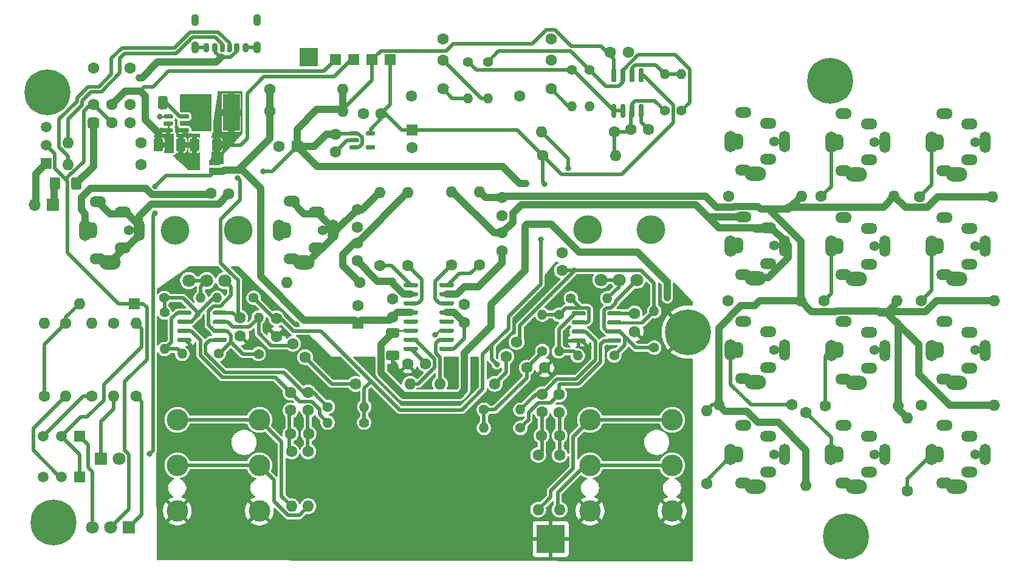
<source format=gtl>
G04 #@! TF.GenerationSoftware,KiCad,Pcbnew,9.0.1+1*
G04 #@! TF.CreationDate,2025-05-08T22:10:53+00:00*
G04 #@! TF.ProjectId,spider2,73706964-6572-4322-9e6b-696361645f70,rev?*
G04 #@! TF.SameCoordinates,Original*
G04 #@! TF.FileFunction,Copper,L1,Top*
G04 #@! TF.FilePolarity,Positive*
%FSLAX46Y46*%
G04 Gerber Fmt 4.6, Leading zero omitted, Abs format (unit mm)*
G04 Created by KiCad (PCBNEW 9.0.1+1) date 2025-05-08 22:10:53*
%MOMM*%
%LPD*%
G01*
G04 APERTURE LIST*
G04 #@! TA.AperFunction,ComponentPad*
%ADD10C,1.400000*%
G04 #@! TD*
G04 #@! TA.AperFunction,ComponentPad*
%ADD11O,1.400000X1.400000*%
G04 #@! TD*
G04 #@! TA.AperFunction,ComponentPad*
%ADD12C,1.600000*%
G04 #@! TD*
G04 #@! TA.AperFunction,ComponentPad*
%ADD13O,1.600000X1.600000*%
G04 #@! TD*
G04 #@! TA.AperFunction,ComponentPad*
%ADD14R,1.600000X1.600000*%
G04 #@! TD*
G04 #@! TA.AperFunction,ComponentPad*
%ADD15R,2.500000X2.500000*%
G04 #@! TD*
G04 #@! TA.AperFunction,ComponentPad*
%ADD16O,2.300000X1.500000*%
G04 #@! TD*
G04 #@! TA.AperFunction,ComponentPad*
%ADD17O,1.500000X3.000000*%
G04 #@! TD*
G04 #@! TA.AperFunction,ComponentPad*
%ADD18O,1.700000X3.000000*%
G04 #@! TD*
G04 #@! TA.AperFunction,ComponentPad*
%ADD19O,1.500000X2.300000*%
G04 #@! TD*
G04 #@! TA.AperFunction,ComponentPad*
%ADD20O,3.000000X2.000000*%
G04 #@! TD*
G04 #@! TA.AperFunction,ComponentPad*
%ADD21C,0.800000*%
G04 #@! TD*
G04 #@! TA.AperFunction,ComponentPad*
%ADD22C,6.400000*%
G04 #@! TD*
G04 #@! TA.AperFunction,ComponentPad*
%ADD23C,3.000000*%
G04 #@! TD*
G04 #@! TA.AperFunction,ComponentPad*
%ADD24O,1.100000X1.700000*%
G04 #@! TD*
G04 #@! TA.AperFunction,ComponentPad*
%ADD25R,1.500000X1.500000*%
G04 #@! TD*
G04 #@! TA.AperFunction,ComponentPad*
%ADD26C,1.500000*%
G04 #@! TD*
G04 #@! TA.AperFunction,WasherPad*
%ADD27C,4.000000*%
G04 #@! TD*
G04 #@! TA.AperFunction,ComponentPad*
%ADD28C,1.800000*%
G04 #@! TD*
G04 #@! TA.AperFunction,ComponentPad*
%ADD29R,1.700000X1.700000*%
G04 #@! TD*
G04 #@! TA.AperFunction,ComponentPad*
%ADD30O,1.700000X1.700000*%
G04 #@! TD*
G04 #@! TA.AperFunction,ComponentPad*
%ADD31R,1.800000X1.800000*%
G04 #@! TD*
G04 #@! TA.AperFunction,SMDPad,CuDef*
%ADD32R,2.350000X5.100000*%
G04 #@! TD*
G04 #@! TA.AperFunction,ComponentPad*
%ADD33R,4.000000X4.000000*%
G04 #@! TD*
G04 #@! TA.AperFunction,ViaPad*
%ADD34C,0.800000*%
G04 #@! TD*
G04 #@! TA.AperFunction,ViaPad*
%ADD35C,1.600000*%
G04 #@! TD*
G04 #@! TA.AperFunction,Conductor*
%ADD36C,0.500000*%
G04 #@! TD*
G04 #@! TA.AperFunction,Conductor*
%ADD37C,1.000000*%
G04 #@! TD*
G04 #@! TA.AperFunction,Conductor*
%ADD38C,0.250000*%
G04 #@! TD*
G04 #@! TA.AperFunction,Conductor*
%ADD39C,0.450000*%
G04 #@! TD*
G04 #@! TA.AperFunction,Conductor*
%ADD40C,0.480000*%
G04 #@! TD*
G04 APERTURE END LIST*
D10*
X225940000Y-73240000D03*
D11*
X225940000Y-68160000D03*
D12*
X147799400Y-34323400D03*
X152879400Y-34323400D03*
G04 #@! TA.AperFunction,ComponentPad*
G36*
G01*
X147399400Y-41143400D02*
X148199400Y-41143400D01*
G75*
G02*
X148599400Y-41543400I0J-400000D01*
G01*
X148599400Y-42343400D01*
G75*
G02*
X148199400Y-42743400I-400000J0D01*
G01*
X147399400Y-42743400D01*
G75*
G02*
X146999400Y-42343400I0J400000D01*
G01*
X146999400Y-41543400D01*
G75*
G02*
X147399400Y-41143400I400000J0D01*
G01*
G37*
G04 #@! TD.AperFunction*
X150339400Y-41943400D03*
X152879400Y-41943400D03*
X147799400Y-39403400D03*
X150339400Y-39403400D03*
X152879400Y-39403400D03*
X262920000Y-52200000D03*
D13*
X273080000Y-52200000D03*
D12*
X219803450Y-32087766D03*
X222303450Y-32087766D03*
D10*
X214330000Y-66370000D03*
D11*
X219410000Y-66370000D03*
D10*
X227431600Y-40233600D03*
D11*
X227431600Y-35153600D03*
D12*
X187750000Y-61800000D03*
D13*
X187750000Y-51640000D03*
D10*
X220370000Y-74340000D03*
D11*
X215290000Y-74340000D03*
D12*
X263120000Y-81300000D03*
D13*
X273280000Y-81300000D03*
D12*
X177749200Y-87731600D03*
D13*
X177749200Y-95351600D03*
D14*
X192230000Y-42900000D03*
D12*
X192230000Y-45400000D03*
X204750000Y-52350000D03*
X204750000Y-54850000D03*
X204750000Y-59750000D03*
X204750000Y-57250000D03*
D14*
X153475000Y-67125000D03*
D13*
X145855000Y-67125000D03*
D12*
X154453450Y-47717766D03*
D13*
X144293450Y-47717766D03*
D10*
X202800000Y-33400000D03*
D11*
X202800000Y-38480000D03*
D12*
X208175000Y-76050000D03*
X210675000Y-76050000D03*
D15*
X177800000Y-32775000D03*
D16*
X238349112Y-92100000D03*
X241849112Y-90600000D03*
D10*
X242649112Y-88100000D03*
D17*
X244078391Y-88126253D03*
D18*
X236578391Y-88126253D03*
D19*
X237549112Y-88100000D03*
D16*
X238349112Y-84100000D03*
D20*
X240078391Y-92626253D03*
D16*
X241849112Y-85600000D03*
D21*
X248019532Y-36102461D03*
X248722476Y-34405405D03*
X248722476Y-37799517D03*
X250419532Y-33702461D03*
D22*
X250419532Y-36102461D03*
D21*
X250419532Y-38502461D03*
X252116588Y-34405405D03*
X252116588Y-37799517D03*
X252819532Y-36102461D03*
D10*
X157720000Y-68350000D03*
D11*
X157720000Y-73430000D03*
D12*
X199500000Y-69750000D03*
X199500000Y-67250000D03*
D10*
X216890600Y-34518600D03*
D11*
X216890600Y-39598600D03*
D12*
X196550000Y-33200000D03*
X196550000Y-30200000D03*
X192150000Y-38200000D03*
X196550000Y-37200000D03*
X212700000Y-82250000D03*
X212700000Y-79750000D03*
X175620000Y-72700000D03*
X177292827Y-74557862D03*
X175285400Y-85267800D03*
X177785400Y-85267800D03*
X191620000Y-61810000D03*
D13*
X191620000Y-51650000D03*
D12*
X261200000Y-93230000D03*
D13*
X261200000Y-83070000D03*
D12*
X249610000Y-66720000D03*
D13*
X259770000Y-66720000D03*
D23*
X217000000Y-96000000D03*
X228430000Y-89650000D03*
X217000000Y-89650000D03*
X228430000Y-96000000D03*
X228430000Y-83300000D03*
X217000000Y-83300000D03*
D12*
X184900000Y-64150000D03*
D13*
X174740000Y-64150000D03*
D23*
X159500000Y-96000000D03*
X170930000Y-89650000D03*
X159500000Y-89650000D03*
X170930000Y-96000000D03*
X170930000Y-83300000D03*
X159500000Y-83300000D03*
D12*
X147620000Y-79980000D03*
D13*
X147620000Y-69820000D03*
D12*
X249745000Y-81400000D03*
D13*
X259905000Y-81400000D03*
D10*
X185520000Y-83700000D03*
D11*
X180440000Y-83700000D03*
G04 #@! TA.AperFunction,SMDPad,CuDef*
G36*
G01*
X156190036Y-45650000D02*
X156190036Y-44350000D01*
G75*
G02*
X156440036Y-44100000I250000J0D01*
G01*
X157265036Y-44100000D01*
G75*
G02*
X157515036Y-44350000I0J-250000D01*
G01*
X157515036Y-45650000D01*
G75*
G02*
X157265036Y-45900000I-250000J0D01*
G01*
X156440036Y-45900000D01*
G75*
G02*
X156190036Y-45650000I0J250000D01*
G01*
G37*
G04 #@! TD.AperFunction*
G04 #@! TA.AperFunction,SMDPad,CuDef*
G36*
G01*
X159315036Y-45650000D02*
X159315036Y-44350000D01*
G75*
G02*
X159565036Y-44100000I250000J0D01*
G01*
X160390036Y-44100000D01*
G75*
G02*
X160640036Y-44350000I0J-250000D01*
G01*
X160640036Y-45650000D01*
G75*
G02*
X160390036Y-45900000I-250000J0D01*
G01*
X159565036Y-45900000D01*
G75*
G02*
X159315036Y-45650000I0J250000D01*
G01*
G37*
G04 #@! TD.AperFunction*
D12*
X249220000Y-52150000D03*
D13*
X259380000Y-52150000D03*
G04 #@! TA.AperFunction,SMDPad,CuDef*
G36*
G01*
X167120000Y-31025000D02*
X167120000Y-31875000D01*
G75*
G02*
X166945000Y-32050000I-175000J0D01*
G01*
X166595000Y-32050000D01*
G75*
G02*
X166420000Y-31875000I0J175000D01*
G01*
X166420000Y-31025000D01*
G75*
G02*
X166595000Y-30850000I175000J0D01*
G01*
X166945000Y-30850000D01*
G75*
G02*
X167120000Y-31025000I0J-175000D01*
G01*
G37*
G04 #@! TD.AperFunction*
G04 #@! TA.AperFunction,SMDPad,CuDef*
G36*
G01*
X164370000Y-31860000D02*
X164370000Y-31040000D01*
G75*
G02*
X164560000Y-30850000I190000J0D01*
G01*
X164940000Y-30850000D01*
G75*
G02*
X165130000Y-31040000I0J-190000D01*
G01*
X165130000Y-31860000D01*
G75*
G02*
X164940000Y-32050000I-190000J0D01*
G01*
X164560000Y-32050000D01*
G75*
G02*
X164370000Y-31860000I0J190000D01*
G01*
G37*
G04 #@! TD.AperFunction*
G04 #@! TA.AperFunction,SMDPad,CuDef*
G36*
G01*
X163120000Y-31850000D02*
X163120000Y-31050000D01*
G75*
G02*
X163320000Y-30850000I200000J0D01*
G01*
X163720000Y-30850000D01*
G75*
G02*
X163920000Y-31050000I0J-200000D01*
G01*
X163920000Y-31850000D01*
G75*
G02*
X163720000Y-32050000I-200000J0D01*
G01*
X163320000Y-32050000D01*
G75*
G02*
X163120000Y-31850000I0J200000D01*
G01*
G37*
G04 #@! TD.AperFunction*
G04 #@! TA.AperFunction,SMDPad,CuDef*
G36*
G01*
X165420000Y-31875000D02*
X165420000Y-31025000D01*
G75*
G02*
X165595000Y-30850000I175000J0D01*
G01*
X165945000Y-30850000D01*
G75*
G02*
X166120000Y-31025000I0J-175000D01*
G01*
X166120000Y-31875000D01*
G75*
G02*
X165945000Y-32050000I-175000J0D01*
G01*
X165595000Y-32050000D01*
G75*
G02*
X165420000Y-31875000I0J175000D01*
G01*
G37*
G04 #@! TD.AperFunction*
G04 #@! TA.AperFunction,SMDPad,CuDef*
G36*
G01*
X168170000Y-31040000D02*
X168170000Y-31860000D01*
G75*
G02*
X167980000Y-32050000I-190000J0D01*
G01*
X167600000Y-32050000D01*
G75*
G02*
X167410000Y-31860000I0J190000D01*
G01*
X167410000Y-31040000D01*
G75*
G02*
X167600000Y-30850000I190000J0D01*
G01*
X167980000Y-30850000D01*
G75*
G02*
X168170000Y-31040000I0J-190000D01*
G01*
G37*
G04 #@! TD.AperFunction*
G04 #@! TA.AperFunction,SMDPad,CuDef*
G36*
G01*
X169420000Y-31050000D02*
X169420000Y-31850000D01*
G75*
G02*
X169220000Y-32050000I-200000J0D01*
G01*
X168820000Y-32050000D01*
G75*
G02*
X168620000Y-31850000I0J200000D01*
G01*
X168620000Y-31050000D01*
G75*
G02*
X168820000Y-30850000I200000J0D01*
G01*
X169220000Y-30850000D01*
G75*
G02*
X169420000Y-31050000I0J-200000D01*
G01*
G37*
G04 #@! TD.AperFunction*
D24*
X170590000Y-31370000D03*
X170590000Y-27570000D03*
X161950000Y-31370000D03*
X161950000Y-27570000D03*
G04 #@! TA.AperFunction,SMDPad,CuDef*
G36*
G01*
X146133450Y-49742767D02*
X146133450Y-50992765D01*
G75*
G02*
X145883449Y-51242766I-250001J0D01*
G01*
X144958451Y-51242766D01*
G75*
G02*
X144708450Y-50992765I0J250001D01*
G01*
X144708450Y-49742767D01*
G75*
G02*
X144958451Y-49492766I250001J0D01*
G01*
X145883449Y-49492766D01*
G75*
G02*
X146133450Y-49742767I0J-250001D01*
G01*
G37*
G04 #@! TD.AperFunction*
G04 #@! TA.AperFunction,SMDPad,CuDef*
G36*
G01*
X143158450Y-49742767D02*
X143158450Y-50992765D01*
G75*
G02*
X142908449Y-51242766I-250001J0D01*
G01*
X141983451Y-51242766D01*
G75*
G02*
X141733450Y-50992765I0J250001D01*
G01*
X141733450Y-49742767D01*
G75*
G02*
X141983451Y-49492766I250001J0D01*
G01*
X142908449Y-49492766D01*
G75*
G02*
X143158450Y-49742767I0J-250001D01*
G01*
G37*
G04 #@! TD.AperFunction*
D12*
X203708000Y-78282800D03*
D13*
X196088000Y-78282800D03*
D12*
X201600000Y-61700000D03*
D13*
X201600000Y-51540000D03*
D10*
X229743000Y-40233600D03*
D11*
X229743000Y-35153600D03*
D12*
X236195000Y-66725000D03*
D13*
X246355000Y-66725000D03*
D14*
X176192380Y-45200000D03*
D12*
X173692380Y-45200000D03*
X191581400Y-75514200D03*
X194081400Y-75514200D03*
X143980000Y-69810000D03*
D13*
X143980000Y-79970000D03*
D12*
X181500000Y-43500000D03*
X181500000Y-46000000D03*
X247100000Y-82250000D03*
D13*
X247100000Y-92410000D03*
D10*
X210350000Y-73715000D03*
D11*
X210350000Y-68635000D03*
D16*
X238350000Y-63033333D03*
X241850000Y-61533333D03*
D10*
X242650000Y-59033333D03*
D17*
X244079279Y-59059586D03*
D18*
X236579279Y-59059586D03*
D19*
X237550000Y-59033333D03*
D16*
X238350000Y-55033333D03*
D20*
X240079279Y-63559586D03*
D16*
X241850000Y-56533333D03*
G04 #@! TA.AperFunction,SMDPad,CuDef*
G36*
G01*
X214450000Y-68620000D02*
X214450000Y-68320000D01*
G75*
G02*
X214600000Y-68170000I150000J0D01*
G01*
X216250000Y-68170000D01*
G75*
G02*
X216400000Y-68320000I0J-150000D01*
G01*
X216400000Y-68620000D01*
G75*
G02*
X216250000Y-68770000I-150000J0D01*
G01*
X214600000Y-68770000D01*
G75*
G02*
X214450000Y-68620000I0J150000D01*
G01*
G37*
G04 #@! TD.AperFunction*
G04 #@! TA.AperFunction,SMDPad,CuDef*
G36*
G01*
X214450000Y-69890000D02*
X214450000Y-69590000D01*
G75*
G02*
X214600000Y-69440000I150000J0D01*
G01*
X216250000Y-69440000D01*
G75*
G02*
X216400000Y-69590000I0J-150000D01*
G01*
X216400000Y-69890000D01*
G75*
G02*
X216250000Y-70040000I-150000J0D01*
G01*
X214600000Y-70040000D01*
G75*
G02*
X214450000Y-69890000I0J150000D01*
G01*
G37*
G04 #@! TD.AperFunction*
G04 #@! TA.AperFunction,SMDPad,CuDef*
G36*
G01*
X214450000Y-71160000D02*
X214450000Y-70860000D01*
G75*
G02*
X214600000Y-70710000I150000J0D01*
G01*
X216250000Y-70710000D01*
G75*
G02*
X216400000Y-70860000I0J-150000D01*
G01*
X216400000Y-71160000D01*
G75*
G02*
X216250000Y-71310000I-150000J0D01*
G01*
X214600000Y-71310000D01*
G75*
G02*
X214450000Y-71160000I0J150000D01*
G01*
G37*
G04 #@! TD.AperFunction*
G04 #@! TA.AperFunction,SMDPad,CuDef*
G36*
G01*
X214450000Y-72430000D02*
X214450000Y-72130000D01*
G75*
G02*
X214600000Y-71980000I150000J0D01*
G01*
X216250000Y-71980000D01*
G75*
G02*
X216400000Y-72130000I0J-150000D01*
G01*
X216400000Y-72430000D01*
G75*
G02*
X216250000Y-72580000I-150000J0D01*
G01*
X214600000Y-72580000D01*
G75*
G02*
X214450000Y-72430000I0J150000D01*
G01*
G37*
G04 #@! TD.AperFunction*
G04 #@! TA.AperFunction,SMDPad,CuDef*
G36*
G01*
X219400000Y-72430000D02*
X219400000Y-72130000D01*
G75*
G02*
X219550000Y-71980000I150000J0D01*
G01*
X221200000Y-71980000D01*
G75*
G02*
X221350000Y-72130000I0J-150000D01*
G01*
X221350000Y-72430000D01*
G75*
G02*
X221200000Y-72580000I-150000J0D01*
G01*
X219550000Y-72580000D01*
G75*
G02*
X219400000Y-72430000I0J150000D01*
G01*
G37*
G04 #@! TD.AperFunction*
G04 #@! TA.AperFunction,SMDPad,CuDef*
G36*
G01*
X219400000Y-71160000D02*
X219400000Y-70860000D01*
G75*
G02*
X219550000Y-70710000I150000J0D01*
G01*
X221200000Y-70710000D01*
G75*
G02*
X221350000Y-70860000I0J-150000D01*
G01*
X221350000Y-71160000D01*
G75*
G02*
X221200000Y-71310000I-150000J0D01*
G01*
X219550000Y-71310000D01*
G75*
G02*
X219400000Y-71160000I0J150000D01*
G01*
G37*
G04 #@! TD.AperFunction*
G04 #@! TA.AperFunction,SMDPad,CuDef*
G36*
G01*
X219400000Y-69890000D02*
X219400000Y-69590000D01*
G75*
G02*
X219550000Y-69440000I150000J0D01*
G01*
X221200000Y-69440000D01*
G75*
G02*
X221350000Y-69590000I0J-150000D01*
G01*
X221350000Y-69890000D01*
G75*
G02*
X221200000Y-70040000I-150000J0D01*
G01*
X219550000Y-70040000D01*
G75*
G02*
X219400000Y-69890000I0J150000D01*
G01*
G37*
G04 #@! TD.AperFunction*
G04 #@! TA.AperFunction,SMDPad,CuDef*
G36*
G01*
X219400000Y-68620000D02*
X219400000Y-68320000D01*
G75*
G02*
X219550000Y-68170000I150000J0D01*
G01*
X221200000Y-68170000D01*
G75*
G02*
X221350000Y-68320000I0J-150000D01*
G01*
X221350000Y-68620000D01*
G75*
G02*
X221200000Y-68770000I-150000J0D01*
G01*
X219550000Y-68770000D01*
G75*
G02*
X219400000Y-68620000I0J150000D01*
G01*
G37*
G04 #@! TD.AperFunction*
D25*
X145860000Y-85630000D03*
D26*
X143320000Y-85630000D03*
X140780000Y-85630000D03*
D12*
X173325000Y-69175000D03*
X173325000Y-71675000D03*
X175285400Y-81991200D03*
X175285400Y-79491200D03*
X210388200Y-46456600D03*
D13*
X220548200Y-46456600D03*
D25*
X189176000Y-33075000D03*
D16*
X238350000Y-77566666D03*
X241850000Y-76066666D03*
D10*
X242650000Y-73566666D03*
D17*
X244079279Y-73592919D03*
D18*
X236579279Y-73592919D03*
D19*
X237550000Y-73566666D03*
D16*
X238350000Y-69566666D03*
D20*
X240079279Y-78092919D03*
D16*
X241850000Y-71066666D03*
X175424065Y-60868249D03*
X178924065Y-59368249D03*
D10*
X179724065Y-56868249D03*
D17*
X181153344Y-56894502D03*
D18*
X173653344Y-56894502D03*
D19*
X174624065Y-56868249D03*
D16*
X175424065Y-52868249D03*
D20*
X177153344Y-61394502D03*
D16*
X178924065Y-54368249D03*
D21*
X228260142Y-71088261D03*
X228963086Y-69391205D03*
X228963086Y-72785317D03*
X230660142Y-68688261D03*
D22*
X230660142Y-71088261D03*
D21*
X230660142Y-73488261D03*
X232357198Y-69391205D03*
X232357198Y-72785317D03*
X233060142Y-71088261D03*
D12*
X154453450Y-44697766D03*
D13*
X144293450Y-44697766D03*
G04 #@! TA.AperFunction,SMDPad,CuDef*
G36*
X163917400Y-47850000D02*
G01*
X163917400Y-47350000D01*
X163921678Y-47350000D01*
X163921678Y-47284737D01*
X163955460Y-47158658D01*
X164020723Y-47045619D01*
X164113019Y-46953323D01*
X164226058Y-46888060D01*
X164352137Y-46854278D01*
X164417400Y-46854278D01*
X164417400Y-46850000D01*
X164917400Y-46850000D01*
X164917400Y-46854278D01*
X164982663Y-46854278D01*
X165108742Y-46888060D01*
X165221781Y-46953323D01*
X165314077Y-47045619D01*
X165379340Y-47158658D01*
X165413122Y-47284737D01*
X165413122Y-47350000D01*
X165417400Y-47350000D01*
X165417400Y-47850000D01*
X163917400Y-47850000D01*
G37*
G04 #@! TD.AperFunction*
G04 #@! TA.AperFunction,SMDPad,CuDef*
G36*
X165413122Y-48650000D02*
G01*
X165413122Y-48715263D01*
X165379340Y-48841342D01*
X165314077Y-48954381D01*
X165221781Y-49046677D01*
X165108742Y-49111940D01*
X164982663Y-49145722D01*
X164917400Y-49145722D01*
X164917400Y-49150000D01*
X164417400Y-49150000D01*
X164417400Y-49145722D01*
X164352137Y-49145722D01*
X164226058Y-49111940D01*
X164113019Y-49046677D01*
X164020723Y-48954381D01*
X163955460Y-48841342D01*
X163921678Y-48715263D01*
X163921678Y-48650000D01*
X163917400Y-48650000D01*
X163917400Y-48150000D01*
X165417400Y-48150000D01*
X165417400Y-48650000D01*
X165413122Y-48650000D01*
G37*
G04 #@! TD.AperFunction*
D16*
X266350000Y-48600000D03*
X269850000Y-47100000D03*
D10*
X270650000Y-44600000D03*
D17*
X272079279Y-44626253D03*
D18*
X264579279Y-44626253D03*
D19*
X265550000Y-44600000D03*
D16*
X266350000Y-40600000D03*
D20*
X268079279Y-49126253D03*
D16*
X269850000Y-42100000D03*
D12*
X184550000Y-56500000D03*
X184550000Y-54000000D03*
D25*
X181571000Y-33075000D03*
D10*
X202200000Y-81900000D03*
D11*
X207280000Y-81900000D03*
D27*
X159200000Y-56900000D03*
X168000000Y-56900000D03*
D28*
X166100000Y-63900000D03*
X163600000Y-63900000D03*
X161100000Y-63900000D03*
D12*
X206779532Y-72445529D03*
X205310069Y-74468071D03*
X189500000Y-69000000D03*
X189500000Y-66500000D03*
D25*
X184111000Y-33075000D03*
D12*
X172390000Y-37220000D03*
D13*
X182550000Y-37220000D03*
D12*
X175420000Y-87731600D03*
D13*
X175420000Y-95351600D03*
D25*
X186651000Y-33075000D03*
X145860000Y-91247766D03*
D26*
X143320000Y-91247766D03*
X140780000Y-91247766D03*
D12*
X150660000Y-69820000D03*
D13*
X150660000Y-79980000D03*
D16*
X266350000Y-77600000D03*
X269850000Y-76100000D03*
D10*
X270650000Y-73600000D03*
D17*
X272079279Y-73626253D03*
D18*
X264579279Y-73626253D03*
D19*
X265550000Y-73600000D03*
D16*
X266350000Y-69600000D03*
D20*
X268079279Y-78126253D03*
D16*
X269850000Y-71100000D03*
D10*
X157675000Y-66325000D03*
D11*
X162754999Y-66325000D03*
D29*
X142163450Y-53347766D03*
D30*
X139623450Y-53347766D03*
D12*
X187900000Y-40600000D03*
X185400000Y-40600000D03*
X172390000Y-40270000D03*
D13*
X182550000Y-40270000D03*
D21*
X250250000Y-99550000D03*
X250952944Y-97852944D03*
X250952944Y-101247056D03*
X252650000Y-97150000D03*
D22*
X252650000Y-99550000D03*
D21*
X252650000Y-101950000D03*
X254347056Y-97852944D03*
X254347056Y-101247056D03*
X255050000Y-99550000D03*
D12*
X209770000Y-88200000D03*
D13*
X209770000Y-95820000D03*
G04 #@! TA.AperFunction,SMDPad,CuDef*
G36*
G01*
X183470000Y-43550000D02*
X183470000Y-43250000D01*
G75*
G02*
X183620000Y-43100000I150000J0D01*
G01*
X184645000Y-43100000D01*
G75*
G02*
X184795000Y-43250000I0J-150000D01*
G01*
X184795000Y-43550000D01*
G75*
G02*
X184645000Y-43700000I-150000J0D01*
G01*
X183620000Y-43700000D01*
G75*
G02*
X183470000Y-43550000I0J150000D01*
G01*
G37*
G04 #@! TD.AperFunction*
G04 #@! TA.AperFunction,SMDPad,CuDef*
G36*
G01*
X183470000Y-44500000D02*
X183470000Y-44200000D01*
G75*
G02*
X183620000Y-44050000I150000J0D01*
G01*
X184645000Y-44050000D01*
G75*
G02*
X184795000Y-44200000I0J-150000D01*
G01*
X184795000Y-44500000D01*
G75*
G02*
X184645000Y-44650000I-150000J0D01*
G01*
X183620000Y-44650000D01*
G75*
G02*
X183470000Y-44500000I0J150000D01*
G01*
G37*
G04 #@! TD.AperFunction*
G04 #@! TA.AperFunction,SMDPad,CuDef*
G36*
G01*
X183470000Y-45450000D02*
X183470000Y-45150000D01*
G75*
G02*
X183620000Y-45000000I150000J0D01*
G01*
X184645000Y-45000000D01*
G75*
G02*
X184795000Y-45150000I0J-150000D01*
G01*
X184795000Y-45450000D01*
G75*
G02*
X184645000Y-45600000I-150000J0D01*
G01*
X183620000Y-45600000D01*
G75*
G02*
X183470000Y-45450000I0J150000D01*
G01*
G37*
G04 #@! TD.AperFunction*
G04 #@! TA.AperFunction,SMDPad,CuDef*
G36*
G01*
X185745000Y-45450000D02*
X185745000Y-45150000D01*
G75*
G02*
X185895000Y-45000000I150000J0D01*
G01*
X186920000Y-45000000D01*
G75*
G02*
X187070000Y-45150000I0J-150000D01*
G01*
X187070000Y-45450000D01*
G75*
G02*
X186920000Y-45600000I-150000J0D01*
G01*
X185895000Y-45600000D01*
G75*
G02*
X185745000Y-45450000I0J150000D01*
G01*
G37*
G04 #@! TD.AperFunction*
G04 #@! TA.AperFunction,SMDPad,CuDef*
G36*
G01*
X185745000Y-43550000D02*
X185745000Y-43250000D01*
G75*
G02*
X185895000Y-43100000I150000J0D01*
G01*
X186920000Y-43100000D01*
G75*
G02*
X187070000Y-43250000I0J-150000D01*
G01*
X187070000Y-43550000D01*
G75*
G02*
X186920000Y-43700000I-150000J0D01*
G01*
X185895000Y-43700000D01*
G75*
G02*
X185745000Y-43550000I0J150000D01*
G01*
G37*
G04 #@! TD.AperFunction*
D12*
X236270000Y-52150000D03*
D13*
X246430000Y-52150000D03*
D10*
X214477600Y-34544000D03*
D11*
X214477600Y-39624000D03*
D12*
X211550000Y-33200000D03*
X211550000Y-30200000D03*
X207150000Y-38200000D03*
X211550000Y-37200000D03*
D16*
X266350000Y-63100000D03*
X269850000Y-61600000D03*
D10*
X270650000Y-59100000D03*
D17*
X272079279Y-59126253D03*
D18*
X264579279Y-59126253D03*
D19*
X265550000Y-59100000D03*
D16*
X266350000Y-55100000D03*
D20*
X268079279Y-63626253D03*
D16*
X269850000Y-56600000D03*
X238350000Y-48500000D03*
X241850000Y-47000000D03*
D10*
X242650000Y-44500000D03*
D17*
X244079279Y-44526253D03*
D18*
X236579279Y-44526253D03*
D19*
X237550000Y-44500000D03*
D16*
X238350000Y-40500000D03*
D20*
X240079279Y-49026253D03*
D16*
X241850000Y-42000000D03*
G04 #@! TA.AperFunction,SMDPad,CuDef*
G36*
G01*
X220458400Y-41219800D02*
X220158400Y-41219800D01*
G75*
G02*
X220008400Y-41069800I0J150000D01*
G01*
X220008400Y-39419800D01*
G75*
G02*
X220158400Y-39269800I150000J0D01*
G01*
X220458400Y-39269800D01*
G75*
G02*
X220608400Y-39419800I0J-150000D01*
G01*
X220608400Y-41069800D01*
G75*
G02*
X220458400Y-41219800I-150000J0D01*
G01*
G37*
G04 #@! TD.AperFunction*
G04 #@! TA.AperFunction,SMDPad,CuDef*
G36*
G01*
X221728400Y-41219800D02*
X221428400Y-41219800D01*
G75*
G02*
X221278400Y-41069800I0J150000D01*
G01*
X221278400Y-39419800D01*
G75*
G02*
X221428400Y-39269800I150000J0D01*
G01*
X221728400Y-39269800D01*
G75*
G02*
X221878400Y-39419800I0J-150000D01*
G01*
X221878400Y-41069800D01*
G75*
G02*
X221728400Y-41219800I-150000J0D01*
G01*
G37*
G04 #@! TD.AperFunction*
G04 #@! TA.AperFunction,SMDPad,CuDef*
G36*
G01*
X222998400Y-41219800D02*
X222698400Y-41219800D01*
G75*
G02*
X222548400Y-41069800I0J150000D01*
G01*
X222548400Y-39419800D01*
G75*
G02*
X222698400Y-39269800I150000J0D01*
G01*
X222998400Y-39269800D01*
G75*
G02*
X223148400Y-39419800I0J-150000D01*
G01*
X223148400Y-41069800D01*
G75*
G02*
X222998400Y-41219800I-150000J0D01*
G01*
G37*
G04 #@! TD.AperFunction*
G04 #@! TA.AperFunction,SMDPad,CuDef*
G36*
G01*
X224268400Y-41219800D02*
X223968400Y-41219800D01*
G75*
G02*
X223818400Y-41069800I0J150000D01*
G01*
X223818400Y-39419800D01*
G75*
G02*
X223968400Y-39269800I150000J0D01*
G01*
X224268400Y-39269800D01*
G75*
G02*
X224418400Y-39419800I0J-150000D01*
G01*
X224418400Y-41069800D01*
G75*
G02*
X224268400Y-41219800I-150000J0D01*
G01*
G37*
G04 #@! TD.AperFunction*
G04 #@! TA.AperFunction,SMDPad,CuDef*
G36*
G01*
X224268400Y-36269800D02*
X223968400Y-36269800D01*
G75*
G02*
X223818400Y-36119800I0J150000D01*
G01*
X223818400Y-34469800D01*
G75*
G02*
X223968400Y-34319800I150000J0D01*
G01*
X224268400Y-34319800D01*
G75*
G02*
X224418400Y-34469800I0J-150000D01*
G01*
X224418400Y-36119800D01*
G75*
G02*
X224268400Y-36269800I-150000J0D01*
G01*
G37*
G04 #@! TD.AperFunction*
G04 #@! TA.AperFunction,SMDPad,CuDef*
G36*
G01*
X222998400Y-36269800D02*
X222698400Y-36269800D01*
G75*
G02*
X222548400Y-36119800I0J150000D01*
G01*
X222548400Y-34469800D01*
G75*
G02*
X222698400Y-34319800I150000J0D01*
G01*
X222998400Y-34319800D01*
G75*
G02*
X223148400Y-34469800I0J-150000D01*
G01*
X223148400Y-36119800D01*
G75*
G02*
X222998400Y-36269800I-150000J0D01*
G01*
G37*
G04 #@! TD.AperFunction*
G04 #@! TA.AperFunction,SMDPad,CuDef*
G36*
G01*
X221728400Y-36269800D02*
X221428400Y-36269800D01*
G75*
G02*
X221278400Y-36119800I0J150000D01*
G01*
X221278400Y-34469800D01*
G75*
G02*
X221428400Y-34319800I150000J0D01*
G01*
X221728400Y-34319800D01*
G75*
G02*
X221878400Y-34469800I0J-150000D01*
G01*
X221878400Y-36119800D01*
G75*
G02*
X221728400Y-36269800I-150000J0D01*
G01*
G37*
G04 #@! TD.AperFunction*
G04 #@! TA.AperFunction,SMDPad,CuDef*
G36*
G01*
X220458400Y-36269800D02*
X220158400Y-36269800D01*
G75*
G02*
X220008400Y-36119800I0J150000D01*
G01*
X220008400Y-34469800D01*
G75*
G02*
X220158400Y-34319800I150000J0D01*
G01*
X220458400Y-34319800D01*
G75*
G02*
X220608400Y-34469800I0J-150000D01*
G01*
X220608400Y-36119800D01*
G75*
G02*
X220458400Y-36269800I-150000J0D01*
G01*
G37*
G04 #@! TD.AperFunction*
D12*
X263120000Y-66750000D03*
D13*
X273280000Y-66750000D03*
D12*
X233260000Y-92180000D03*
D13*
X233260000Y-82020000D03*
D16*
X252350000Y-63100000D03*
X255850000Y-61600000D03*
D10*
X256650000Y-59100000D03*
D17*
X258079279Y-59126253D03*
D18*
X250579279Y-59126253D03*
D19*
X251550000Y-59100000D03*
D16*
X252350000Y-55100000D03*
D20*
X254079279Y-63626253D03*
D16*
X255850000Y-56600000D03*
D10*
X170825000Y-74125000D03*
D11*
X170825000Y-69045000D03*
D16*
X252350000Y-77600000D03*
X255850000Y-76100000D03*
D10*
X256650000Y-73600000D03*
D17*
X258079279Y-73626253D03*
D18*
X250579279Y-73626253D03*
D19*
X251550000Y-73600000D03*
D16*
X252350000Y-69600000D03*
D20*
X254079279Y-78126253D03*
D16*
X255850000Y-71100000D03*
X252350000Y-48600000D03*
X255850000Y-47100000D03*
D10*
X256650000Y-44600000D03*
D17*
X258079279Y-44626253D03*
D18*
X250579279Y-44626253D03*
D19*
X251550000Y-44600000D03*
D16*
X252350000Y-40600000D03*
D20*
X254079279Y-49126253D03*
D16*
X255850000Y-42100000D03*
D10*
X212675000Y-68670000D03*
D11*
X212675000Y-73750000D03*
D10*
X170125000Y-66300000D03*
D11*
X165045000Y-66300000D03*
D12*
X225176400Y-42849800D03*
X222676400Y-42849800D03*
X184550000Y-58650000D03*
X184550000Y-61150000D03*
D16*
X148415198Y-60869712D03*
X151915198Y-59369712D03*
D10*
X152715198Y-56869712D03*
D17*
X154144477Y-56895965D03*
D18*
X146644477Y-56895965D03*
D19*
X147615198Y-56869712D03*
D16*
X148415198Y-52869712D03*
D20*
X150144477Y-61395965D03*
D16*
X151915198Y-54369712D03*
D12*
X168249600Y-71588000D03*
X168249600Y-69088000D03*
D10*
X165270000Y-74100000D03*
D11*
X160190000Y-74100000D03*
D16*
X252349112Y-92100000D03*
X255849112Y-90600000D03*
D10*
X256649112Y-88100000D03*
D17*
X258078391Y-88126253D03*
D18*
X250578391Y-88126253D03*
D19*
X251549112Y-88100000D03*
D16*
X252349112Y-84100000D03*
D20*
X254078391Y-92626253D03*
D16*
X255849112Y-85600000D03*
X266350000Y-92100000D03*
X269850000Y-90600000D03*
D10*
X270650000Y-88100000D03*
D17*
X272079279Y-88126253D03*
D18*
X264579279Y-88126253D03*
D19*
X265550000Y-88100000D03*
D16*
X266350000Y-84100000D03*
D20*
X268079279Y-92626253D03*
D16*
X269850000Y-85600000D03*
D12*
X177698400Y-81991200D03*
X177698400Y-79491200D03*
G04 #@! TA.AperFunction,SMDPad,CuDef*
G36*
G01*
X161267400Y-38450000D02*
X161267400Y-39750000D01*
G75*
G02*
X161017400Y-40000000I-250000J0D01*
G01*
X160192400Y-40000000D01*
G75*
G02*
X159942400Y-39750000I0J250000D01*
G01*
X159942400Y-38450000D01*
G75*
G02*
X160192400Y-38200000I250000J0D01*
G01*
X161017400Y-38200000D01*
G75*
G02*
X161267400Y-38450000I0J-250000D01*
G01*
G37*
G04 #@! TD.AperFunction*
G04 #@! TA.AperFunction,SMDPad,CuDef*
G36*
G01*
X158142400Y-38450000D02*
X158142400Y-39750000D01*
G75*
G02*
X157892400Y-40000000I-250000J0D01*
G01*
X157067400Y-40000000D01*
G75*
G02*
X156817400Y-39750000I0J250000D01*
G01*
X156817400Y-38450000D01*
G75*
G02*
X157067400Y-38200000I250000J0D01*
G01*
X157892400Y-38200000D01*
G75*
G02*
X158142400Y-38450000I0J-250000D01*
G01*
G37*
G04 #@! TD.AperFunction*
X153730000Y-79980000D03*
D13*
X153730000Y-69820000D03*
D12*
X184300000Y-78300000D03*
D13*
X191920000Y-78300000D03*
G04 #@! TA.AperFunction,SMDPad,CuDef*
G36*
G01*
X161217400Y-45650778D02*
X161217400Y-44350778D01*
G75*
G02*
X161467400Y-44100778I250000J0D01*
G01*
X162292400Y-44100778D01*
G75*
G02*
X162542400Y-44350778I0J-250000D01*
G01*
X162542400Y-45650778D01*
G75*
G02*
X162292400Y-45900778I-250000J0D01*
G01*
X161467400Y-45900778D01*
G75*
G02*
X161217400Y-45650778I0J250000D01*
G01*
G37*
G04 #@! TD.AperFunction*
G04 #@! TA.AperFunction,SMDPad,CuDef*
G36*
G01*
X164342400Y-45650778D02*
X164342400Y-44350778D01*
G75*
G02*
X164592400Y-44100778I250000J0D01*
G01*
X165417400Y-44100778D01*
G75*
G02*
X165667400Y-44350778I0J-250000D01*
G01*
X165667400Y-45650778D01*
G75*
G02*
X165417400Y-45900778I-250000J0D01*
G01*
X164592400Y-45900778D01*
G75*
G02*
X164342400Y-45650778I0J250000D01*
G01*
G37*
G04 #@! TD.AperFunction*
D31*
X148875000Y-88725000D03*
D28*
X151415000Y-88725000D03*
D10*
X200000000Y-33400000D03*
D11*
X200000000Y-38480000D03*
G04 #@! TA.AperFunction,SMDPad,CuDef*
G36*
G01*
X191050000Y-64670000D02*
X191050000Y-64370000D01*
G75*
G02*
X191200000Y-64220000I150000J0D01*
G01*
X192900000Y-64220000D01*
G75*
G02*
X193050000Y-64370000I0J-150000D01*
G01*
X193050000Y-64670000D01*
G75*
G02*
X192900000Y-64820000I-150000J0D01*
G01*
X191200000Y-64820000D01*
G75*
G02*
X191050000Y-64670000I0J150000D01*
G01*
G37*
G04 #@! TD.AperFunction*
G04 #@! TA.AperFunction,SMDPad,CuDef*
G36*
G01*
X191050000Y-65940000D02*
X191050000Y-65640000D01*
G75*
G02*
X191200000Y-65490000I150000J0D01*
G01*
X192900000Y-65490000D01*
G75*
G02*
X193050000Y-65640000I0J-150000D01*
G01*
X193050000Y-65940000D01*
G75*
G02*
X192900000Y-66090000I-150000J0D01*
G01*
X191200000Y-66090000D01*
G75*
G02*
X191050000Y-65940000I0J150000D01*
G01*
G37*
G04 #@! TD.AperFunction*
G04 #@! TA.AperFunction,SMDPad,CuDef*
G36*
G01*
X191050000Y-67210000D02*
X191050000Y-66910000D01*
G75*
G02*
X191200000Y-66760000I150000J0D01*
G01*
X192900000Y-66760000D01*
G75*
G02*
X193050000Y-66910000I0J-150000D01*
G01*
X193050000Y-67210000D01*
G75*
G02*
X192900000Y-67360000I-150000J0D01*
G01*
X191200000Y-67360000D01*
G75*
G02*
X191050000Y-67210000I0J150000D01*
G01*
G37*
G04 #@! TD.AperFunction*
G04 #@! TA.AperFunction,SMDPad,CuDef*
G36*
G01*
X191050000Y-68480000D02*
X191050000Y-68180000D01*
G75*
G02*
X191200000Y-68030000I150000J0D01*
G01*
X192900000Y-68030000D01*
G75*
G02*
X193050000Y-68180000I0J-150000D01*
G01*
X193050000Y-68480000D01*
G75*
G02*
X192900000Y-68630000I-150000J0D01*
G01*
X191200000Y-68630000D01*
G75*
G02*
X191050000Y-68480000I0J150000D01*
G01*
G37*
G04 #@! TD.AperFunction*
G04 #@! TA.AperFunction,SMDPad,CuDef*
G36*
G01*
X191050000Y-69750000D02*
X191050000Y-69450000D01*
G75*
G02*
X191200000Y-69300000I150000J0D01*
G01*
X192900000Y-69300000D01*
G75*
G02*
X193050000Y-69450000I0J-150000D01*
G01*
X193050000Y-69750000D01*
G75*
G02*
X192900000Y-69900000I-150000J0D01*
G01*
X191200000Y-69900000D01*
G75*
G02*
X191050000Y-69750000I0J150000D01*
G01*
G37*
G04 #@! TD.AperFunction*
G04 #@! TA.AperFunction,SMDPad,CuDef*
G36*
G01*
X191050000Y-71020000D02*
X191050000Y-70720000D01*
G75*
G02*
X191200000Y-70570000I150000J0D01*
G01*
X192900000Y-70570000D01*
G75*
G02*
X193050000Y-70720000I0J-150000D01*
G01*
X193050000Y-71020000D01*
G75*
G02*
X192900000Y-71170000I-150000J0D01*
G01*
X191200000Y-71170000D01*
G75*
G02*
X191050000Y-71020000I0J150000D01*
G01*
G37*
G04 #@! TD.AperFunction*
G04 #@! TA.AperFunction,SMDPad,CuDef*
G36*
G01*
X191050000Y-72290000D02*
X191050000Y-71990000D01*
G75*
G02*
X191200000Y-71840000I150000J0D01*
G01*
X192900000Y-71840000D01*
G75*
G02*
X193050000Y-71990000I0J-150000D01*
G01*
X193050000Y-72290000D01*
G75*
G02*
X192900000Y-72440000I-150000J0D01*
G01*
X191200000Y-72440000D01*
G75*
G02*
X191050000Y-72290000I0J150000D01*
G01*
G37*
G04 #@! TD.AperFunction*
G04 #@! TA.AperFunction,SMDPad,CuDef*
G36*
G01*
X191050000Y-73560000D02*
X191050000Y-73260000D01*
G75*
G02*
X191200000Y-73110000I150000J0D01*
G01*
X192900000Y-73110000D01*
G75*
G02*
X193050000Y-73260000I0J-150000D01*
G01*
X193050000Y-73560000D01*
G75*
G02*
X192900000Y-73710000I-150000J0D01*
G01*
X191200000Y-73710000D01*
G75*
G02*
X191050000Y-73560000I0J150000D01*
G01*
G37*
G04 #@! TD.AperFunction*
G04 #@! TA.AperFunction,SMDPad,CuDef*
G36*
G01*
X196050000Y-73560000D02*
X196050000Y-73260000D01*
G75*
G02*
X196200000Y-73110000I150000J0D01*
G01*
X197900000Y-73110000D01*
G75*
G02*
X198050000Y-73260000I0J-150000D01*
G01*
X198050000Y-73560000D01*
G75*
G02*
X197900000Y-73710000I-150000J0D01*
G01*
X196200000Y-73710000D01*
G75*
G02*
X196050000Y-73560000I0J150000D01*
G01*
G37*
G04 #@! TD.AperFunction*
G04 #@! TA.AperFunction,SMDPad,CuDef*
G36*
G01*
X196050000Y-72290000D02*
X196050000Y-71990000D01*
G75*
G02*
X196200000Y-71840000I150000J0D01*
G01*
X197900000Y-71840000D01*
G75*
G02*
X198050000Y-71990000I0J-150000D01*
G01*
X198050000Y-72290000D01*
G75*
G02*
X197900000Y-72440000I-150000J0D01*
G01*
X196200000Y-72440000D01*
G75*
G02*
X196050000Y-72290000I0J150000D01*
G01*
G37*
G04 #@! TD.AperFunction*
G04 #@! TA.AperFunction,SMDPad,CuDef*
G36*
G01*
X196050000Y-71020000D02*
X196050000Y-70720000D01*
G75*
G02*
X196200000Y-70570000I150000J0D01*
G01*
X197900000Y-70570000D01*
G75*
G02*
X198050000Y-70720000I0J-150000D01*
G01*
X198050000Y-71020000D01*
G75*
G02*
X197900000Y-71170000I-150000J0D01*
G01*
X196200000Y-71170000D01*
G75*
G02*
X196050000Y-71020000I0J150000D01*
G01*
G37*
G04 #@! TD.AperFunction*
G04 #@! TA.AperFunction,SMDPad,CuDef*
G36*
G01*
X196050000Y-69750000D02*
X196050000Y-69450000D01*
G75*
G02*
X196200000Y-69300000I150000J0D01*
G01*
X197900000Y-69300000D01*
G75*
G02*
X198050000Y-69450000I0J-150000D01*
G01*
X198050000Y-69750000D01*
G75*
G02*
X197900000Y-69900000I-150000J0D01*
G01*
X196200000Y-69900000D01*
G75*
G02*
X196050000Y-69750000I0J150000D01*
G01*
G37*
G04 #@! TD.AperFunction*
G04 #@! TA.AperFunction,SMDPad,CuDef*
G36*
G01*
X196050000Y-68480000D02*
X196050000Y-68180000D01*
G75*
G02*
X196200000Y-68030000I150000J0D01*
G01*
X197900000Y-68030000D01*
G75*
G02*
X198050000Y-68180000I0J-150000D01*
G01*
X198050000Y-68480000D01*
G75*
G02*
X197900000Y-68630000I-150000J0D01*
G01*
X196200000Y-68630000D01*
G75*
G02*
X196050000Y-68480000I0J150000D01*
G01*
G37*
G04 #@! TD.AperFunction*
G04 #@! TA.AperFunction,SMDPad,CuDef*
G36*
G01*
X196050000Y-67210000D02*
X196050000Y-66910000D01*
G75*
G02*
X196200000Y-66760000I150000J0D01*
G01*
X197900000Y-66760000D01*
G75*
G02*
X198050000Y-66910000I0J-150000D01*
G01*
X198050000Y-67210000D01*
G75*
G02*
X197900000Y-67360000I-150000J0D01*
G01*
X196200000Y-67360000D01*
G75*
G02*
X196050000Y-67210000I0J150000D01*
G01*
G37*
G04 #@! TD.AperFunction*
G04 #@! TA.AperFunction,SMDPad,CuDef*
G36*
G01*
X196050000Y-65940000D02*
X196050000Y-65640000D01*
G75*
G02*
X196200000Y-65490000I150000J0D01*
G01*
X197900000Y-65490000D01*
G75*
G02*
X198050000Y-65640000I0J-150000D01*
G01*
X198050000Y-65940000D01*
G75*
G02*
X197900000Y-66090000I-150000J0D01*
G01*
X196200000Y-66090000D01*
G75*
G02*
X196050000Y-65940000I0J150000D01*
G01*
G37*
G04 #@! TD.AperFunction*
G04 #@! TA.AperFunction,SMDPad,CuDef*
G36*
G01*
X196050000Y-64670000D02*
X196050000Y-64370000D01*
G75*
G02*
X196200000Y-64220000I150000J0D01*
G01*
X197900000Y-64220000D01*
G75*
G02*
X198050000Y-64370000I0J-150000D01*
G01*
X198050000Y-64670000D01*
G75*
G02*
X197900000Y-64820000I-150000J0D01*
G01*
X196200000Y-64820000D01*
G75*
G02*
X196050000Y-64670000I0J150000D01*
G01*
G37*
G04 #@! TD.AperFunction*
D10*
X207280000Y-84425000D03*
D11*
X202200000Y-84425000D03*
D12*
X220395800Y-43180000D03*
D13*
X210235800Y-43180000D03*
D12*
X210290000Y-82226600D03*
X210290000Y-79726600D03*
D27*
X216650000Y-56800000D03*
X225450000Y-56800000D03*
D28*
X223550000Y-63800000D03*
X221050000Y-63800000D03*
X218550000Y-63800000D03*
D12*
X197735200Y-61700000D03*
D13*
X197735200Y-51540000D03*
D12*
X212775000Y-88200000D03*
D13*
X212775000Y-95820000D03*
D12*
X213080600Y-59984000D03*
X213080600Y-62484000D03*
G04 #@! TA.AperFunction,SMDPad,CuDef*
G36*
G01*
X157562500Y-41200000D02*
X157562500Y-40900000D01*
G75*
G02*
X157712500Y-40750000I150000J0D01*
G01*
X158737500Y-40750000D01*
G75*
G02*
X158887500Y-40900000I0J-150000D01*
G01*
X158887500Y-41200000D01*
G75*
G02*
X158737500Y-41350000I-150000J0D01*
G01*
X157712500Y-41350000D01*
G75*
G02*
X157562500Y-41200000I0J150000D01*
G01*
G37*
G04 #@! TD.AperFunction*
G04 #@! TA.AperFunction,SMDPad,CuDef*
G36*
G01*
X157562500Y-42150000D02*
X157562500Y-41850000D01*
G75*
G02*
X157712500Y-41700000I150000J0D01*
G01*
X158737500Y-41700000D01*
G75*
G02*
X158887500Y-41850000I0J-150000D01*
G01*
X158887500Y-42150000D01*
G75*
G02*
X158737500Y-42300000I-150000J0D01*
G01*
X157712500Y-42300000D01*
G75*
G02*
X157562500Y-42150000I0J150000D01*
G01*
G37*
G04 #@! TD.AperFunction*
G04 #@! TA.AperFunction,SMDPad,CuDef*
G36*
G01*
X157562500Y-43100000D02*
X157562500Y-42800000D01*
G75*
G02*
X157712500Y-42650000I150000J0D01*
G01*
X158737500Y-42650000D01*
G75*
G02*
X158887500Y-42800000I0J-150000D01*
G01*
X158887500Y-43100000D01*
G75*
G02*
X158737500Y-43250000I-150000J0D01*
G01*
X157712500Y-43250000D01*
G75*
G02*
X157562500Y-43100000I0J150000D01*
G01*
G37*
G04 #@! TD.AperFunction*
G04 #@! TA.AperFunction,SMDPad,CuDef*
G36*
G01*
X159837500Y-43100000D02*
X159837500Y-42800000D01*
G75*
G02*
X159987500Y-42650000I150000J0D01*
G01*
X161012500Y-42650000D01*
G75*
G02*
X161162500Y-42800000I0J-150000D01*
G01*
X161162500Y-43100000D01*
G75*
G02*
X161012500Y-43250000I-150000J0D01*
G01*
X159987500Y-43250000D01*
G75*
G02*
X159837500Y-43100000I0J150000D01*
G01*
G37*
G04 #@! TD.AperFunction*
G04 #@! TA.AperFunction,SMDPad,CuDef*
G36*
G01*
X159837500Y-42150000D02*
X159837500Y-41850000D01*
G75*
G02*
X159987500Y-41700000I150000J0D01*
G01*
X161012500Y-41700000D01*
G75*
G02*
X161162500Y-41850000I0J-150000D01*
G01*
X161162500Y-42150000D01*
G75*
G02*
X161012500Y-42300000I-150000J0D01*
G01*
X159987500Y-42300000D01*
G75*
G02*
X159837500Y-42150000I0J150000D01*
G01*
G37*
G04 #@! TD.AperFunction*
G04 #@! TA.AperFunction,SMDPad,CuDef*
G36*
G01*
X159837500Y-41200000D02*
X159837500Y-40900000D01*
G75*
G02*
X159987500Y-40750000I150000J0D01*
G01*
X161012500Y-40750000D01*
G75*
G02*
X161162500Y-40900000I0J-150000D01*
G01*
X161162500Y-41200000D01*
G75*
G02*
X161012500Y-41350000I-150000J0D01*
G01*
X159987500Y-41350000D01*
G75*
G02*
X159837500Y-41200000I0J150000D01*
G01*
G37*
G04 #@! TD.AperFunction*
X245080000Y-81225000D03*
D13*
X234920000Y-81225000D03*
D32*
X162867400Y-40500000D03*
X167017400Y-40500000D03*
D31*
X152742934Y-98294059D03*
D28*
X150202934Y-98294059D03*
X147662934Y-98294059D03*
D10*
X180460000Y-81500000D03*
D11*
X185540000Y-81500000D03*
D21*
X139840000Y-97590000D03*
X140542944Y-95892944D03*
X140542944Y-99287056D03*
X142240000Y-95190000D03*
D22*
X142240000Y-97590000D03*
D21*
X142240000Y-99990000D03*
X143937056Y-95892944D03*
X143937056Y-99287056D03*
X144640000Y-97590000D03*
D12*
X140970000Y-79980000D03*
D13*
X140970000Y-69820000D03*
D12*
X223200000Y-71000000D03*
X223200000Y-68500000D03*
X210250000Y-85500000D03*
X212750000Y-85500000D03*
D14*
X184650000Y-69850000D03*
D12*
X184650000Y-67350000D03*
D21*
X138994600Y-37691600D03*
X139697544Y-35994544D03*
X139697544Y-39388656D03*
X141394600Y-35291600D03*
D22*
X141394600Y-37691600D03*
D21*
X141394600Y-40091600D03*
X143091656Y-35994544D03*
X143091656Y-39388656D03*
X143794600Y-37691600D03*
G04 #@! TA.AperFunction,SMDPad,CuDef*
G36*
G01*
X159510000Y-68535000D02*
X159510000Y-68235000D01*
G75*
G02*
X159660000Y-68085000I150000J0D01*
G01*
X161310000Y-68085000D01*
G75*
G02*
X161460000Y-68235000I0J-150000D01*
G01*
X161460000Y-68535000D01*
G75*
G02*
X161310000Y-68685000I-150000J0D01*
G01*
X159660000Y-68685000D01*
G75*
G02*
X159510000Y-68535000I0J150000D01*
G01*
G37*
G04 #@! TD.AperFunction*
G04 #@! TA.AperFunction,SMDPad,CuDef*
G36*
G01*
X159510000Y-69805000D02*
X159510000Y-69505000D01*
G75*
G02*
X159660000Y-69355000I150000J0D01*
G01*
X161310000Y-69355000D01*
G75*
G02*
X161460000Y-69505000I0J-150000D01*
G01*
X161460000Y-69805000D01*
G75*
G02*
X161310000Y-69955000I-150000J0D01*
G01*
X159660000Y-69955000D01*
G75*
G02*
X159510000Y-69805000I0J150000D01*
G01*
G37*
G04 #@! TD.AperFunction*
G04 #@! TA.AperFunction,SMDPad,CuDef*
G36*
G01*
X159510000Y-71075000D02*
X159510000Y-70775000D01*
G75*
G02*
X159660000Y-70625000I150000J0D01*
G01*
X161310000Y-70625000D01*
G75*
G02*
X161460000Y-70775000I0J-150000D01*
G01*
X161460000Y-71075000D01*
G75*
G02*
X161310000Y-71225000I-150000J0D01*
G01*
X159660000Y-71225000D01*
G75*
G02*
X159510000Y-71075000I0J150000D01*
G01*
G37*
G04 #@! TD.AperFunction*
G04 #@! TA.AperFunction,SMDPad,CuDef*
G36*
G01*
X159510000Y-72345000D02*
X159510000Y-72045000D01*
G75*
G02*
X159660000Y-71895000I150000J0D01*
G01*
X161310000Y-71895000D01*
G75*
G02*
X161460000Y-72045000I0J-150000D01*
G01*
X161460000Y-72345000D01*
G75*
G02*
X161310000Y-72495000I-150000J0D01*
G01*
X159660000Y-72495000D01*
G75*
G02*
X159510000Y-72345000I0J150000D01*
G01*
G37*
G04 #@! TD.AperFunction*
G04 #@! TA.AperFunction,SMDPad,CuDef*
G36*
G01*
X164460000Y-72345000D02*
X164460000Y-72045000D01*
G75*
G02*
X164610000Y-71895000I150000J0D01*
G01*
X166260000Y-71895000D01*
G75*
G02*
X166410000Y-72045000I0J-150000D01*
G01*
X166410000Y-72345000D01*
G75*
G02*
X166260000Y-72495000I-150000J0D01*
G01*
X164610000Y-72495000D01*
G75*
G02*
X164460000Y-72345000I0J150000D01*
G01*
G37*
G04 #@! TD.AperFunction*
G04 #@! TA.AperFunction,SMDPad,CuDef*
G36*
G01*
X164460000Y-71075000D02*
X164460000Y-70775000D01*
G75*
G02*
X164610000Y-70625000I150000J0D01*
G01*
X166260000Y-70625000D01*
G75*
G02*
X166410000Y-70775000I0J-150000D01*
G01*
X166410000Y-71075000D01*
G75*
G02*
X166260000Y-71225000I-150000J0D01*
G01*
X164610000Y-71225000D01*
G75*
G02*
X164460000Y-71075000I0J150000D01*
G01*
G37*
G04 #@! TD.AperFunction*
G04 #@! TA.AperFunction,SMDPad,CuDef*
G36*
G01*
X164460000Y-69805000D02*
X164460000Y-69505000D01*
G75*
G02*
X164610000Y-69355000I150000J0D01*
G01*
X166260000Y-69355000D01*
G75*
G02*
X166410000Y-69505000I0J-150000D01*
G01*
X166410000Y-69805000D01*
G75*
G02*
X166260000Y-69955000I-150000J0D01*
G01*
X164610000Y-69955000D01*
G75*
G02*
X164460000Y-69805000I0J150000D01*
G01*
G37*
G04 #@! TD.AperFunction*
G04 #@! TA.AperFunction,SMDPad,CuDef*
G36*
G01*
X164460000Y-68535000D02*
X164460000Y-68235000D01*
G75*
G02*
X164610000Y-68085000I150000J0D01*
G01*
X166260000Y-68085000D01*
G75*
G02*
X166410000Y-68235000I0J-150000D01*
G01*
X166410000Y-68535000D01*
G75*
G02*
X166260000Y-68685000I-150000J0D01*
G01*
X164610000Y-68685000D01*
G75*
G02*
X164460000Y-68535000I0J150000D01*
G01*
G37*
G04 #@! TD.AperFunction*
G04 #@! TA.AperFunction,SMDPad,CuDef*
G36*
G01*
X188850000Y-70525000D02*
X190150000Y-70525000D01*
G75*
G02*
X190400000Y-70775000I0J-250000D01*
G01*
X190400000Y-71600000D01*
G75*
G02*
X190150000Y-71850000I-250000J0D01*
G01*
X188850000Y-71850000D01*
G75*
G02*
X188600000Y-71600000I0J250000D01*
G01*
X188600000Y-70775000D01*
G75*
G02*
X188850000Y-70525000I250000J0D01*
G01*
G37*
G04 #@! TD.AperFunction*
G04 #@! TA.AperFunction,SMDPad,CuDef*
G36*
G01*
X188850000Y-73650000D02*
X190150000Y-73650000D01*
G75*
G02*
X190400000Y-73900000I0J-250000D01*
G01*
X190400000Y-74725000D01*
G75*
G02*
X190150000Y-74975000I-250000J0D01*
G01*
X188850000Y-74975000D01*
G75*
G02*
X188600000Y-74725000I0J250000D01*
G01*
X188600000Y-73900000D01*
G75*
G02*
X188850000Y-73650000I250000J0D01*
G01*
G37*
G04 #@! TD.AperFunction*
D25*
X141200000Y-47600000D03*
D26*
X141200000Y-45060000D03*
X141200000Y-42520000D03*
D33*
X211531200Y-99923600D03*
D34*
X219350000Y-73200000D03*
X160842400Y-43700000D03*
X158400000Y-64975000D03*
X218425000Y-71425000D03*
X163075000Y-71075000D03*
X211525000Y-62975000D03*
X175160000Y-89350000D03*
X229400000Y-86400000D03*
X168625000Y-91375000D03*
X200870000Y-75270000D03*
X182727600Y-77292200D03*
X160842400Y-47350000D03*
X216800000Y-73225000D03*
X158875000Y-67675000D03*
X158025000Y-75000000D03*
X213570000Y-89510000D03*
X194280000Y-78420000D03*
X169475000Y-67800000D03*
X189750000Y-75500000D03*
X213740000Y-86970000D03*
X203174600Y-76454000D03*
X211600000Y-69925000D03*
X157825000Y-71900000D03*
X215475000Y-63450000D03*
X224825000Y-65000000D03*
X208250000Y-74050000D03*
X166880000Y-74260000D03*
X215730000Y-91660000D03*
X195420000Y-71440000D03*
X176490000Y-86460000D03*
X167800000Y-62425000D03*
X176520000Y-82750000D03*
X159642400Y-46700000D03*
X219030000Y-90730000D03*
X197713600Y-75158600D03*
X176110000Y-70010000D03*
X211470000Y-83150000D03*
X164800000Y-64925000D03*
X211450000Y-67450000D03*
X229575000Y-66125000D03*
X160842400Y-46300000D03*
X206350000Y-77425000D03*
X164900000Y-62600000D03*
X173625000Y-84675000D03*
X174450000Y-71250000D03*
X186110000Y-75150000D03*
X221500000Y-67300000D03*
X211260000Y-95790000D03*
X229700000Y-101100000D03*
X161600000Y-65525000D03*
X161750000Y-73275000D03*
X172350000Y-87750000D03*
X197967600Y-78359000D03*
X216925000Y-87450000D03*
X213730000Y-71130000D03*
X157840000Y-101860000D03*
X169900000Y-71250000D03*
X178075000Y-72600000D03*
X204015503Y-75575722D03*
X210642200Y-50444400D03*
X210131082Y-58169118D03*
D35*
X166650305Y-51849695D03*
X164200000Y-51719712D03*
D34*
X156370000Y-54550000D03*
X156420000Y-50770000D03*
X155640000Y-88080000D03*
X208020000Y-50380000D03*
X227761800Y-66294000D03*
X171440000Y-48670000D03*
X167870000Y-49590000D03*
X208178400Y-56083200D03*
X154325000Y-35600000D03*
X213969600Y-48222800D03*
X166380600Y-44982200D03*
X157092400Y-41050000D03*
D36*
X205310069Y-76680731D02*
X203708000Y-78282800D01*
X205310069Y-74468071D02*
X205310069Y-76680731D01*
D37*
X233400000Y-55000000D02*
X233433333Y-55033333D01*
X240100000Y-63533333D02*
X241791667Y-63533333D01*
X206250000Y-55750000D02*
X206250000Y-54506400D01*
X244633219Y-60691781D02*
X244633219Y-59036279D01*
X244079279Y-58362612D02*
X244079279Y-59059586D01*
X231750000Y-53350000D02*
X233400000Y-55000000D01*
X238950000Y-56559586D02*
X239879279Y-56559586D01*
X239879279Y-56559586D02*
X240079279Y-56759586D01*
X241850000Y-61788865D02*
X241850000Y-61533333D01*
X204750000Y-57250000D02*
X206250000Y-55750000D01*
X241850000Y-56533333D02*
X238976253Y-56533333D01*
X234959586Y-56559586D02*
X238950000Y-56559586D01*
X233400000Y-55000000D02*
X234959586Y-56559586D01*
X241850000Y-56533333D02*
X242250000Y-56533333D01*
X197880000Y-51540000D02*
X197735200Y-51540000D01*
X241623747Y-56759586D02*
X241850000Y-56533333D01*
X233433333Y-55033333D02*
X238350000Y-55033333D01*
X206250000Y-54506400D02*
X207406400Y-53350000D01*
X240079279Y-56759586D02*
X241623747Y-56759586D01*
X204750000Y-57250000D02*
X203590000Y-57250000D01*
X241791667Y-63533333D02*
X244633219Y-60691781D01*
X242250000Y-56533333D02*
X244079279Y-58362612D01*
X238976253Y-56533333D02*
X238950000Y-56559586D01*
X203590000Y-57250000D02*
X197880000Y-51540000D01*
X207406400Y-53350000D02*
X231750000Y-53350000D01*
D36*
X217000000Y-89650000D02*
X228430000Y-89650000D01*
X212490000Y-95535000D02*
X212775000Y-95820000D01*
X217000000Y-89650000D02*
X216300000Y-89650000D01*
X212490000Y-93460000D02*
X212490000Y-95535000D01*
X216300000Y-89650000D02*
X212490000Y-93460000D01*
D37*
X201430000Y-64750000D02*
X199500000Y-64750000D01*
D36*
X215425000Y-72280000D02*
X215855000Y-72280000D01*
D37*
X192050000Y-65790000D02*
X191050001Y-65790000D01*
X191050001Y-65790000D02*
X189500000Y-64239999D01*
X189500000Y-64239999D02*
X189500000Y-64000000D01*
X199500000Y-64750000D02*
X198460000Y-65790000D01*
X187400000Y-64000000D02*
X184550000Y-61150000D01*
D38*
X189500000Y-74312500D02*
X189500000Y-75250000D01*
D36*
X160485000Y-72195000D02*
X160670000Y-72195000D01*
D37*
X189500000Y-64000000D02*
X187400000Y-64000000D01*
D38*
X197050000Y-70870000D02*
X195990000Y-70870000D01*
D36*
X215855000Y-72280000D02*
X216800000Y-73225000D01*
X183150000Y-44350000D02*
X184132500Y-44350000D01*
X224118400Y-40244800D02*
X224118400Y-41791800D01*
X163440000Y-31370000D02*
X163520000Y-31450000D01*
X161950000Y-31370000D02*
X163440000Y-31370000D01*
X160670000Y-72195000D02*
X161750000Y-73275000D01*
X224118400Y-41791800D02*
X225176400Y-42849800D01*
X181500000Y-46000000D02*
X183150000Y-44350000D01*
D37*
X204750000Y-59750000D02*
X204750000Y-61430000D01*
D38*
X195990000Y-70870000D02*
X195420000Y-71440000D01*
D36*
X170590000Y-31370000D02*
X169100000Y-31370000D01*
D37*
X204750000Y-61430000D02*
X201430000Y-64750000D01*
D36*
X169100000Y-31370000D02*
X169020000Y-31450000D01*
D37*
X198460000Y-65790000D02*
X197050000Y-65790000D01*
D38*
X189500000Y-75250000D02*
X189750000Y-75500000D01*
D36*
X211520000Y-93210000D02*
X211520000Y-94070000D01*
X214640000Y-90090000D02*
X211520000Y-93210000D01*
X214640000Y-85660000D02*
X214640000Y-90090000D01*
X211520000Y-94070000D02*
X209770000Y-95820000D01*
X217000000Y-83300000D02*
X214640000Y-85660000D01*
X228430000Y-83300000D02*
X217000000Y-83300000D01*
X176499200Y-96601600D02*
X177749200Y-95351600D01*
X174902233Y-96601600D02*
X176499200Y-96601600D01*
X172990000Y-91710000D02*
X172990000Y-94689367D01*
X159500000Y-89650000D02*
X170930000Y-89650000D01*
X172990000Y-94689367D02*
X174902233Y-96601600D01*
X170930000Y-89650000D02*
X172990000Y-91710000D01*
X174010000Y-86380000D02*
X174010000Y-93941600D01*
X170930000Y-83300000D02*
X174010000Y-86380000D01*
X170930000Y-83300000D02*
X159500000Y-83300000D01*
X174010000Y-93941600D02*
X175420000Y-95351600D01*
X264600000Y-44600000D02*
X264600000Y-50520000D01*
X264600000Y-50520000D02*
X262920000Y-52200000D01*
X264600000Y-59100000D02*
X264600000Y-65270000D01*
X264600000Y-65270000D02*
X263120000Y-66750000D01*
X261200000Y-93230000D02*
X261200000Y-91500000D01*
X261200000Y-91500000D02*
X264600000Y-88100000D01*
X233260000Y-92180000D02*
X233260000Y-91745000D01*
X233260000Y-91745000D02*
X236599112Y-88405888D01*
X236599112Y-88405888D02*
X236599112Y-88100000D01*
X250600000Y-50770000D02*
X249220000Y-52150000D01*
X250600000Y-44600000D02*
X250600000Y-50770000D01*
D37*
X259770000Y-66985000D02*
X259770000Y-66720000D01*
X258355000Y-68400000D02*
X259027500Y-69072500D01*
X257420000Y-68400000D02*
X257620000Y-68200000D01*
X240374722Y-83675000D02*
X243250000Y-83675000D01*
X262773274Y-76923274D02*
X267150000Y-81300000D01*
X246430000Y-52150000D02*
X244630000Y-53950000D01*
X244630000Y-53950000D02*
X244350000Y-53950000D01*
X244650000Y-53650000D02*
X257880000Y-53650000D01*
D36*
X234055000Y-81225000D02*
X233260000Y-82020000D01*
D37*
X234920000Y-70480000D02*
X237975000Y-67425000D01*
X259380000Y-52150000D02*
X260930000Y-53700000D01*
X240780000Y-53950000D02*
X244350000Y-53950000D01*
X259027500Y-69072500D02*
X259905000Y-69950000D01*
X241900000Y-53950000D02*
X246355000Y-58405000D01*
X257170000Y-68150000D02*
X257420000Y-68400000D01*
X204750000Y-52350000D02*
X202410000Y-52350000D01*
X257420000Y-68400000D02*
X258355000Y-68400000D01*
X246355000Y-58405000D02*
X246355000Y-66725000D01*
X239970346Y-67425000D02*
X240670346Y-66725000D01*
X259905000Y-73810000D02*
X259905000Y-81400000D01*
X260930000Y-53700000D02*
X263970000Y-53700000D01*
X233093600Y-52150000D02*
X234593600Y-53650000D01*
X247850000Y-68220000D02*
X251250000Y-68220000D01*
X240780000Y-53950000D02*
X241900000Y-53950000D01*
X263970000Y-53700000D02*
X265470000Y-52200000D01*
X236975000Y-53650000D02*
X237041667Y-53583333D01*
X259905000Y-81400000D02*
X259905000Y-81775000D01*
X235820000Y-82125000D02*
X238824722Y-82125000D01*
X267150000Y-81300000D02*
X273280000Y-81300000D01*
X246355000Y-66725000D02*
X247850000Y-68220000D01*
X259905000Y-69950000D02*
X259905000Y-73810000D01*
X202410000Y-52350000D02*
X201600000Y-51540000D01*
X262773274Y-72818274D02*
X262773274Y-76923274D01*
X257880000Y-53650000D02*
X259380000Y-52150000D01*
X263741321Y-68250000D02*
X260125000Y-68250000D01*
X237975000Y-67425000D02*
X239970346Y-67425000D01*
X273280000Y-66750000D02*
X265241321Y-66750000D01*
X259905000Y-81775000D02*
X261200000Y-83070000D01*
X258355000Y-68400000D02*
X259770000Y-66985000D01*
X257620000Y-68200000D02*
X260075000Y-68200000D01*
D36*
X234920000Y-81225000D02*
X234055000Y-81225000D01*
D37*
X234593600Y-53650000D02*
X236975000Y-53650000D01*
X204950000Y-52150000D02*
X233093600Y-52150000D01*
X260125000Y-68250000D02*
X260075000Y-68200000D01*
X204750000Y-52350000D02*
X204950000Y-52150000D01*
X247100000Y-87525000D02*
X247100000Y-92410000D01*
X243250000Y-83675000D02*
X247100000Y-87525000D01*
X259027500Y-69072500D02*
X262773274Y-72818274D01*
X244350000Y-53950000D02*
X244650000Y-53650000D01*
X240413333Y-53583333D02*
X240780000Y-53950000D01*
X237041667Y-53583333D02*
X240413333Y-53583333D01*
X265470000Y-52200000D02*
X273080000Y-52200000D01*
X251320000Y-68150000D02*
X257170000Y-68150000D01*
X234920000Y-81225000D02*
X234920000Y-70480000D01*
X238824722Y-82125000D02*
X240374722Y-83675000D01*
X234920000Y-81225000D02*
X235820000Y-82125000D01*
X265241321Y-66750000D02*
X263741321Y-68250000D01*
X251250000Y-68220000D02*
X251320000Y-68150000D01*
X240670346Y-66725000D02*
X246355000Y-66725000D01*
D36*
X250600000Y-65730000D02*
X249610000Y-66720000D01*
X250600000Y-59100000D02*
X250600000Y-65730000D01*
X249745000Y-74455000D02*
X250600000Y-73600000D01*
X249745000Y-81400000D02*
X249745000Y-74455000D01*
X236600000Y-78375000D02*
X236600000Y-73566666D01*
X239450000Y-81225000D02*
X236600000Y-78375000D01*
X245080000Y-81225000D02*
X239450000Y-81225000D01*
X250599112Y-88100000D02*
X250599112Y-85749112D01*
X250599112Y-85749112D02*
X247100000Y-82250000D01*
X236600000Y-66320000D02*
X236195000Y-66725000D01*
X146935000Y-82885000D02*
X149260000Y-80560000D01*
X146065000Y-82885000D02*
X146935000Y-82885000D01*
X145860000Y-91247766D02*
X145860000Y-88170000D01*
X154500000Y-73180000D02*
X154500000Y-70590000D01*
X154500000Y-70590000D02*
X153730000Y-69820000D01*
X149260000Y-80560000D02*
X149260000Y-78420000D01*
X149260000Y-78420000D02*
X154500000Y-73180000D01*
X143320000Y-85630000D02*
X146065000Y-82885000D01*
X145860000Y-88170000D02*
X143320000Y-85630000D01*
X143097766Y-91247766D02*
X139425000Y-87575000D01*
X139425000Y-84525000D02*
X143980000Y-79970000D01*
X139425000Y-87575000D02*
X139425000Y-84525000D01*
X143320000Y-91247766D02*
X143097766Y-91247766D01*
X212393200Y-77623400D02*
X210290000Y-79726600D01*
X216399999Y-71010000D02*
X217750000Y-72360001D01*
X217750000Y-74946800D02*
X215073400Y-77623400D01*
X215073400Y-77623400D02*
X212393200Y-77623400D01*
X215425000Y-71010000D02*
X216399999Y-71010000D01*
X207280000Y-81900000D02*
X209453400Y-79726600D01*
X209453400Y-79726600D02*
X210290000Y-79726600D01*
X217750000Y-72360001D02*
X217750000Y-74946800D01*
X150660000Y-81750000D02*
X150660000Y-79980000D01*
X148875000Y-88725000D02*
X148875000Y-83535000D01*
X148875000Y-83535000D02*
X150660000Y-81750000D01*
X226147800Y-33869800D02*
X227431600Y-35153600D01*
X222848400Y-34319801D02*
X223298401Y-33869800D01*
X227431600Y-35153600D02*
X229743000Y-35153600D01*
X222848400Y-35294800D02*
X222848400Y-34319801D01*
X223298401Y-33869800D02*
X226147800Y-33869800D01*
X143980000Y-69810000D02*
X143980000Y-69000000D01*
X140970000Y-79980000D02*
X140970000Y-72820000D01*
X143980000Y-69000000D02*
X145855000Y-67125000D01*
X140970000Y-72820000D02*
X143980000Y-69810000D01*
X214477600Y-39624000D02*
X213974000Y-39624000D01*
X213974000Y-39624000D02*
X211550000Y-37200000D01*
X196550000Y-33200000D02*
X201830000Y-38480000D01*
X201830000Y-38480000D02*
X202800000Y-38480000D01*
X200000000Y-38480000D02*
X197830000Y-38480000D01*
X197090000Y-37000000D02*
X196350000Y-37000000D01*
X197830000Y-38480000D02*
X196550000Y-37200000D01*
X223731590Y-32428808D02*
X228872408Y-32428808D01*
X230893000Y-39083600D02*
X229743000Y-40233600D01*
X230893000Y-34449400D02*
X230893000Y-39083600D01*
X221578400Y-36269799D02*
X221018199Y-36830000D01*
X216890600Y-34518600D02*
X214322000Y-31950000D01*
X221578400Y-35294800D02*
X221578400Y-34581998D01*
X219202000Y-36830000D02*
X216890600Y-34518600D01*
X221578400Y-34581998D02*
X223731590Y-32428808D01*
X204250000Y-31950000D02*
X202800000Y-33400000D01*
X221578400Y-35294800D02*
X221578400Y-36269799D01*
X214322000Y-31950000D02*
X204250000Y-31950000D01*
X228872408Y-32428808D02*
X230893000Y-34449400D01*
X221018199Y-36830000D02*
X219202000Y-36830000D01*
X194081400Y-75514200D02*
X194081400Y-75441400D01*
X194081400Y-75441400D02*
X192050000Y-73410000D01*
X212700000Y-79750000D02*
X211473400Y-80976600D01*
X211473400Y-80976600D02*
X209772233Y-80976600D01*
X215363350Y-78323400D02*
X218450000Y-75236750D01*
X209772233Y-80976600D02*
X208430000Y-82318833D01*
X208430000Y-83275000D02*
X207280000Y-84425000D01*
X218450000Y-72800000D02*
X218970000Y-72280000D01*
X212776600Y-78323400D02*
X215363350Y-78323400D01*
X212700000Y-78400000D02*
X212776600Y-78323400D01*
X208430000Y-82318833D02*
X208430000Y-83275000D01*
X212700000Y-79750000D02*
X212700000Y-78400000D01*
X218450000Y-75236750D02*
X218450000Y-72800000D01*
X218970000Y-72280000D02*
X220375000Y-72280000D01*
X160485000Y-70925000D02*
X161459999Y-70925000D01*
X180440000Y-83700000D02*
X179310000Y-82570000D01*
X179310000Y-81824800D02*
X178226400Y-80741200D01*
X162725000Y-74314950D02*
X165785050Y-77375000D01*
X173169200Y-77375000D02*
X175285400Y-79491200D01*
X161459999Y-70925000D02*
X162725000Y-72190001D01*
X165785050Y-77375000D02*
X173169200Y-77375000D01*
X179310000Y-82570000D02*
X179310000Y-81824800D01*
X176535400Y-80741200D02*
X175285400Y-79491200D01*
X162725000Y-72190001D02*
X162725000Y-74314950D01*
X178226400Y-80741200D02*
X176535400Y-80741200D01*
X177698400Y-79491200D02*
X178451200Y-79491200D01*
X163425000Y-72800000D02*
X163425000Y-74000000D01*
X174312600Y-76675000D02*
X177128800Y-79491200D01*
X178451200Y-79491200D02*
X180460000Y-81500000D01*
X164030000Y-72195000D02*
X163425000Y-72800000D01*
X165435000Y-72195000D02*
X164030000Y-72195000D01*
X177128800Y-79491200D02*
X177698400Y-79491200D01*
X163425000Y-74000000D02*
X166100000Y-76675000D01*
X166100000Y-76675000D02*
X174312600Y-76675000D01*
X190750000Y-42900000D02*
X206831600Y-42900000D01*
X185665000Y-81625000D02*
X185540000Y-81500000D01*
X187900000Y-40600000D02*
X188450000Y-40600000D01*
X185540000Y-78899400D02*
X186504700Y-77934700D01*
X186407500Y-42802500D02*
X187900000Y-41310000D01*
X186407500Y-43400000D02*
X186407500Y-42802500D01*
X189176000Y-39324000D02*
X187900000Y-40600000D01*
X203314300Y-72910700D02*
X202057000Y-74168000D01*
X173000000Y-69175000D02*
X170125000Y-66300000D01*
X213004400Y-49072800D02*
X210388200Y-46456600D01*
X185540000Y-83680000D02*
X185520000Y-83700000D01*
X179490216Y-70920216D02*
X175662984Y-70920216D01*
X185540000Y-81500000D02*
X185540000Y-78899400D01*
X203314300Y-74874519D02*
X203314300Y-72910700D01*
X189176000Y-33075000D02*
X189176000Y-39324000D01*
X210350000Y-73715000D02*
X210350000Y-73875000D01*
X173917767Y-69175000D02*
X173325000Y-69175000D01*
X187900000Y-41310000D02*
X187900000Y-40600000D01*
X210388200Y-46456600D02*
X210388200Y-50190400D01*
X185540000Y-81500000D02*
X185540000Y-83680000D01*
X199140000Y-81920000D02*
X190490000Y-81920000D01*
X210350000Y-73875000D02*
X208175000Y-76050000D01*
X188450000Y-40600000D02*
X190750000Y-42900000D01*
X228581600Y-41877600D02*
X221386400Y-49072800D01*
X202200000Y-81900000D02*
X203700000Y-81900000D01*
X190490000Y-81920000D02*
X186504700Y-77934700D01*
X228581600Y-39458001D02*
X228581600Y-41877600D01*
X205638400Y-70586600D02*
X203314300Y-72910700D01*
X221386400Y-49072800D02*
X213004400Y-49072800D01*
X210131082Y-58169118D02*
X210131082Y-64392118D01*
X204015503Y-75575722D02*
X203314300Y-74874519D01*
X173325000Y-69175000D02*
X173000000Y-69175000D01*
X208175000Y-77425000D02*
X208175000Y-76050000D01*
X203700000Y-81900000D02*
X208175000Y-77425000D01*
X202057000Y-79003000D02*
X199140000Y-81920000D01*
X175662984Y-70920216D02*
X173917767Y-69175000D01*
X224118400Y-35294800D02*
X224418399Y-35294800D01*
X202200000Y-84425000D02*
X202200000Y-81900000D01*
X210388200Y-50190400D02*
X210642200Y-50444400D01*
X186504700Y-77934700D02*
X179490216Y-70920216D01*
X206831600Y-42900000D02*
X210388200Y-46456600D01*
X224418399Y-35294800D02*
X228581600Y-39458001D01*
X205638400Y-68884800D02*
X205638400Y-70586600D01*
X202057000Y-74168000D02*
X202057000Y-79003000D01*
X210131082Y-64392118D02*
X205638400Y-68884800D01*
X216125000Y-67720000D02*
X215680000Y-67720000D01*
X216850000Y-69500000D02*
X216610000Y-69740000D01*
X216720000Y-67720000D02*
X216850000Y-67850000D01*
X212675000Y-68670000D02*
X213625000Y-67720000D01*
X216610000Y-69740000D02*
X215425000Y-69740000D01*
X213625000Y-67720000D02*
X216125000Y-67720000D01*
X212640000Y-68635000D02*
X212675000Y-68670000D01*
X210350000Y-68635000D02*
X212640000Y-68635000D01*
X215680000Y-67720000D02*
X214330000Y-66370000D01*
X216850000Y-67850000D02*
X216850000Y-69500000D01*
X216125000Y-67720000D02*
X216720000Y-67720000D01*
X212675000Y-73750000D02*
X214700000Y-73750000D01*
X214867316Y-68470000D02*
X215425000Y-68470000D01*
X212675000Y-73750000D02*
X212675000Y-70662316D01*
X212675000Y-70662316D02*
X214867316Y-68470000D01*
X214700000Y-73750000D02*
X215290000Y-74340000D01*
X177174065Y-54568249D02*
X178024065Y-54568249D01*
D37*
X154144477Y-54965523D02*
X155860000Y-53250000D01*
X150165198Y-54569712D02*
X151015198Y-54569712D01*
X154144477Y-57590433D02*
X152365198Y-59369712D01*
X154144477Y-56895965D02*
X154144477Y-54965523D01*
X177153344Y-61394502D02*
X177653344Y-61394502D01*
X154144477Y-56174477D02*
X152339712Y-54369712D01*
X150144477Y-54595965D02*
X150141451Y-54595965D01*
X154144477Y-56895965D02*
X154144477Y-56174477D01*
X154144477Y-56895965D02*
X154144477Y-57590433D01*
X181707284Y-56842716D02*
X181707284Y-56871195D01*
X177653344Y-61394502D02*
X181153344Y-57894502D01*
X184550000Y-54000000D02*
X185240000Y-54000000D01*
X150141451Y-54595965D02*
X148415198Y-52869712D01*
X187600000Y-51640000D02*
X187750000Y-51640000D01*
X152339712Y-54369712D02*
X151915198Y-54369712D01*
X181153344Y-56597528D02*
X178924065Y-54368249D01*
X151915198Y-59369712D02*
X151915198Y-59625244D01*
X181153344Y-57894502D02*
X181153344Y-56894502D01*
X185240000Y-54000000D02*
X187600000Y-51640000D01*
X181153344Y-56894502D02*
X181153344Y-56597528D01*
X154144477Y-56895965D02*
X154144477Y-56319092D01*
X177150318Y-54594502D02*
X178697812Y-54594502D01*
X178697812Y-54594502D02*
X178924065Y-54368249D01*
X151915198Y-59625244D02*
X150144477Y-61395965D01*
X152365198Y-59369712D02*
X151915198Y-59369712D01*
X155860000Y-53250000D02*
X165250000Y-53250000D01*
X175424065Y-52868249D02*
X177150318Y-54594502D01*
X184550000Y-54000000D02*
X181707284Y-56842716D01*
X165250000Y-53250000D02*
X166650305Y-51849695D01*
X184550000Y-58650000D02*
X184175000Y-58650000D01*
X184175000Y-58650000D02*
X182530001Y-60294999D01*
X182530001Y-61780001D02*
X184900000Y-64150000D01*
X182530001Y-60294999D02*
X182530001Y-61780001D01*
X191550000Y-51650000D02*
X191620000Y-51650000D01*
X184550000Y-58650000D02*
X191550000Y-51650000D01*
D36*
X192045000Y-64520000D02*
X189325000Y-61800000D01*
X189325000Y-61800000D02*
X187750000Y-61800000D01*
X192050000Y-64520000D02*
X192045000Y-64520000D01*
X225940000Y-68160000D02*
X225940000Y-64280811D01*
X224109189Y-62450000D02*
X214908654Y-62450000D01*
X207187800Y-72037261D02*
X207187800Y-70170854D01*
X214775654Y-62317000D02*
X214908654Y-62450000D01*
X214775654Y-62317000D02*
X214608654Y-62484000D01*
X207187800Y-70170854D02*
X214908654Y-62450000D01*
X224330000Y-69770000D02*
X225940000Y-68160000D01*
X206779532Y-72445529D02*
X207187800Y-72037261D01*
X220375000Y-69740000D02*
X220405000Y-69770000D01*
X225940000Y-64280811D02*
X224109189Y-62450000D01*
D39*
X220450000Y-69725000D02*
X224285000Y-69725000D01*
D36*
X214608654Y-62484000D02*
X213080600Y-62484000D01*
D39*
X220405000Y-69770000D02*
X220450000Y-69725000D01*
X224285000Y-69725000D02*
X224330000Y-69770000D01*
D36*
X193049999Y-67060000D02*
X192050000Y-67060000D01*
X193550000Y-63740000D02*
X193550000Y-66559999D01*
X193550000Y-66559999D02*
X193049999Y-67060000D01*
X191620000Y-61810000D02*
X193550000Y-63740000D01*
X195425000Y-64010200D02*
X197735200Y-61700000D01*
X197050000Y-67060000D02*
X196050001Y-67060000D01*
X195425000Y-66434999D02*
X195425000Y-64010200D01*
X196050001Y-67060000D02*
X195425000Y-66434999D01*
X200358800Y-62941200D02*
X201600000Y-61700000D01*
X197050000Y-64520000D02*
X197230000Y-64520000D01*
X197230000Y-64520000D02*
X198808800Y-62941200D01*
X198808800Y-62941200D02*
X200358800Y-62941200D01*
X175376000Y-72944000D02*
X172529684Y-72944000D01*
X167240000Y-70365000D02*
X166530000Y-69655000D01*
X170825000Y-71239316D02*
X170825000Y-69045000D01*
X166530000Y-69655000D02*
X165435000Y-69655000D01*
X175620000Y-72700000D02*
X175376000Y-72944000D01*
X172529684Y-72944000D02*
X170825000Y-71239316D01*
D40*
X169472600Y-70332600D02*
X167272400Y-70332600D01*
X169505000Y-70365000D02*
X169472600Y-70332600D01*
D36*
X170825000Y-69045000D02*
X169505000Y-70365000D01*
X170825000Y-69045000D02*
X170825000Y-69125000D01*
D40*
X167272400Y-70332600D02*
X167240000Y-70365000D01*
D37*
X146644477Y-56895965D02*
X146615198Y-56866686D01*
X146113450Y-54037766D02*
X146113450Y-52295172D01*
X164048712Y-51871000D02*
X164200000Y-51719712D01*
X155963950Y-51871000D02*
X164048712Y-51871000D01*
X147400856Y-51007766D02*
X155100716Y-51007766D01*
X155100716Y-51007766D02*
X155963950Y-51871000D01*
X146113450Y-52295172D02*
X147400856Y-51007766D01*
X146644477Y-56895965D02*
X146644477Y-54568793D01*
X146644477Y-54568793D02*
X146113450Y-54037766D01*
D36*
X146430000Y-79980000D02*
X147620000Y-79980000D01*
X140780000Y-85630000D02*
X146430000Y-79980000D01*
X195331400Y-76031967D02*
X195331400Y-74838716D01*
X192632684Y-72140000D02*
X192050000Y-72140000D01*
X195331400Y-74838716D02*
X192632684Y-72140000D01*
X193063367Y-78300000D02*
X195331400Y-76031967D01*
X191920000Y-78300000D02*
X193063367Y-78300000D01*
D37*
X139760000Y-49040000D02*
X141200000Y-47600000D01*
X139623450Y-53347766D02*
X139760000Y-53211216D01*
X139760000Y-53211216D02*
X139760000Y-49040000D01*
X142300000Y-53211216D02*
X142300000Y-50800000D01*
X142300000Y-50800000D02*
X142445950Y-50654050D01*
X142445950Y-50654050D02*
X142445950Y-50367766D01*
X142163450Y-53347766D02*
X142300000Y-53211216D01*
X172420000Y-40050000D02*
X172420000Y-37000000D01*
X171110000Y-51015000D02*
X168585000Y-48490000D01*
X171110000Y-63350000D02*
X177160000Y-69400000D01*
D36*
X164165000Y-49152400D02*
X164165000Y-49270000D01*
D37*
X168585000Y-48490000D02*
X168000000Y-48490000D01*
X189500000Y-69000000D02*
X190170000Y-68330000D01*
D36*
X199500000Y-69750000D02*
X199500000Y-71959999D01*
D37*
X171110000Y-51015000D02*
X171110000Y-63350000D01*
X198080000Y-68330000D02*
X199500000Y-69750000D01*
X197050000Y-68330000D02*
X198080000Y-68330000D01*
D36*
X156420000Y-50770000D02*
X157920000Y-49270000D01*
D37*
X177160000Y-69400000D02*
X184200000Y-69400000D01*
X190170000Y-68330000D02*
X192050000Y-68330000D01*
D36*
X198049999Y-73410000D02*
X197050000Y-73410000D01*
D37*
X168000000Y-48490000D02*
X166010000Y-48490000D01*
D36*
X164667400Y-48650000D02*
X164165000Y-49152400D01*
D37*
X185100000Y-69400000D02*
X189100000Y-69400000D01*
D36*
X156100000Y-54820000D02*
X156100000Y-87620000D01*
D37*
X172420000Y-44070000D02*
X172420000Y-40050000D01*
X166010000Y-48490000D02*
X165850000Y-48650000D01*
D36*
X156100000Y-87620000D02*
X155640000Y-88080000D01*
X157920000Y-49270000D02*
X164165000Y-49270000D01*
D37*
X184200000Y-69400000D02*
X184650000Y-69850000D01*
D36*
X156370000Y-54550000D02*
X156100000Y-54820000D01*
D37*
X184650000Y-69850000D02*
X185100000Y-69400000D01*
X189100000Y-69400000D02*
X189500000Y-69000000D01*
X165850000Y-48650000D02*
X164667400Y-48650000D01*
X168000000Y-48490000D02*
X172420000Y-44070000D01*
D36*
X199500000Y-71959999D02*
X198049999Y-73410000D01*
X219851600Y-32588200D02*
X218513400Y-31250000D01*
D37*
X182580000Y-40050000D02*
X182580000Y-37000000D01*
X176192380Y-45200000D02*
X178962380Y-47970000D01*
X178962380Y-47970000D02*
X204774800Y-47970000D01*
X198790000Y-79900000D02*
X191050000Y-79900000D01*
D36*
X220375000Y-68470000D02*
X223110000Y-68470000D01*
X210917767Y-28950000D02*
X208981367Y-30886400D01*
X165550000Y-55330000D02*
X165550000Y-61440812D01*
D37*
X178950000Y-40050000D02*
X176192380Y-42807620D01*
X199490000Y-79200000D02*
X198790000Y-79900000D01*
X215493600Y-59969400D02*
X223647000Y-59969400D01*
D36*
X185245000Y-44849999D02*
X185245000Y-43947316D01*
D37*
X207990000Y-62494600D02*
X203225400Y-67259200D01*
D36*
X184132500Y-45300000D02*
X184794999Y-45300000D01*
X182580000Y-40050000D02*
X186651000Y-35979000D01*
D37*
X187900000Y-72787500D02*
X189500000Y-71187500D01*
D36*
X172722380Y-48670000D02*
X176192380Y-45200000D01*
X167230000Y-68385000D02*
X165435000Y-68385000D01*
X220308400Y-33045000D02*
X219851600Y-32588200D01*
D37*
X176192380Y-45200000D02*
X178000000Y-45200000D01*
X227761800Y-64084200D02*
X227761800Y-66294000D01*
D36*
X184697684Y-43400000D02*
X184132500Y-43400000D01*
X212067767Y-28950000D02*
X210917767Y-28950000D01*
D37*
X191050000Y-79900000D02*
X187900000Y-76750000D01*
D38*
X192050000Y-70870000D02*
X189817500Y-70870000D01*
D37*
X208178400Y-56083200D02*
X211607400Y-56083200D01*
X178557800Y-45200000D02*
X180257800Y-43500000D01*
D36*
X181600000Y-43400000D02*
X181500000Y-43500000D01*
D37*
X203225400Y-67259200D02*
X203225400Y-70231000D01*
D36*
X184132500Y-43400000D02*
X181600000Y-43400000D01*
D38*
X189817500Y-70870000D02*
X189500000Y-71187500D01*
D36*
X214367767Y-31250000D02*
X212067767Y-28950000D01*
D37*
X207184800Y-50380000D02*
X204774800Y-47970000D01*
D36*
X165550000Y-61440812D02*
X166734594Y-62625406D01*
D37*
X199490000Y-73966400D02*
X199490000Y-79200000D01*
D36*
X220308400Y-35294800D02*
X220308400Y-33045000D01*
X184794999Y-45300000D02*
X185245000Y-44849999D01*
X208981367Y-30886400D02*
X197967600Y-30886400D01*
D37*
X211607400Y-56083200D02*
X215493600Y-59969400D01*
X207990000Y-56271600D02*
X207990000Y-62494600D01*
D36*
X167870000Y-49590000D02*
X168200000Y-49920000D01*
X186651000Y-35979000D02*
X186651000Y-33075000D01*
D37*
X208178400Y-56083200D02*
X207990000Y-56271600D01*
X182580000Y-40050000D02*
X178950000Y-40050000D01*
X223647000Y-59969400D02*
X227761800Y-64084200D01*
D36*
X223110000Y-68470000D02*
X223160000Y-68520000D01*
X187851000Y-31875000D02*
X186651000Y-33075000D01*
X185245000Y-43947316D02*
X184697684Y-43400000D01*
X171440000Y-48670000D02*
X172722380Y-48670000D01*
D37*
X208020000Y-50380000D02*
X207184800Y-50380000D01*
D36*
X197967600Y-30886400D02*
X196979000Y-31875000D01*
D37*
X180257800Y-43500000D02*
X181500000Y-43500000D01*
D36*
X167960000Y-63850811D02*
X167960000Y-69115000D01*
D37*
X176192380Y-42807620D02*
X176192380Y-45200000D01*
D36*
X168200000Y-49920000D02*
X168200000Y-52680000D01*
X196979000Y-31875000D02*
X187851000Y-31875000D01*
X168200000Y-52680000D02*
X165550000Y-55330000D01*
D37*
X203225400Y-70231000D02*
X199490000Y-73966400D01*
X178000000Y-45200000D02*
X178557800Y-45200000D01*
D36*
X218513400Y-31250000D02*
X214367767Y-31250000D01*
D37*
X187900000Y-76750000D02*
X187900000Y-72787500D01*
D36*
X167960000Y-69115000D02*
X167230000Y-68385000D01*
X166734594Y-62625406D02*
X167960000Y-63850811D01*
D37*
X152257260Y-37485540D02*
X154315676Y-37485540D01*
D36*
X158290000Y-34710000D02*
X156096600Y-36903400D01*
D38*
X158225000Y-42000000D02*
X158225000Y-42950000D01*
D37*
X150339400Y-39403400D02*
X152257260Y-37485540D01*
X155000000Y-41500000D02*
X155000000Y-38169864D01*
D36*
X181571000Y-33075000D02*
X179936000Y-34710000D01*
X179936000Y-34710000D02*
X158290000Y-34710000D01*
D37*
X156852536Y-45000000D02*
X156852536Y-43352536D01*
D36*
X156096600Y-36903400D02*
X154897816Y-36903400D01*
D37*
X156852536Y-43352536D02*
X155000000Y-41500000D01*
D36*
X154897816Y-36903400D02*
X154315676Y-37485540D01*
D37*
X154315676Y-37485540D02*
X155000000Y-38169864D01*
D36*
X159837501Y-41050000D02*
X157887501Y-39100000D01*
X160500000Y-41050000D02*
X159837501Y-41050000D01*
X157887501Y-39100000D02*
X157479900Y-39100000D01*
X155250000Y-74920000D02*
X155250000Y-67640000D01*
X146440000Y-47340398D02*
X144822632Y-48957766D01*
X152170000Y-78000000D02*
X155250000Y-74920000D01*
X150339400Y-41943400D02*
X147799400Y-39403400D01*
X152765000Y-95731993D02*
X152765000Y-88165811D01*
X144745158Y-48957766D02*
X144037596Y-49665328D01*
X151315000Y-67125000D02*
X153475000Y-67125000D01*
X144037596Y-49873620D02*
X144200000Y-50036024D01*
X142401000Y-46261000D02*
X142401000Y-48237024D01*
X144200000Y-50036024D02*
X144200000Y-52600000D01*
X152765000Y-88165811D02*
X152170000Y-87570811D01*
X150202934Y-98294059D02*
X152765000Y-95731993D01*
X147799400Y-38900600D02*
X146440000Y-40260000D01*
X155250000Y-67640000D02*
X154735000Y-67125000D01*
X144037596Y-49665328D02*
X144037596Y-49873620D01*
X154735000Y-67125000D02*
X153475000Y-67125000D01*
X146440000Y-40260000D02*
X146440000Y-47340398D01*
X141200000Y-45060000D02*
X142401000Y-46261000D01*
X142401000Y-48237024D02*
X144037596Y-49873620D01*
X144822632Y-48957766D02*
X144745158Y-48957766D01*
X144220000Y-60030000D02*
X151315000Y-67125000D01*
X152170000Y-87570811D02*
X152170000Y-78000000D01*
X144200000Y-52600000D02*
X144220000Y-60030000D01*
D37*
X154200000Y-35600000D02*
X154575000Y-35600000D01*
D36*
X166925000Y-32800000D02*
X167790000Y-31935000D01*
D37*
X156700000Y-33475000D02*
X164900000Y-33475000D01*
D36*
X164750000Y-31450000D02*
X164750000Y-32050000D01*
X167790000Y-31935000D02*
X167790000Y-31450000D01*
X165500000Y-32800000D02*
X165575000Y-32800000D01*
X164750000Y-32050000D02*
X165500000Y-32800000D01*
D37*
X154575000Y-35600000D02*
X156700000Y-33475000D01*
D36*
X165575000Y-32800000D02*
X166925000Y-32800000D01*
D37*
X164900000Y-33475000D02*
X165575000Y-32800000D01*
D36*
X153730000Y-79980000D02*
X154500000Y-80750000D01*
X154500000Y-80750000D02*
X154500000Y-96536993D01*
X154500000Y-96536993D02*
X152742934Y-98294059D01*
X147040000Y-86810000D02*
X145860000Y-85630000D01*
X147040000Y-89930000D02*
X147040000Y-86810000D01*
X147662934Y-98294059D02*
X147662934Y-90552934D01*
X147662934Y-90552934D02*
X147040000Y-89930000D01*
X181034965Y-78300000D02*
X177292827Y-74557862D01*
X184300000Y-78300000D02*
X181034965Y-78300000D01*
X195513717Y-74031083D02*
X196088000Y-74605366D01*
X197050000Y-72140000D02*
X196050001Y-72140000D01*
X195513717Y-72676284D02*
X195513717Y-74031083D01*
X196088000Y-74605366D02*
X196088000Y-78282800D01*
X196050001Y-72140000D02*
X195513717Y-72676284D01*
X220395800Y-43180000D02*
X222346200Y-43180000D01*
X222676400Y-40416800D02*
X222848400Y-40244800D01*
X223298401Y-38819800D02*
X222848400Y-39269801D01*
X220395800Y-43180000D02*
X220395800Y-46304200D01*
X227431600Y-40233600D02*
X226017800Y-38819800D01*
X220395800Y-46304200D02*
X220548200Y-46456600D01*
X222346200Y-43180000D02*
X222676400Y-42849800D01*
X222676400Y-42849800D02*
X222676400Y-40416800D01*
X226017800Y-38819800D02*
X223298401Y-38819800D01*
X222848400Y-39269801D02*
X222848400Y-40244800D01*
X213969600Y-46913800D02*
X210235800Y-43180000D01*
X213969600Y-48222800D02*
X213969600Y-46913800D01*
X220308400Y-40244800D02*
X214607600Y-34544000D01*
X211563400Y-34500000D02*
X203326346Y-34500000D01*
X211607400Y-34544000D02*
X214477600Y-34544000D01*
X211607400Y-34544000D02*
X211563400Y-34500000D01*
X203276346Y-34550000D02*
X201150000Y-34550000D01*
X201150000Y-34550000D02*
X200000000Y-33400000D01*
X214607600Y-34544000D02*
X214477600Y-34544000D01*
X203326346Y-34500000D02*
X203276346Y-34550000D01*
X221578400Y-40244800D02*
X220308400Y-40244800D01*
X218550000Y-63800000D02*
X221050000Y-63800000D01*
X221050000Y-64730000D02*
X219410000Y-66370000D01*
X221050000Y-63800000D02*
X221050000Y-64730000D01*
D38*
X158225000Y-41050000D02*
X157092400Y-41050000D01*
D36*
X181343000Y-35500000D02*
X183768000Y-33075000D01*
X183768000Y-33075000D02*
X184111000Y-33075000D01*
X171576117Y-35500000D02*
X181343000Y-35500000D01*
X165004900Y-45000778D02*
X168361622Y-45000778D01*
X168361622Y-45000778D02*
X169272400Y-44090000D01*
D38*
X158142400Y-41050000D02*
X158042400Y-40950000D01*
D36*
X169272400Y-37803717D02*
X171576117Y-35500000D01*
X169272400Y-44090000D02*
X169272400Y-37803717D01*
X218950000Y-68067316D02*
X219297316Y-67720000D01*
X220570000Y-66830000D02*
X223550000Y-63850000D01*
X220570000Y-67016346D02*
X220570000Y-66830000D01*
X219866346Y-67720000D02*
X220570000Y-67016346D01*
X221800000Y-71675000D02*
X221135000Y-71010000D01*
X219297316Y-67720000D02*
X219866346Y-67720000D01*
X220370000Y-74340000D02*
X221800000Y-72910000D01*
X218950000Y-70559999D02*
X218950000Y-68067316D01*
X220375000Y-71010000D02*
X219400001Y-71010000D01*
X223365000Y-73240000D02*
X225940000Y-73240000D01*
X221135000Y-71010000D02*
X220375000Y-71010000D01*
X221800000Y-71675000D02*
X223365000Y-73240000D01*
X221800000Y-72910000D02*
X221800000Y-71675000D01*
X223550000Y-63850000D02*
X223550000Y-63800000D01*
X219400001Y-71010000D02*
X218950000Y-70559999D01*
X160485000Y-69655000D02*
X161459999Y-69655000D01*
X162450000Y-68522316D02*
X160252684Y-66325000D01*
X162082500Y-68792500D02*
X162082500Y-69032500D01*
X162082500Y-69032500D02*
X162450000Y-68664999D01*
X157720000Y-66370000D02*
X157675000Y-66325000D01*
X165045000Y-66300000D02*
X164575000Y-66300000D01*
X162450000Y-68664999D02*
X162450000Y-68522316D01*
X164575000Y-66300000D02*
X162082500Y-68792500D01*
X160252684Y-66325000D02*
X157675000Y-66325000D01*
X157720000Y-68350000D02*
X157720000Y-66370000D01*
X161459999Y-69655000D02*
X162082500Y-69032500D01*
X159510001Y-68385000D02*
X160485000Y-68385000D01*
X158700000Y-69195001D02*
X159510001Y-68385000D01*
X159520000Y-73430000D02*
X160190000Y-74100000D01*
X157720000Y-73430000D02*
X158700000Y-72450000D01*
X158700000Y-72450000D02*
X158700000Y-69195001D01*
X157720000Y-73430000D02*
X159520000Y-73430000D01*
X162754999Y-64745001D02*
X163600000Y-63900000D01*
X162754999Y-66325000D02*
X162754999Y-64745001D01*
X163600000Y-63900000D02*
X161100000Y-63900000D01*
X165270000Y-74100000D02*
X165357684Y-74100000D01*
X167000000Y-71500000D02*
X166425000Y-70925000D01*
X167000000Y-72457684D02*
X167000000Y-71800000D01*
X170825000Y-74125000D02*
X170825000Y-73645000D01*
X163850000Y-68125000D02*
X163850000Y-70075000D01*
X163850000Y-70075000D02*
X164700000Y-70925000D01*
X167000000Y-71800000D02*
X167000000Y-71500000D01*
X166425000Y-70925000D02*
X165435000Y-70925000D01*
X168667316Y-74125000D02*
X170825000Y-74125000D01*
X164525000Y-67450000D02*
X163850000Y-68125000D01*
X165521346Y-67450000D02*
X164525000Y-67450000D01*
X167000000Y-64800000D02*
X167000000Y-65971346D01*
X166100000Y-63900000D02*
X167000000Y-64800000D01*
X167000000Y-72457684D02*
X168667316Y-74125000D01*
X165357684Y-74100000D02*
X167000000Y-72457684D01*
X164700000Y-70925000D02*
X165435000Y-70925000D01*
X167000000Y-65971346D02*
X165521346Y-67450000D01*
X210290000Y-82226600D02*
X210290000Y-87680000D01*
X210290000Y-87680000D02*
X209770000Y-88200000D01*
X212775000Y-82325000D02*
X212700000Y-82250000D01*
X212775000Y-88200000D02*
X212775000Y-82325000D01*
X175285400Y-81991200D02*
X175100000Y-82176600D01*
X175100000Y-87411600D02*
X175420000Y-87731600D01*
X175100000Y-82176600D02*
X175100000Y-87411600D01*
X177749200Y-87731600D02*
X177650000Y-87632400D01*
X177650000Y-87632400D02*
X177650000Y-82039600D01*
X177650000Y-82039600D02*
X177698400Y-81991200D01*
X148906542Y-37584674D02*
X151490358Y-35000858D01*
X159330786Y-32275000D02*
X161605786Y-30000000D01*
X144300000Y-41407538D02*
X146225000Y-39482538D01*
X152160033Y-32275000D02*
X159330786Y-32275000D01*
X151490358Y-32944674D02*
X152160033Y-32275000D01*
X146225000Y-39482538D02*
X146225000Y-38817766D01*
X151490358Y-35000858D02*
X151490358Y-32944674D01*
X146225000Y-38817766D02*
X147458092Y-37584674D01*
X144293450Y-44697766D02*
X144293450Y-43546550D01*
X144293450Y-43546550D02*
X144300000Y-43540000D01*
X165770000Y-30959638D02*
X165770000Y-31450000D01*
X144300000Y-43540000D02*
X144300000Y-41407538D01*
X161605786Y-30000000D02*
X164810362Y-30000000D01*
X147458092Y-37584674D02*
X148906542Y-37584674D01*
X164810362Y-30000000D02*
X165770000Y-30959638D01*
X143000000Y-41425000D02*
X143000000Y-45300000D01*
X166770000Y-30850000D02*
X165220000Y-29300000D01*
X144300000Y-46600000D02*
X144300000Y-47711216D01*
X145525000Y-38472124D02*
X147113450Y-36883674D01*
X150323450Y-32960000D02*
X150323450Y-35147766D01*
X148587542Y-36883674D02*
X147113450Y-36883674D01*
X161315836Y-29300000D02*
X159125836Y-31490000D01*
X165220000Y-29300000D02*
X161315836Y-29300000D01*
X145525000Y-38900000D02*
X143000000Y-41425000D01*
X166770000Y-31450000D02*
X166770000Y-30850000D01*
X159125836Y-31490000D02*
X151793450Y-31490000D01*
X144300000Y-47711216D02*
X144293450Y-47717766D01*
X145525000Y-38900000D02*
X145525000Y-38472124D01*
X151793450Y-31490000D02*
X150323450Y-32960000D01*
X150323450Y-35147766D02*
X148587542Y-36883674D01*
X143000000Y-45300000D02*
X144300000Y-46600000D01*
D37*
X145420950Y-50367766D02*
X147799400Y-47989316D01*
X147799400Y-47989316D02*
X147799400Y-41943400D01*
G04 #@! TA.AperFunction,Conductor*
G36*
X168527899Y-37514414D02*
G01*
X168542400Y-37549000D01*
X168542400Y-43480758D01*
X168529307Y-43514100D01*
X165942400Y-46299999D01*
X165942400Y-46300000D01*
X165918308Y-47601000D01*
X165918291Y-47601907D01*
X165903300Y-47636284D01*
X165869299Y-47650000D01*
X164266728Y-47650000D01*
X164232080Y-47635648D01*
X164217728Y-47601000D01*
X164217729Y-47600673D01*
X164229064Y-45900385D01*
X164243647Y-45865834D01*
X164278390Y-45851713D01*
X164312711Y-45866064D01*
X164386209Y-45939562D01*
X164386213Y-45939564D01*
X164491150Y-45990865D01*
X164554899Y-46000153D01*
X164554900Y-46000153D01*
X164554900Y-46000152D01*
X165454900Y-46000152D01*
X165454901Y-46000153D01*
X165518648Y-45990866D01*
X165518649Y-45990866D01*
X165623586Y-45939565D01*
X165623590Y-45939562D01*
X165706184Y-45856968D01*
X165706186Y-45856964D01*
X165757487Y-45752027D01*
X165757487Y-45752026D01*
X165767400Y-45683998D01*
X165767400Y-45450778D01*
X165454900Y-45450778D01*
X165454900Y-46000152D01*
X164554900Y-46000152D01*
X164554900Y-44550778D01*
X165454900Y-44550778D01*
X165767399Y-44550778D01*
X165767399Y-44317556D01*
X165757488Y-44249529D01*
X165757488Y-44249528D01*
X165706187Y-44144591D01*
X165706184Y-44144587D01*
X165623590Y-44061993D01*
X165623586Y-44061991D01*
X165518648Y-44010690D01*
X165454900Y-44001400D01*
X165454900Y-44550778D01*
X164554900Y-44550778D01*
X164554900Y-44001402D01*
X164491151Y-44010690D01*
X164491150Y-44010690D01*
X164386213Y-44061991D01*
X164386212Y-44061991D01*
X164324790Y-44123413D01*
X164290142Y-44137764D01*
X164255493Y-44123412D01*
X164241142Y-44088764D01*
X164241142Y-44088645D01*
X164242378Y-43903239D01*
X164242850Y-43896781D01*
X164311253Y-43407995D01*
X164330266Y-43375674D01*
X164341027Y-43369520D01*
X164344960Y-43367892D01*
X164357866Y-43362194D01*
X164448999Y-43296624D01*
X164510292Y-43202560D01*
X164524644Y-43167912D01*
X164527270Y-43161359D01*
X164546247Y-43059845D01*
X165742401Y-43059845D01*
X165748202Y-43089018D01*
X165748204Y-43089022D01*
X165770304Y-43122097D01*
X165803380Y-43144197D01*
X165832554Y-43149999D01*
X166567399Y-43149999D01*
X167467400Y-43149999D01*
X168202245Y-43149999D01*
X168202245Y-43149998D01*
X168231418Y-43144197D01*
X168231422Y-43144195D01*
X168264497Y-43122095D01*
X168286597Y-43089019D01*
X168292400Y-43059845D01*
X168292400Y-40950000D01*
X167467400Y-40950000D01*
X167467400Y-43149999D01*
X166567399Y-43149999D01*
X166567400Y-43149998D01*
X166567400Y-40950000D01*
X165742401Y-40950000D01*
X165742401Y-43059845D01*
X164546247Y-43059845D01*
X164547900Y-43051000D01*
X164547900Y-41720398D01*
X164548373Y-41713607D01*
X165076445Y-37940154D01*
X165742400Y-37940154D01*
X165742400Y-40050000D01*
X166567400Y-40050000D01*
X167467400Y-40050000D01*
X168292399Y-40050000D01*
X168292399Y-37940155D01*
X168292398Y-37940154D01*
X168286597Y-37910981D01*
X168286595Y-37910977D01*
X168264495Y-37877902D01*
X168231419Y-37855802D01*
X168202246Y-37850000D01*
X167467400Y-37850000D01*
X167467400Y-40050000D01*
X166567400Y-40050000D01*
X166567400Y-37850000D01*
X165832555Y-37850000D01*
X165832554Y-37850001D01*
X165803381Y-37855802D01*
X165803377Y-37855804D01*
X165770302Y-37877904D01*
X165748202Y-37910980D01*
X165742400Y-37940154D01*
X165076445Y-37940154D01*
X165130118Y-37556625D01*
X165149133Y-37524302D01*
X165178434Y-37514418D01*
X168493192Y-37500210D01*
X168527899Y-37514414D01*
G37*
G04 #@! TD.AperFunction*
G04 #@! TA.AperFunction,Conductor*
G36*
X159267991Y-41259015D02*
G01*
X159499486Y-41490510D01*
X159540610Y-41514253D01*
X159563441Y-41544005D01*
X159561387Y-41575425D01*
X159560149Y-41578416D01*
X159557531Y-41584947D01*
X159557530Y-41584951D01*
X159557530Y-41584952D01*
X159547778Y-41637123D01*
X159536900Y-41695312D01*
X159536900Y-41850977D01*
X159536997Y-41859354D01*
X159537000Y-41859921D01*
X159537000Y-42204275D01*
X159539853Y-42234698D01*
X159539853Y-42234699D01*
X159584704Y-42362876D01*
X159584708Y-42362885D01*
X159665349Y-42472150D01*
X159708732Y-42504168D01*
X159728088Y-42536290D01*
X159719060Y-42572690D01*
X159714284Y-42578240D01*
X159698716Y-42593808D01*
X159698713Y-42593813D01*
X159671244Y-42650000D01*
X160003001Y-42650000D01*
X160012003Y-42650833D01*
X160034290Y-42655000D01*
X160451000Y-42655000D01*
X160485648Y-42669352D01*
X160500000Y-42704000D01*
X160500000Y-42950000D01*
X160751000Y-42950000D01*
X160785648Y-42964352D01*
X160800000Y-42999000D01*
X160800000Y-43449999D01*
X161045721Y-43449999D01*
X161113748Y-43440088D01*
X161113749Y-43440088D01*
X161218686Y-43388787D01*
X161218690Y-43388784D01*
X161287843Y-43319631D01*
X161322491Y-43305279D01*
X161346262Y-43311432D01*
X161399897Y-43341191D01*
X161462906Y-43362194D01*
X161538246Y-43387308D01*
X161585895Y-43399036D01*
X161585903Y-43399037D01*
X161585910Y-43399039D01*
X161601405Y-43401554D01*
X161650350Y-43405500D01*
X161650356Y-43405500D01*
X162593400Y-43405500D01*
X162628048Y-43419852D01*
X162642400Y-43454500D01*
X162642400Y-43952740D01*
X162628048Y-43987388D01*
X162593400Y-44001740D01*
X162564303Y-43992165D01*
X162505049Y-43948433D01*
X162505040Y-43948429D01*
X162377004Y-43903628D01*
X162346614Y-43900779D01*
X162346593Y-43900778D01*
X162229900Y-43900778D01*
X162229900Y-46100777D01*
X162346591Y-46100777D01*
X162346615Y-46100775D01*
X162377002Y-46097927D01*
X162377008Y-46097926D01*
X162505040Y-46053126D01*
X162505045Y-46053124D01*
X162564302Y-46009390D01*
X162600702Y-46000362D01*
X162632825Y-46019717D01*
X162642400Y-46048815D01*
X162642400Y-48451000D01*
X162628048Y-48485648D01*
X162593400Y-48500000D01*
X161061461Y-48500000D01*
X161028350Y-48487121D01*
X158850350Y-46490621D01*
X158834507Y-46456628D01*
X158847340Y-46421389D01*
X158881333Y-46405546D01*
X158883461Y-46405500D01*
X158918406Y-46405500D01*
X158954814Y-46401584D01*
X158983341Y-46398518D01*
X158987924Y-46397520D01*
X159034831Y-46387317D01*
X159034838Y-46387314D01*
X159034852Y-46387312D01*
X159073058Y-46376354D01*
X159073058Y-46376353D01*
X159073061Y-46376353D01*
X159073062Y-46376352D01*
X159169960Y-46319682D01*
X159169962Y-46319679D01*
X159169971Y-46319675D01*
X159222775Y-46273920D01*
X159264953Y-46229187D01*
X159315839Y-46129111D01*
X159325157Y-46097376D01*
X159348688Y-46068175D01*
X159385976Y-46064166D01*
X159388355Y-46064931D01*
X159480431Y-46097149D01*
X159510821Y-46099999D01*
X159627535Y-46099999D01*
X160327536Y-46099999D01*
X160444227Y-46099999D01*
X160444251Y-46099997D01*
X160474638Y-46097149D01*
X160474644Y-46097148D01*
X160602676Y-46052348D01*
X160602684Y-46052344D01*
X160711828Y-45971792D01*
X160792380Y-45862648D01*
X160792384Y-45862640D01*
X160837185Y-45734605D01*
X160837185Y-45734603D01*
X160839963Y-45704969D01*
X161017401Y-45704969D01*
X161017402Y-45704993D01*
X161020250Y-45735380D01*
X161020251Y-45735386D01*
X161065051Y-45863418D01*
X161065055Y-45863426D01*
X161145607Y-45972570D01*
X161254751Y-46053122D01*
X161254759Y-46053126D01*
X161382795Y-46097927D01*
X161413185Y-46100777D01*
X161529899Y-46100777D01*
X161529900Y-46100776D01*
X161529900Y-45350778D01*
X161017401Y-45350778D01*
X161017401Y-45704969D01*
X160839963Y-45704969D01*
X160840034Y-45704214D01*
X160840036Y-45704193D01*
X160840036Y-45350000D01*
X160327536Y-45350000D01*
X160327536Y-46099999D01*
X159627535Y-46099999D01*
X159627536Y-46099998D01*
X159627536Y-44650000D01*
X160327536Y-44650000D01*
X160840035Y-44650000D01*
X160840035Y-44296584D01*
X161017400Y-44296584D01*
X161017400Y-44650778D01*
X161529900Y-44650778D01*
X161529900Y-43900778D01*
X161413196Y-43900778D01*
X161382797Y-43903628D01*
X161382791Y-43903629D01*
X161254759Y-43948429D01*
X161254751Y-43948433D01*
X161145607Y-44028985D01*
X161065055Y-44138129D01*
X161065051Y-44138137D01*
X161020250Y-44266172D01*
X161020250Y-44266174D01*
X161017401Y-44296563D01*
X161017400Y-44296584D01*
X160840035Y-44296584D01*
X160840035Y-44295808D01*
X160840033Y-44295784D01*
X160837185Y-44265397D01*
X160837184Y-44265391D01*
X160792384Y-44137359D01*
X160792380Y-44137351D01*
X160711828Y-44028207D01*
X160602684Y-43947655D01*
X160602676Y-43947651D01*
X160474640Y-43902850D01*
X160444250Y-43900001D01*
X160444229Y-43900000D01*
X160327536Y-43900000D01*
X160327536Y-44650000D01*
X159627536Y-44650000D01*
X159627536Y-43900000D01*
X159510832Y-43900000D01*
X159480433Y-43902850D01*
X159480427Y-43902851D01*
X159413083Y-43926416D01*
X159375639Y-43924313D01*
X159350650Y-43896349D01*
X159347900Y-43880166D01*
X159347900Y-43539166D01*
X159344193Y-43491720D01*
X159338209Y-43453665D01*
X159334018Y-43432095D01*
X159305905Y-43367892D01*
X159288985Y-43329249D01*
X159288984Y-43329247D01*
X159288983Y-43329245D01*
X159253592Y-43277238D01*
X159253591Y-43277237D01*
X159249677Y-43271485D01*
X159231643Y-43250000D01*
X159671245Y-43250000D01*
X159698713Y-43306186D01*
X159698715Y-43306190D01*
X159781309Y-43388784D01*
X159781313Y-43388786D01*
X159886251Y-43440087D01*
X159954279Y-43449999D01*
X160199999Y-43449999D01*
X160200000Y-43449998D01*
X160200000Y-43250000D01*
X159671245Y-43250000D01*
X159231643Y-43250000D01*
X159210149Y-43224394D01*
X159202165Y-43219084D01*
X159197924Y-43214288D01*
X159193746Y-43202148D01*
X159186592Y-43191489D01*
X159185963Y-43179526D01*
X159185722Y-43178825D01*
X159185906Y-43178446D01*
X159185844Y-43177252D01*
X159187335Y-43161359D01*
X159188000Y-43154266D01*
X159188000Y-42745734D01*
X159185146Y-42715301D01*
X159169418Y-42670354D01*
X159140295Y-42587123D01*
X159140291Y-42587115D01*
X159079021Y-42504097D01*
X159069993Y-42467697D01*
X159079021Y-42445903D01*
X159121192Y-42388763D01*
X159140293Y-42362882D01*
X159185146Y-42234699D01*
X159188000Y-42204266D01*
X159188000Y-41795734D01*
X159185146Y-41765301D01*
X159140293Y-41637118D01*
X159079020Y-41554096D01*
X159069993Y-41517697D01*
X159079021Y-41495903D01*
X159094079Y-41475500D01*
X159140293Y-41412882D01*
X159185146Y-41284699D01*
X159185147Y-41284687D01*
X159185471Y-41283208D01*
X159185867Y-41282637D01*
X159186131Y-41281885D01*
X159186340Y-41281958D01*
X159206885Y-41252420D01*
X159243798Y-41245791D01*
X159267991Y-41259015D01*
G37*
G04 #@! TD.AperFunction*
G04 #@! TA.AperFunction,Conductor*
G36*
X212574734Y-61297306D02*
G01*
X212620489Y-61350110D01*
X212630433Y-61419268D01*
X212601408Y-61482824D01*
X212563990Y-61512106D01*
X212503811Y-61542768D01*
X212423856Y-61600859D01*
X212363672Y-61644586D01*
X212363670Y-61644588D01*
X212363669Y-61644588D01*
X212241188Y-61767069D01*
X212241188Y-61767070D01*
X212241186Y-61767072D01*
X212226990Y-61786611D01*
X212139368Y-61907211D01*
X212060728Y-62061552D01*
X212007197Y-62226302D01*
X211987526Y-62350500D01*
X211980100Y-62397389D01*
X211980100Y-62570611D01*
X211982892Y-62588236D01*
X212007123Y-62741232D01*
X212007198Y-62741701D01*
X212060727Y-62906445D01*
X212139368Y-63060788D01*
X212241186Y-63200928D01*
X212363672Y-63323414D01*
X212503812Y-63425232D01*
X212658155Y-63503873D01*
X212781278Y-63543878D01*
X212838951Y-63583314D01*
X212866150Y-63647673D01*
X212854235Y-63716519D01*
X212830639Y-63749489D01*
X206747291Y-69832837D01*
X206747289Y-69832840D01*
X206684711Y-69941231D01*
X206684710Y-69941232D01*
X206674817Y-69958366D01*
X206674816Y-69958367D01*
X206673187Y-69964448D01*
X206637300Y-70098379D01*
X206637300Y-70098381D01*
X206637300Y-71247932D01*
X206617615Y-71314971D01*
X206564811Y-71360726D01*
X206532703Y-71370405D01*
X206521830Y-71372127D01*
X206357084Y-71425657D01*
X206202743Y-71504297D01*
X206125387Y-71560500D01*
X206062604Y-71606115D01*
X206062602Y-71606117D01*
X206062601Y-71606117D01*
X205940120Y-71728598D01*
X205940120Y-71728599D01*
X205940118Y-71728601D01*
X205912209Y-71767014D01*
X205838300Y-71868740D01*
X205759660Y-72023081D01*
X205759659Y-72023083D01*
X205759659Y-72023084D01*
X205757412Y-72030000D01*
X205706129Y-72187831D01*
X205686990Y-72308673D01*
X205679032Y-72358918D01*
X205679032Y-72532140D01*
X205680810Y-72543364D01*
X205704065Y-72690197D01*
X205706130Y-72703230D01*
X205759659Y-72867974D01*
X205838300Y-73022317D01*
X205940118Y-73162457D01*
X206062604Y-73284943D01*
X206202744Y-73386761D01*
X206357087Y-73465402D01*
X206521831Y-73518931D01*
X206692921Y-73546029D01*
X206692922Y-73546029D01*
X206866142Y-73546029D01*
X206866143Y-73546029D01*
X207037233Y-73518931D01*
X207201977Y-73465402D01*
X207356320Y-73386761D01*
X207496460Y-73284943D01*
X207618946Y-73162457D01*
X207720764Y-73022317D01*
X207799405Y-72867974D01*
X207852934Y-72703230D01*
X207880032Y-72532140D01*
X207880032Y-72358918D01*
X207852934Y-72187828D01*
X207799405Y-72023084D01*
X207798845Y-72021984D01*
X207751815Y-71929681D01*
X207738300Y-71873387D01*
X207738300Y-70450240D01*
X207757985Y-70383201D01*
X207774614Y-70362564D01*
X209204707Y-68932470D01*
X209266028Y-68898987D01*
X209335720Y-68903971D01*
X209391653Y-68945843D01*
X209406947Y-68972701D01*
X209463364Y-69108907D01*
X209463371Y-69108920D01*
X209572860Y-69272781D01*
X209572863Y-69272785D01*
X209712214Y-69412136D01*
X209712218Y-69412139D01*
X209876079Y-69521628D01*
X209876092Y-69521635D01*
X210058160Y-69597049D01*
X210058165Y-69597051D01*
X210058169Y-69597051D01*
X210058170Y-69597052D01*
X210251456Y-69635500D01*
X210251459Y-69635500D01*
X210448543Y-69635500D01*
X210599450Y-69605482D01*
X210641835Y-69597051D01*
X210823914Y-69521632D01*
X210987782Y-69412139D01*
X211127139Y-69272782D01*
X211139002Y-69255028D01*
X211148637Y-69240609D01*
X211202250Y-69195804D01*
X211251739Y-69185500D01*
X211749875Y-69185500D01*
X211816914Y-69205185D01*
X211852977Y-69240609D01*
X211897860Y-69307781D01*
X211897863Y-69307785D01*
X212037214Y-69447136D01*
X212037218Y-69447139D01*
X212201079Y-69556628D01*
X212201092Y-69556635D01*
X212319021Y-69605482D01*
X212383165Y-69632051D01*
X212383169Y-69632051D01*
X212383170Y-69632052D01*
X212576456Y-69670500D01*
X212588928Y-69670500D01*
X212655967Y-69690185D01*
X212701722Y-69742989D01*
X212711666Y-69812147D01*
X212682641Y-69875703D01*
X212676609Y-69882181D01*
X212234491Y-70324299D01*
X212234487Y-70324304D01*
X212169149Y-70437473D01*
X212169150Y-70437474D01*
X212162017Y-70449828D01*
X212162016Y-70449830D01*
X212162016Y-70449831D01*
X212124500Y-70589841D01*
X212124500Y-70589843D01*
X212124500Y-72848261D01*
X212104815Y-72915300D01*
X212069391Y-72951363D01*
X212037218Y-72972860D01*
X212037214Y-72972863D01*
X211897863Y-73112214D01*
X211897860Y-73112218D01*
X211788371Y-73276079D01*
X211788364Y-73276092D01*
X211712950Y-73458160D01*
X211712947Y-73458170D01*
X211674500Y-73651456D01*
X211674500Y-73651459D01*
X211674500Y-73848541D01*
X211674500Y-73848543D01*
X211674499Y-73848543D01*
X211712947Y-74041829D01*
X211712950Y-74041839D01*
X211788364Y-74223907D01*
X211788371Y-74223920D01*
X211897860Y-74387781D01*
X211897863Y-74387785D01*
X212037214Y-74527136D01*
X212037218Y-74527139D01*
X212201079Y-74636628D01*
X212201092Y-74636635D01*
X212345597Y-74696490D01*
X212383165Y-74712051D01*
X212383169Y-74712051D01*
X212383170Y-74712052D01*
X212576456Y-74750500D01*
X212576459Y-74750500D01*
X212773543Y-74750500D01*
X212903582Y-74724632D01*
X212966835Y-74712051D01*
X213129984Y-74644473D01*
X213148907Y-74636635D01*
X213148907Y-74636634D01*
X213148914Y-74636632D01*
X213312782Y-74527139D01*
X213452139Y-74387782D01*
X213462818Y-74371798D01*
X213473637Y-74355609D01*
X213527250Y-74310804D01*
X213576739Y-74300500D01*
X214165500Y-74300500D01*
X214232539Y-74320185D01*
X214278294Y-74372989D01*
X214289500Y-74424500D01*
X214289500Y-74438541D01*
X214289500Y-74438543D01*
X214289499Y-74438543D01*
X214327947Y-74631829D01*
X214327950Y-74631839D01*
X214403364Y-74813907D01*
X214403371Y-74813920D01*
X214512860Y-74977781D01*
X214512863Y-74977785D01*
X214652214Y-75117136D01*
X214652218Y-75117139D01*
X214816079Y-75226628D01*
X214816092Y-75226635D01*
X214932355Y-75274792D01*
X214998165Y-75302051D01*
X214998169Y-75302051D01*
X214998170Y-75302052D01*
X215191456Y-75340500D01*
X215191459Y-75340500D01*
X215388543Y-75340500D01*
X215545779Y-75309223D01*
X215581835Y-75302051D01*
X215763914Y-75226632D01*
X215927782Y-75117139D01*
X216067139Y-74977782D01*
X216176632Y-74813914D01*
X216252051Y-74631835D01*
X216271396Y-74534582D01*
X216290500Y-74438543D01*
X216290500Y-74241456D01*
X216252052Y-74048170D01*
X216252051Y-74048169D01*
X216252051Y-74048165D01*
X216250998Y-74045623D01*
X216176635Y-73866092D01*
X216176628Y-73866079D01*
X216067139Y-73702218D01*
X216067136Y-73702214D01*
X215927785Y-73562863D01*
X215927781Y-73562860D01*
X215763920Y-73453371D01*
X215763907Y-73453364D01*
X215581839Y-73377950D01*
X215581829Y-73377947D01*
X215388543Y-73339500D01*
X215388541Y-73339500D01*
X215191459Y-73339500D01*
X215191454Y-73339500D01*
X215153509Y-73347048D01*
X215151676Y-73346884D01*
X215150022Y-73347690D01*
X215117014Y-73343782D01*
X215083918Y-73340821D01*
X215081883Y-73339623D01*
X215080637Y-73339476D01*
X215073937Y-73334947D01*
X215050479Y-73321141D01*
X215045866Y-73317341D01*
X215038015Y-73309490D01*
X215032397Y-73306246D01*
X215024462Y-73299710D01*
X215010387Y-73278966D01*
X214993088Y-73260825D01*
X214991107Y-73250550D01*
X214985233Y-73241893D01*
X214984607Y-73216833D01*
X214979862Y-73192218D01*
X214983750Y-73182504D01*
X214983489Y-73172045D01*
X214996511Y-73150623D01*
X215005827Y-73127353D01*
X215014348Y-73121284D01*
X215019785Y-73112342D01*
X215042322Y-73101362D01*
X215062739Y-73086822D01*
X215077138Y-73084400D01*
X215082597Y-73081741D01*
X215088672Y-73082460D01*
X215103301Y-73080000D01*
X215175000Y-73080000D01*
X215175000Y-72530000D01*
X213952705Y-72530000D01*
X213952704Y-72530001D01*
X213952899Y-72532486D01*
X213998718Y-72690198D01*
X214082314Y-72831552D01*
X214082321Y-72831561D01*
X214198438Y-72947678D01*
X214198450Y-72947687D01*
X214234096Y-72968768D01*
X214281780Y-73019836D01*
X214294284Y-73088578D01*
X214267639Y-73153168D01*
X214210304Y-73193098D01*
X214170976Y-73199500D01*
X213576739Y-73199500D01*
X213509700Y-73179815D01*
X213473637Y-73144391D01*
X213452139Y-73112218D01*
X213452136Y-73112214D01*
X213312785Y-72972863D01*
X213312781Y-72972860D01*
X213280609Y-72951363D01*
X213235804Y-72897750D01*
X213225500Y-72848261D01*
X213225500Y-70941702D01*
X213245185Y-70874663D01*
X213261815Y-70854025D01*
X214017082Y-70098757D01*
X214078403Y-70065274D01*
X214148094Y-70070258D01*
X214204028Y-70112130D01*
X214204531Y-70112806D01*
X214277850Y-70212150D01*
X214350007Y-70265404D01*
X214363321Y-70275230D01*
X214405571Y-70330877D01*
X214411030Y-70400534D01*
X214377962Y-70462083D01*
X214363321Y-70474769D01*
X214319491Y-70507118D01*
X214277850Y-70537850D01*
X214197207Y-70647117D01*
X214197206Y-70647119D01*
X214152353Y-70775298D01*
X214152353Y-70775300D01*
X214149500Y-70805730D01*
X214149500Y-71214269D01*
X214152353Y-71244699D01*
X214152353Y-71244701D01*
X214197206Y-71372880D01*
X214197207Y-71372882D01*
X214237535Y-71427525D01*
X214239067Y-71429600D01*
X214263038Y-71495229D01*
X214247723Y-71563400D01*
X214202422Y-71609964D01*
X214198446Y-71612315D01*
X214198438Y-71612321D01*
X214082321Y-71728438D01*
X214082314Y-71728447D01*
X213998718Y-71869801D01*
X213952899Y-72027513D01*
X213952704Y-72029998D01*
X213952705Y-72030000D01*
X215301000Y-72030000D01*
X215368039Y-72049685D01*
X215413794Y-72102489D01*
X215425000Y-72154000D01*
X215425000Y-72280000D01*
X215551000Y-72280000D01*
X215618039Y-72299685D01*
X215663794Y-72352489D01*
X215675000Y-72404000D01*
X215675000Y-73080000D01*
X216315634Y-73080000D01*
X216315649Y-73079999D01*
X216352489Y-73077100D01*
X216352495Y-73077099D01*
X216510193Y-73031283D01*
X216510196Y-73031282D01*
X216651552Y-72947685D01*
X216651561Y-72947678D01*
X216767678Y-72831561D01*
X216767685Y-72831552D01*
X216851281Y-72690197D01*
X216894177Y-72542548D01*
X216896733Y-72538545D01*
X216897072Y-72533808D01*
X216915357Y-72509381D01*
X216931783Y-72483662D01*
X216936098Y-72481676D01*
X216938944Y-72477875D01*
X216967532Y-72467212D01*
X216995256Y-72454455D01*
X216999958Y-72455117D01*
X217004408Y-72453458D01*
X217034226Y-72459944D01*
X217064442Y-72464201D01*
X217069322Y-72467579D01*
X217072681Y-72468310D01*
X217100935Y-72489461D01*
X217163181Y-72551707D01*
X217196666Y-72613030D01*
X217199500Y-72639388D01*
X217199500Y-74667413D01*
X217179815Y-74734452D01*
X217163181Y-74755094D01*
X214881694Y-77036581D01*
X214820371Y-77070066D01*
X214794013Y-77072900D01*
X212320724Y-77072900D01*
X212268159Y-77086984D01*
X212268160Y-77086985D01*
X212180714Y-77110416D01*
X212055186Y-77182889D01*
X212055183Y-77182891D01*
X210624468Y-78613605D01*
X210563145Y-78647090D01*
X210517389Y-78648397D01*
X210376611Y-78626100D01*
X210203389Y-78626100D01*
X210163728Y-78632381D01*
X210032302Y-78653197D01*
X209867552Y-78706728D01*
X209713211Y-78785368D01*
X209656011Y-78826927D01*
X209573072Y-78887186D01*
X209573070Y-78887188D01*
X209573069Y-78887188D01*
X209450588Y-79009669D01*
X209450588Y-79009670D01*
X209450586Y-79009672D01*
X209368819Y-79122214D01*
X209345904Y-79153754D01*
X209344964Y-79153071D01*
X209297195Y-79196276D01*
X209275395Y-79204376D01*
X209240916Y-79213615D01*
X209240914Y-79213616D01*
X209115386Y-79286089D01*
X209115383Y-79286091D01*
X207528361Y-80873112D01*
X207467038Y-80906597D01*
X207416488Y-80907048D01*
X207378543Y-80899500D01*
X207378541Y-80899500D01*
X207181459Y-80899500D01*
X207181457Y-80899500D01*
X206988170Y-80937947D01*
X206988160Y-80937950D01*
X206806092Y-81013364D01*
X206806079Y-81013371D01*
X206642218Y-81122860D01*
X206642214Y-81122863D01*
X206502863Y-81262214D01*
X206502860Y-81262218D01*
X206393371Y-81426079D01*
X206393364Y-81426092D01*
X206317950Y-81608160D01*
X206317947Y-81608170D01*
X206279500Y-81801456D01*
X206279500Y-81801459D01*
X206279500Y-81998541D01*
X206279500Y-81998543D01*
X206279499Y-81998543D01*
X206317947Y-82191829D01*
X206317950Y-82191839D01*
X206393364Y-82373907D01*
X206393371Y-82373920D01*
X206502860Y-82537781D01*
X206502863Y-82537785D01*
X206642214Y-82677136D01*
X206642218Y-82677139D01*
X206806079Y-82786628D01*
X206806092Y-82786635D01*
X206988160Y-82862049D01*
X206988165Y-82862051D01*
X206988169Y-82862051D01*
X206988170Y-82862052D01*
X207181456Y-82900500D01*
X207181459Y-82900500D01*
X207378543Y-82900500D01*
X207508582Y-82874632D01*
X207571835Y-82862051D01*
X207708048Y-82805629D01*
X207740675Y-82802122D01*
X207773147Y-82797453D01*
X207775234Y-82798406D01*
X207777517Y-82798161D01*
X207806860Y-82812849D01*
X207836703Y-82826478D01*
X207837943Y-82828408D01*
X207839996Y-82829436D01*
X207856736Y-82857651D01*
X207874477Y-82885256D01*
X207874912Y-82888285D01*
X207875648Y-82889525D01*
X207879500Y-82920191D01*
X207879500Y-82995613D01*
X207859815Y-83062652D01*
X207843181Y-83083294D01*
X207528362Y-83398112D01*
X207467039Y-83431597D01*
X207416489Y-83432048D01*
X207378543Y-83424500D01*
X207378541Y-83424500D01*
X207181459Y-83424500D01*
X207181457Y-83424500D01*
X206988170Y-83462947D01*
X206988160Y-83462950D01*
X206806092Y-83538364D01*
X206806079Y-83538371D01*
X206642218Y-83647860D01*
X206642214Y-83647863D01*
X206502863Y-83787214D01*
X206502860Y-83787218D01*
X206393371Y-83951079D01*
X206393364Y-83951092D01*
X206317950Y-84133160D01*
X206317947Y-84133170D01*
X206279500Y-84326456D01*
X206279500Y-84326457D01*
X206279500Y-84326459D01*
X206279500Y-84523541D01*
X206279500Y-84523543D01*
X206279499Y-84523543D01*
X206317947Y-84716829D01*
X206317950Y-84716839D01*
X206393364Y-84898907D01*
X206393371Y-84898920D01*
X206502860Y-85062781D01*
X206502863Y-85062785D01*
X206642214Y-85202136D01*
X206642218Y-85202139D01*
X206806079Y-85311628D01*
X206806092Y-85311635D01*
X206909364Y-85354411D01*
X206988165Y-85387051D01*
X206988169Y-85387051D01*
X206988170Y-85387052D01*
X207181456Y-85425500D01*
X207181459Y-85425500D01*
X207378543Y-85425500D01*
X207508582Y-85399632D01*
X207571835Y-85387051D01*
X207728912Y-85321988D01*
X207753907Y-85311635D01*
X207753907Y-85311634D01*
X207753914Y-85311632D01*
X207917782Y-85202139D01*
X208057139Y-85062782D01*
X208166632Y-84898914D01*
X208175852Y-84876656D01*
X208214616Y-84783069D01*
X208242051Y-84716835D01*
X208267951Y-84586628D01*
X208280500Y-84523543D01*
X208280500Y-84326457D01*
X208272951Y-84288509D01*
X208279178Y-84218917D01*
X208306884Y-84176638D01*
X208870510Y-83613014D01*
X208942984Y-83487485D01*
X208980500Y-83347474D01*
X208980500Y-83202526D01*
X208980500Y-82598219D01*
X208989143Y-82568781D01*
X208995666Y-82538796D01*
X208999422Y-82533778D01*
X209000185Y-82531180D01*
X209016812Y-82510545D01*
X209030956Y-82496400D01*
X209092275Y-82462916D01*
X209161966Y-82467898D01*
X209217901Y-82509767D01*
X209236568Y-82545762D01*
X209270128Y-82649049D01*
X209334468Y-82775323D01*
X209348768Y-82803388D01*
X209450586Y-82943528D01*
X209573072Y-83066014D01*
X209642256Y-83116279D01*
X209688385Y-83149794D01*
X209731051Y-83205124D01*
X209739500Y-83250112D01*
X209739500Y-84449005D01*
X209719815Y-84516044D01*
X209676666Y-84555084D01*
X209677364Y-84556223D01*
X209673218Y-84558763D01*
X209608386Y-84605867D01*
X209533072Y-84660586D01*
X209533070Y-84660588D01*
X209533069Y-84660588D01*
X209410588Y-84783069D01*
X209410588Y-84783070D01*
X209410586Y-84783072D01*
X209406394Y-84788842D01*
X209308768Y-84923211D01*
X209230128Y-85077552D01*
X209176597Y-85242302D01*
X209149500Y-85413389D01*
X209149500Y-85586610D01*
X209163360Y-85674123D01*
X209176598Y-85757701D01*
X209230127Y-85922445D01*
X209308768Y-86076788D01*
X209410586Y-86216928D01*
X209533072Y-86339414D01*
X209606660Y-86392879D01*
X209673207Y-86441229D01*
X209677360Y-86443773D01*
X209676585Y-86445037D01*
X209722585Y-86488474D01*
X209739500Y-86550994D01*
X209739500Y-86984707D01*
X209719815Y-87051746D01*
X209667011Y-87097501D01*
X209634898Y-87107180D01*
X209512302Y-87126597D01*
X209347552Y-87180128D01*
X209193211Y-87258768D01*
X209123860Y-87309155D01*
X209053072Y-87360586D01*
X209053070Y-87360588D01*
X209053069Y-87360588D01*
X208930588Y-87483069D01*
X208930588Y-87483070D01*
X208930586Y-87483072D01*
X208892214Y-87535886D01*
X208828768Y-87623211D01*
X208750128Y-87777552D01*
X208696597Y-87942302D01*
X208676123Y-88071575D01*
X208669500Y-88113389D01*
X208669500Y-88286611D01*
X208696598Y-88457701D01*
X208750127Y-88622445D01*
X208828768Y-88776788D01*
X208930586Y-88916928D01*
X209053072Y-89039414D01*
X209193212Y-89141232D01*
X209347555Y-89219873D01*
X209512299Y-89273402D01*
X209683389Y-89300500D01*
X209683390Y-89300500D01*
X209856610Y-89300500D01*
X209856611Y-89300500D01*
X210027701Y-89273402D01*
X210192445Y-89219873D01*
X210346788Y-89141232D01*
X210486928Y-89039414D01*
X210609414Y-88916928D01*
X210711232Y-88776788D01*
X210789873Y-88622445D01*
X210843402Y-88457701D01*
X210870500Y-88286611D01*
X210870500Y-88113389D01*
X210843402Y-87942299D01*
X210825284Y-87886542D01*
X210823289Y-87816704D01*
X210840500Y-87752475D01*
X210840500Y-86494450D01*
X210860185Y-86427411D01*
X210891616Y-86394131D01*
X210966924Y-86339417D01*
X210966924Y-86339416D01*
X210966928Y-86339414D01*
X211089414Y-86216928D01*
X211191232Y-86076788D01*
X211269873Y-85922445D01*
X211323402Y-85757701D01*
X211350500Y-85586611D01*
X211350500Y-85413389D01*
X211323402Y-85242299D01*
X211269873Y-85077555D01*
X211191232Y-84923212D01*
X211089414Y-84783072D01*
X210966928Y-84660586D01*
X210891613Y-84605866D01*
X210848949Y-84550536D01*
X210840500Y-84505549D01*
X210840500Y-83250112D01*
X210860185Y-83183073D01*
X210891615Y-83149794D01*
X210937744Y-83116279D01*
X211006928Y-83066014D01*
X211129414Y-82943528D01*
X211231232Y-82803388D01*
X211309873Y-82649045D01*
X211363402Y-82484301D01*
X211370674Y-82438386D01*
X211400600Y-82375255D01*
X211459911Y-82338323D01*
X211529774Y-82339319D01*
X211588007Y-82377928D01*
X211615619Y-82438387D01*
X211626597Y-82507698D01*
X211626598Y-82507701D01*
X211674495Y-82655113D01*
X211680128Y-82672447D01*
X211736193Y-82782482D01*
X211758768Y-82826788D01*
X211860586Y-82966928D01*
X211983072Y-83089414D01*
X212062186Y-83146894D01*
X212123207Y-83191229D01*
X212123209Y-83191230D01*
X212123212Y-83191232D01*
X212156795Y-83208343D01*
X212207590Y-83256315D01*
X212224500Y-83318827D01*
X212224500Y-84458323D01*
X212204815Y-84525362D01*
X212173386Y-84558641D01*
X212033070Y-84660587D01*
X211910588Y-84783069D01*
X211910588Y-84783070D01*
X211910586Y-84783072D01*
X211906394Y-84788842D01*
X211808768Y-84923211D01*
X211730128Y-85077552D01*
X211676597Y-85242302D01*
X211649500Y-85413389D01*
X211649500Y-85586610D01*
X211663360Y-85674123D01*
X211676598Y-85757701D01*
X211730127Y-85922445D01*
X211808768Y-86076788D01*
X211910586Y-86216928D01*
X212033072Y-86339414D01*
X212173212Y-86441232D01*
X212173213Y-86441232D01*
X212173386Y-86441358D01*
X212216051Y-86496688D01*
X212224500Y-86541676D01*
X212224500Y-87176488D01*
X212204815Y-87243527D01*
X212173385Y-87276806D01*
X212058075Y-87360583D01*
X212058069Y-87360588D01*
X211935588Y-87483069D01*
X211935588Y-87483070D01*
X211935586Y-87483072D01*
X211897214Y-87535886D01*
X211833768Y-87623211D01*
X211755128Y-87777552D01*
X211701597Y-87942302D01*
X211681123Y-88071575D01*
X211674500Y-88113389D01*
X211674500Y-88286611D01*
X211701598Y-88457701D01*
X211755127Y-88622445D01*
X211833768Y-88776788D01*
X211935586Y-88916928D01*
X212058072Y-89039414D01*
X212198212Y-89141232D01*
X212352555Y-89219873D01*
X212517299Y-89273402D01*
X212688389Y-89300500D01*
X212688390Y-89300500D01*
X212861610Y-89300500D01*
X212861611Y-89300500D01*
X213032701Y-89273402D01*
X213197445Y-89219873D01*
X213351788Y-89141232D01*
X213491928Y-89039414D01*
X213614414Y-88916928D01*
X213716232Y-88776788D01*
X213794873Y-88622445D01*
X213847570Y-88460261D01*
X213887007Y-88402587D01*
X213951365Y-88375389D01*
X214020212Y-88387304D01*
X214071687Y-88434548D01*
X214089500Y-88498581D01*
X214089500Y-89810613D01*
X214069815Y-89877652D01*
X214053181Y-89898294D01*
X211079491Y-92871983D01*
X211079489Y-92871986D01*
X211007016Y-92997514D01*
X211007016Y-92997515D01*
X210969500Y-93137525D01*
X210969500Y-93137527D01*
X210969500Y-93790612D01*
X210949815Y-93857651D01*
X210933181Y-93878293D01*
X210104468Y-94707005D01*
X210043145Y-94740490D01*
X209997389Y-94741797D01*
X209856611Y-94719500D01*
X209683389Y-94719500D01*
X209643728Y-94725781D01*
X209512302Y-94746597D01*
X209347552Y-94800128D01*
X209193211Y-94878768D01*
X209123860Y-94929155D01*
X209053072Y-94980586D01*
X209053070Y-94980588D01*
X209053069Y-94980588D01*
X208930588Y-95103069D01*
X208930588Y-95103070D01*
X208930586Y-95103072D01*
X208910819Y-95130279D01*
X208828768Y-95243211D01*
X208750128Y-95397552D01*
X208696597Y-95562302D01*
X208669500Y-95733389D01*
X208669500Y-95906610D01*
X208684291Y-96000001D01*
X208696598Y-96077701D01*
X208750127Y-96242445D01*
X208828768Y-96396788D01*
X208930586Y-96536928D01*
X209053072Y-96659414D01*
X209193212Y-96761232D01*
X209347555Y-96839873D01*
X209512299Y-96893402D01*
X209683389Y-96920500D01*
X209683390Y-96920500D01*
X209856610Y-96920500D01*
X209856611Y-96920500D01*
X210027701Y-96893402D01*
X210192445Y-96839873D01*
X210346788Y-96761232D01*
X210486928Y-96659414D01*
X210609414Y-96536928D01*
X210711232Y-96396788D01*
X210789873Y-96242445D01*
X210843402Y-96077701D01*
X210870500Y-95906611D01*
X210870500Y-95733389D01*
X210848202Y-95592606D01*
X210857156Y-95523315D01*
X210882991Y-95485532D01*
X211727820Y-94640704D01*
X211789142Y-94607220D01*
X211858834Y-94612204D01*
X211914767Y-94654076D01*
X211939184Y-94719540D01*
X211939500Y-94728386D01*
X211939500Y-95057394D01*
X211919815Y-95124433D01*
X211915818Y-95130279D01*
X211833770Y-95243208D01*
X211755128Y-95397552D01*
X211701597Y-95562302D01*
X211674500Y-95733389D01*
X211674500Y-95906610D01*
X211689291Y-96000001D01*
X211701598Y-96077701D01*
X211755127Y-96242445D01*
X211833768Y-96396788D01*
X211935586Y-96536928D01*
X212058072Y-96659414D01*
X212198212Y-96761232D01*
X212352555Y-96839873D01*
X212517299Y-96893402D01*
X212688389Y-96920500D01*
X212688390Y-96920500D01*
X212861610Y-96920500D01*
X212861611Y-96920500D01*
X213032701Y-96893402D01*
X213197445Y-96839873D01*
X213351788Y-96761232D01*
X213491928Y-96659414D01*
X213614414Y-96536928D01*
X213716232Y-96396788D01*
X213794873Y-96242445D01*
X213848402Y-96077701D01*
X213875500Y-95906611D01*
X213875500Y-95733389D01*
X213848402Y-95562299D01*
X213794873Y-95397555D01*
X213716232Y-95243212D01*
X213614414Y-95103072D01*
X213491928Y-94980586D01*
X213351788Y-94878768D01*
X213197449Y-94800128D01*
X213161497Y-94788446D01*
X213126180Y-94776971D01*
X213068506Y-94737534D01*
X213041308Y-94673175D01*
X213040500Y-94659041D01*
X213040500Y-93739385D01*
X213060185Y-93672346D01*
X213076814Y-93651709D01*
X215683406Y-91045116D01*
X215744727Y-91011633D01*
X215814419Y-91016617D01*
X215846571Y-91034423D01*
X215997550Y-91150273D01*
X216125857Y-91224351D01*
X216201943Y-91268280D01*
X216201948Y-91268282D01*
X216201951Y-91268284D01*
X216420007Y-91358606D01*
X216546955Y-91392621D01*
X216606615Y-91428986D01*
X216637144Y-91491833D01*
X216628849Y-91561208D01*
X216584364Y-91615086D01*
X216553181Y-91630326D01*
X216519974Y-91641115D01*
X216344594Y-91730476D01*
X216253741Y-91796485D01*
X216185354Y-91846172D01*
X216185352Y-91846174D01*
X216185351Y-91846174D01*
X216046174Y-91985351D01*
X216046174Y-91985352D01*
X216046172Y-91985354D01*
X216043242Y-91989387D01*
X215930476Y-92144594D01*
X215841117Y-92319970D01*
X215780290Y-92507173D01*
X215749500Y-92701577D01*
X215749500Y-92898422D01*
X215780290Y-93092826D01*
X215841117Y-93280029D01*
X215930476Y-93455405D01*
X216046172Y-93614646D01*
X216185354Y-93753828D01*
X216235983Y-93790612D01*
X216344596Y-93869525D01*
X216361683Y-93878231D01*
X216412480Y-93926205D01*
X216429275Y-93994026D01*
X216406738Y-94060161D01*
X216352842Y-94103277D01*
X216113528Y-94202404D01*
X216113517Y-94202409D01*
X215886471Y-94333496D01*
X215773633Y-94420079D01*
X215773633Y-94420080D01*
X216675974Y-95322421D01*
X216644742Y-95335359D01*
X216521903Y-95417437D01*
X216417437Y-95521903D01*
X216335359Y-95644742D01*
X216322421Y-95675974D01*
X215420080Y-94773633D01*
X215420079Y-94773633D01*
X215333496Y-94886471D01*
X215202409Y-95113517D01*
X215202404Y-95113528D01*
X215102075Y-95355744D01*
X215034222Y-95608979D01*
X215034220Y-95608990D01*
X215000000Y-95868905D01*
X215000000Y-96131094D01*
X215034220Y-96391009D01*
X215034222Y-96391020D01*
X215102075Y-96644255D01*
X215202404Y-96886471D01*
X215202409Y-96886482D01*
X215333488Y-97113516D01*
X215333494Y-97113524D01*
X215420080Y-97226365D01*
X216322421Y-96324024D01*
X216335359Y-96355258D01*
X216417437Y-96478097D01*
X216521903Y-96582563D01*
X216644742Y-96664641D01*
X216675974Y-96677577D01*
X215773633Y-97579917D01*
X215773633Y-97579918D01*
X215886475Y-97666505D01*
X215886483Y-97666511D01*
X216113517Y-97797590D01*
X216113528Y-97797595D01*
X216355744Y-97897924D01*
X216608979Y-97965777D01*
X216608990Y-97965779D01*
X216868905Y-97999999D01*
X216868920Y-98000000D01*
X217131080Y-98000000D01*
X217131094Y-97999999D01*
X217391009Y-97965779D01*
X217391020Y-97965777D01*
X217644255Y-97897924D01*
X217886471Y-97797595D01*
X217886482Y-97797590D01*
X218113516Y-97666511D01*
X218113534Y-97666499D01*
X218226365Y-97579919D01*
X218226365Y-97579917D01*
X217324025Y-96677578D01*
X217355258Y-96664641D01*
X217478097Y-96582563D01*
X217582563Y-96478097D01*
X217664641Y-96355258D01*
X217677577Y-96324025D01*
X218579917Y-97226365D01*
X218579919Y-97226365D01*
X218666499Y-97113534D01*
X218666511Y-97113516D01*
X218797590Y-96886482D01*
X218797595Y-96886471D01*
X218897924Y-96644255D01*
X218965777Y-96391020D01*
X218965779Y-96391009D01*
X218999999Y-96131094D01*
X219000000Y-96131080D01*
X219000000Y-95868919D01*
X218999999Y-95868905D01*
X218965779Y-95608990D01*
X218965777Y-95608979D01*
X218897924Y-95355744D01*
X218797595Y-95113528D01*
X218797590Y-95113517D01*
X218666511Y-94886483D01*
X218666505Y-94886475D01*
X218579918Y-94773633D01*
X218579917Y-94773633D01*
X217677577Y-95675973D01*
X217664641Y-95644742D01*
X217582563Y-95521903D01*
X217478097Y-95417437D01*
X217355258Y-95335359D01*
X217324023Y-95322421D01*
X218226365Y-94420080D01*
X218113524Y-94333494D01*
X218113516Y-94333488D01*
X217886482Y-94202409D01*
X217886471Y-94202404D01*
X217647157Y-94103277D01*
X217592754Y-94059436D01*
X217570689Y-93993142D01*
X217587968Y-93925443D01*
X217638318Y-93878230D01*
X217655405Y-93869524D01*
X217814646Y-93753828D01*
X217953828Y-93614646D01*
X218069524Y-93455405D01*
X218158884Y-93280025D01*
X218219709Y-93092826D01*
X218234805Y-92997514D01*
X218250500Y-92898422D01*
X218250500Y-92701577D01*
X218219709Y-92507173D01*
X218158882Y-92319970D01*
X218069523Y-92144594D01*
X217953828Y-91985354D01*
X217814646Y-91846172D01*
X217655405Y-91730476D01*
X217480029Y-91641117D01*
X217464636Y-91636115D01*
X217446818Y-91630326D01*
X217389144Y-91590889D01*
X217361946Y-91526530D01*
X217373861Y-91457684D01*
X217421106Y-91406208D01*
X217453040Y-91392622D01*
X217579993Y-91358606D01*
X217798049Y-91268284D01*
X218002450Y-91150273D01*
X218189699Y-91006592D01*
X218356592Y-90839699D01*
X218500273Y-90652450D01*
X218618284Y-90448049D01*
X218637775Y-90400995D01*
X218689115Y-90277048D01*
X218732956Y-90222644D01*
X218799250Y-90200579D01*
X218803676Y-90200500D01*
X226626324Y-90200500D01*
X226693363Y-90220185D01*
X226739118Y-90272989D01*
X226740885Y-90277048D01*
X226811711Y-90448040D01*
X226811719Y-90448056D01*
X226862569Y-90536129D01*
X226929727Y-90652450D01*
X226929729Y-90652453D01*
X226929730Y-90652454D01*
X227073406Y-90839697D01*
X227073412Y-90839704D01*
X227240295Y-91006587D01*
X227240302Y-91006593D01*
X227253366Y-91016617D01*
X227427550Y-91150273D01*
X227555857Y-91224351D01*
X227631943Y-91268280D01*
X227631948Y-91268282D01*
X227631951Y-91268284D01*
X227850007Y-91358606D01*
X227976955Y-91392621D01*
X228036615Y-91428986D01*
X228067144Y-91491833D01*
X228058849Y-91561208D01*
X228014364Y-91615086D01*
X227983181Y-91630326D01*
X227949974Y-91641115D01*
X227774594Y-91730476D01*
X227683741Y-91796485D01*
X227615354Y-91846172D01*
X227615352Y-91846174D01*
X227615351Y-91846174D01*
X227476174Y-91985351D01*
X227476174Y-91985352D01*
X227476172Y-91985354D01*
X227473242Y-91989387D01*
X227360476Y-92144594D01*
X227271117Y-92319970D01*
X227210290Y-92507173D01*
X227179500Y-92701577D01*
X227179500Y-92898422D01*
X227210290Y-93092826D01*
X227271117Y-93280029D01*
X227360476Y-93455405D01*
X227476172Y-93614646D01*
X227615354Y-93753828D01*
X227665983Y-93790612D01*
X227774596Y-93869525D01*
X227791683Y-93878231D01*
X227842480Y-93926205D01*
X227859275Y-93994026D01*
X227836738Y-94060161D01*
X227782842Y-94103277D01*
X227543528Y-94202404D01*
X227543517Y-94202409D01*
X227316471Y-94333496D01*
X227203633Y-94420079D01*
X227203633Y-94420080D01*
X228105974Y-95322421D01*
X228074742Y-95335359D01*
X227951903Y-95417437D01*
X227847437Y-95521903D01*
X227765359Y-95644742D01*
X227752421Y-95675974D01*
X226850080Y-94773633D01*
X226850079Y-94773633D01*
X226763496Y-94886471D01*
X226632409Y-95113517D01*
X226632404Y-95113528D01*
X226532075Y-95355744D01*
X226464222Y-95608979D01*
X226464220Y-95608990D01*
X226430000Y-95868905D01*
X226430000Y-96131094D01*
X226464220Y-96391009D01*
X226464222Y-96391020D01*
X226532075Y-96644255D01*
X226632404Y-96886471D01*
X226632409Y-96886482D01*
X226763488Y-97113516D01*
X226763494Y-97113524D01*
X226850080Y-97226365D01*
X227752421Y-96324024D01*
X227765359Y-96355258D01*
X227847437Y-96478097D01*
X227951903Y-96582563D01*
X228074742Y-96664641D01*
X228105974Y-96677577D01*
X227203633Y-97579917D01*
X227203633Y-97579918D01*
X227316475Y-97666505D01*
X227316483Y-97666511D01*
X227543517Y-97797590D01*
X227543528Y-97797595D01*
X227785744Y-97897924D01*
X228038979Y-97965777D01*
X228038990Y-97965779D01*
X228298905Y-97999999D01*
X228298920Y-98000000D01*
X228561080Y-98000000D01*
X228561094Y-97999999D01*
X228821009Y-97965779D01*
X228821020Y-97965777D01*
X229074255Y-97897924D01*
X229316471Y-97797595D01*
X229316482Y-97797590D01*
X229543516Y-97666511D01*
X229543534Y-97666499D01*
X229656365Y-97579919D01*
X229656365Y-97579917D01*
X228754025Y-96677578D01*
X228785258Y-96664641D01*
X228908097Y-96582563D01*
X229012563Y-96478097D01*
X229094641Y-96355258D01*
X229107577Y-96324025D01*
X230009917Y-97226365D01*
X230009919Y-97226365D01*
X230096499Y-97113534D01*
X230096511Y-97113516D01*
X230227590Y-96886482D01*
X230227595Y-96886471D01*
X230327924Y-96644255D01*
X230395777Y-96391020D01*
X230395779Y-96391009D01*
X230429999Y-96131094D01*
X230430000Y-96131080D01*
X230430000Y-95868919D01*
X230429999Y-95868905D01*
X230395779Y-95608990D01*
X230395777Y-95608979D01*
X230327924Y-95355744D01*
X230227595Y-95113528D01*
X230227590Y-95113517D01*
X230096511Y-94886483D01*
X230096505Y-94886475D01*
X230009918Y-94773633D01*
X230009917Y-94773633D01*
X229107577Y-95675973D01*
X229094641Y-95644742D01*
X229012563Y-95521903D01*
X228908097Y-95417437D01*
X228785258Y-95335359D01*
X228754023Y-95322421D01*
X229656365Y-94420080D01*
X229543524Y-94333494D01*
X229543516Y-94333488D01*
X229316482Y-94202409D01*
X229316471Y-94202404D01*
X229077157Y-94103277D01*
X229022754Y-94059436D01*
X229000689Y-93993142D01*
X229017968Y-93925443D01*
X229068318Y-93878230D01*
X229085405Y-93869524D01*
X229244646Y-93753828D01*
X229383828Y-93614646D01*
X229499524Y-93455405D01*
X229588884Y-93280025D01*
X229649709Y-93092826D01*
X229664805Y-92997514D01*
X229680500Y-92898422D01*
X229680500Y-92701577D01*
X229649709Y-92507173D01*
X229588882Y-92319970D01*
X229499523Y-92144594D01*
X229383828Y-91985354D01*
X229244646Y-91846172D01*
X229085405Y-91730476D01*
X228910029Y-91641117D01*
X228894636Y-91636115D01*
X228876818Y-91630326D01*
X228819144Y-91590889D01*
X228791946Y-91526530D01*
X228803861Y-91457684D01*
X228851106Y-91406208D01*
X228883040Y-91392622D01*
X229009993Y-91358606D01*
X229228049Y-91268284D01*
X229432450Y-91150273D01*
X229619699Y-91006592D01*
X229786592Y-90839699D01*
X229930273Y-90652450D01*
X230048284Y-90448049D01*
X230138606Y-90229993D01*
X230199693Y-90002014D01*
X230230500Y-89768011D01*
X230230500Y-89531989D01*
X230199693Y-89297986D01*
X230138606Y-89070007D01*
X230048284Y-88851951D01*
X230048282Y-88851948D01*
X230048280Y-88851943D01*
X229990272Y-88751471D01*
X229930273Y-88647550D01*
X229871001Y-88570306D01*
X229786593Y-88460302D01*
X229786587Y-88460295D01*
X229619704Y-88293412D01*
X229619697Y-88293406D01*
X229432454Y-88149730D01*
X229432453Y-88149729D01*
X229432450Y-88149727D01*
X229350957Y-88102677D01*
X229228056Y-88031719D01*
X229228045Y-88031714D01*
X229009993Y-87941394D01*
X228990922Y-87936284D01*
X228782014Y-87880307D01*
X228782013Y-87880306D01*
X228782010Y-87880306D01*
X228548020Y-87849501D01*
X228548017Y-87849500D01*
X228548011Y-87849500D01*
X228311989Y-87849500D01*
X228311983Y-87849500D01*
X228311979Y-87849501D01*
X228077989Y-87880306D01*
X227850006Y-87941394D01*
X227631954Y-88031714D01*
X227631943Y-88031719D01*
X227494353Y-88111158D01*
X227428822Y-88148993D01*
X227427545Y-88149730D01*
X227240302Y-88293406D01*
X227240295Y-88293412D01*
X227073412Y-88460295D01*
X227073406Y-88460302D01*
X226929730Y-88647545D01*
X226811719Y-88851943D01*
X226811711Y-88851959D01*
X226740885Y-89022952D01*
X226697044Y-89077356D01*
X226630750Y-89099421D01*
X226626324Y-89099500D01*
X218803676Y-89099500D01*
X218736637Y-89079815D01*
X218690882Y-89027011D01*
X218689115Y-89022952D01*
X218618288Y-88851959D01*
X218618280Y-88851943D01*
X218560272Y-88751471D01*
X218500273Y-88647550D01*
X218441001Y-88570306D01*
X218356593Y-88460302D01*
X218356587Y-88460295D01*
X218189704Y-88293412D01*
X218189697Y-88293406D01*
X218002454Y-88149730D01*
X218002453Y-88149729D01*
X218002450Y-88149727D01*
X217920957Y-88102677D01*
X217798056Y-88031719D01*
X217798045Y-88031714D01*
X217579993Y-87941394D01*
X217560922Y-87936284D01*
X217352014Y-87880307D01*
X217352013Y-87880306D01*
X217352010Y-87880306D01*
X217118020Y-87849501D01*
X217118017Y-87849500D01*
X217118011Y-87849500D01*
X216881989Y-87849500D01*
X216881983Y-87849500D01*
X216881979Y-87849501D01*
X216647989Y-87880306D01*
X216420006Y-87941394D01*
X216201954Y-88031714D01*
X216201943Y-88031719D01*
X216064353Y-88111158D01*
X215998822Y-88148993D01*
X215997545Y-88149730D01*
X215810302Y-88293406D01*
X215810295Y-88293412D01*
X215643412Y-88460295D01*
X215643406Y-88460302D01*
X215499732Y-88647542D01*
X215499728Y-88647547D01*
X215499727Y-88647550D01*
X215422968Y-88780500D01*
X215421887Y-88782373D01*
X215371319Y-88830588D01*
X215302712Y-88843810D01*
X215237848Y-88817842D01*
X215197320Y-88760928D01*
X215190500Y-88720372D01*
X215190500Y-86335258D01*
X224549500Y-86335258D01*
X224549500Y-86564741D01*
X224568852Y-86711727D01*
X224579452Y-86792238D01*
X224606232Y-86892183D01*
X224638842Y-87013887D01*
X224726650Y-87225876D01*
X224726657Y-87225890D01*
X224841392Y-87424617D01*
X224981081Y-87606661D01*
X224981089Y-87606670D01*
X225143330Y-87768911D01*
X225143338Y-87768918D01*
X225325382Y-87908607D01*
X225325385Y-87908608D01*
X225325388Y-87908611D01*
X225524112Y-88023344D01*
X225524117Y-88023346D01*
X225524123Y-88023349D01*
X225578470Y-88045860D01*
X225736113Y-88111158D01*
X225957762Y-88170548D01*
X226185266Y-88200500D01*
X226185273Y-88200500D01*
X226414727Y-88200500D01*
X226414734Y-88200500D01*
X226642238Y-88170548D01*
X226863887Y-88111158D01*
X227075888Y-88023344D01*
X227274612Y-87908611D01*
X227456661Y-87768919D01*
X227456665Y-87768914D01*
X227456670Y-87768911D01*
X227618911Y-87606670D01*
X227618914Y-87606665D01*
X227618919Y-87606661D01*
X227758611Y-87424612D01*
X227873344Y-87225888D01*
X227961158Y-87013887D01*
X228020548Y-86792238D01*
X228050500Y-86564734D01*
X228050500Y-86335266D01*
X228020548Y-86107762D01*
X227961158Y-85886113D01*
X227907966Y-85757697D01*
X227873349Y-85674123D01*
X227873346Y-85674117D01*
X227873344Y-85674112D01*
X227758611Y-85475388D01*
X227758608Y-85475385D01*
X227758607Y-85475382D01*
X227618918Y-85293338D01*
X227618911Y-85293330D01*
X227456670Y-85131089D01*
X227456661Y-85131081D01*
X227307023Y-85016258D01*
X227307008Y-85016248D01*
X227274612Y-84991389D01*
X227255368Y-84980279D01*
X227255366Y-84980277D01*
X227075891Y-84876657D01*
X227075876Y-84876650D01*
X226863887Y-84788842D01*
X226842345Y-84783070D01*
X226642238Y-84729452D01*
X226604215Y-84724446D01*
X226414741Y-84699500D01*
X226414734Y-84699500D01*
X226185266Y-84699500D01*
X226185258Y-84699500D01*
X225968715Y-84728009D01*
X225957762Y-84729452D01*
X225864076Y-84754554D01*
X225736112Y-84788842D01*
X225524123Y-84876650D01*
X225524109Y-84876657D01*
X225325382Y-84991392D01*
X225143338Y-85131081D01*
X224981081Y-85293338D01*
X224841392Y-85475382D01*
X224726657Y-85674109D01*
X224726650Y-85674123D01*
X224638842Y-85886112D01*
X224579453Y-86107759D01*
X224579451Y-86107770D01*
X224549500Y-86335258D01*
X215190500Y-86335258D01*
X215190500Y-85939386D01*
X215210185Y-85872347D01*
X215226815Y-85851709D01*
X216113871Y-84964652D01*
X216175192Y-84931169D01*
X216244883Y-84936153D01*
X216249002Y-84937774D01*
X216351615Y-84980277D01*
X216420007Y-85008606D01*
X216647986Y-85069693D01*
X216881989Y-85100500D01*
X216881996Y-85100500D01*
X217118004Y-85100500D01*
X217118011Y-85100500D01*
X217352014Y-85069693D01*
X217579993Y-85008606D01*
X217798049Y-84918284D01*
X218002450Y-84800273D01*
X218189699Y-84656592D01*
X218356592Y-84489699D01*
X218500273Y-84302450D01*
X218618284Y-84098049D01*
X218637775Y-84050995D01*
X218689115Y-83927048D01*
X218732956Y-83872644D01*
X218799250Y-83850579D01*
X218803676Y-83850500D01*
X226626324Y-83850500D01*
X226693363Y-83870185D01*
X226739118Y-83922989D01*
X226740885Y-83927048D01*
X226811711Y-84098040D01*
X226811719Y-84098056D01*
X226862568Y-84186128D01*
X226929727Y-84302450D01*
X226929729Y-84302453D01*
X226929730Y-84302454D01*
X227073406Y-84489697D01*
X227073412Y-84489704D01*
X227240295Y-84656587D01*
X227240302Y-84656593D01*
X227318811Y-84716835D01*
X227427550Y-84800273D01*
X227631951Y-84918284D01*
X227850007Y-85008606D01*
X228077986Y-85069693D01*
X228311989Y-85100500D01*
X228311996Y-85100500D01*
X228548004Y-85100500D01*
X228548011Y-85100500D01*
X228782014Y-85069693D01*
X229009993Y-85008606D01*
X229228049Y-84918284D01*
X229432450Y-84800273D01*
X229619699Y-84656592D01*
X229786592Y-84489699D01*
X229930273Y-84302450D01*
X230048284Y-84098049D01*
X230138606Y-83879993D01*
X230199693Y-83652014D01*
X230230500Y-83418011D01*
X230230500Y-83181989D01*
X230199693Y-82947986D01*
X230138606Y-82720007D01*
X230048284Y-82501951D01*
X230048282Y-82501948D01*
X230048280Y-82501943D01*
X229992469Y-82405277D01*
X229930273Y-82297550D01*
X229827328Y-82163389D01*
X229786593Y-82110302D01*
X229786587Y-82110295D01*
X229619704Y-81943412D01*
X229619697Y-81943406D01*
X229432454Y-81799730D01*
X229432453Y-81799729D01*
X229432450Y-81799727D01*
X229317740Y-81733499D01*
X229228056Y-81681719D01*
X229228045Y-81681714D01*
X229009993Y-81591394D01*
X228923768Y-81568290D01*
X228782014Y-81530307D01*
X228782013Y-81530306D01*
X228782010Y-81530306D01*
X228548020Y-81499501D01*
X228548017Y-81499500D01*
X228548011Y-81499500D01*
X228311989Y-81499500D01*
X228311983Y-81499500D01*
X228311979Y-81499501D01*
X228077989Y-81530306D01*
X227850006Y-81591394D01*
X227631954Y-81681714D01*
X227631943Y-81681719D01*
X227427545Y-81799730D01*
X227240302Y-81943406D01*
X227240295Y-81943412D01*
X227073412Y-82110295D01*
X227073406Y-82110302D01*
X226929730Y-82297545D01*
X226811719Y-82501943D01*
X226811711Y-82501959D01*
X226748274Y-82655113D01*
X226742855Y-82668197D01*
X226740885Y-82672952D01*
X226697044Y-82727356D01*
X226630750Y-82749421D01*
X226626324Y-82749500D01*
X218803676Y-82749500D01*
X218736637Y-82729815D01*
X218690882Y-82677011D01*
X218689115Y-82672952D01*
X218687145Y-82668197D01*
X218645966Y-82568781D01*
X218618288Y-82501959D01*
X218618280Y-82501943D01*
X218562469Y-82405277D01*
X218500273Y-82297550D01*
X218397328Y-82163389D01*
X218356593Y-82110302D01*
X218356587Y-82110295D01*
X218189704Y-81943412D01*
X218189697Y-81943406D01*
X218002454Y-81799730D01*
X218002453Y-81799729D01*
X218002450Y-81799727D01*
X217887740Y-81733499D01*
X217798056Y-81681719D01*
X217798045Y-81681714D01*
X217579993Y-81591394D01*
X217493768Y-81568290D01*
X217352014Y-81530307D01*
X217352013Y-81530306D01*
X217352010Y-81530306D01*
X217118020Y-81499501D01*
X217118017Y-81499500D01*
X217118011Y-81499500D01*
X216881989Y-81499500D01*
X216881983Y-81499500D01*
X216881979Y-81499501D01*
X216647989Y-81530306D01*
X216420006Y-81591394D01*
X216201954Y-81681714D01*
X216201943Y-81681719D01*
X215997545Y-81799730D01*
X215810302Y-81943406D01*
X215810295Y-81943412D01*
X215643412Y-82110295D01*
X215643406Y-82110302D01*
X215499730Y-82297545D01*
X215381719Y-82501943D01*
X215381714Y-82501954D01*
X215291394Y-82720006D01*
X215230306Y-82947989D01*
X215199501Y-83181979D01*
X215199500Y-83181995D01*
X215199500Y-83418004D01*
X215199501Y-83418020D01*
X215230306Y-83652010D01*
X215291394Y-83879993D01*
X215362225Y-84050994D01*
X215369694Y-84120464D01*
X215338419Y-84182943D01*
X215335345Y-84186128D01*
X214199491Y-85321983D01*
X214199487Y-85321988D01*
X214146718Y-85413389D01*
X214139726Y-85425500D01*
X214127016Y-85447515D01*
X214089500Y-85587525D01*
X214089500Y-85658015D01*
X214089500Y-87901418D01*
X214069815Y-87968457D01*
X214017011Y-88014212D01*
X213947853Y-88024156D01*
X213884297Y-87995131D01*
X213847569Y-87939736D01*
X213794873Y-87777555D01*
X213716232Y-87623212D01*
X213614414Y-87483072D01*
X213491928Y-87360586D01*
X213376614Y-87276805D01*
X213333949Y-87221476D01*
X213325500Y-87176488D01*
X213325500Y-86505348D01*
X213345185Y-86438309D01*
X213376613Y-86405031D01*
X213466928Y-86339414D01*
X213589414Y-86216928D01*
X213691232Y-86076788D01*
X213769873Y-85922445D01*
X213823402Y-85757701D01*
X213850500Y-85586611D01*
X213850500Y-85413389D01*
X213823402Y-85242299D01*
X213769873Y-85077555D01*
X213691232Y-84923212D01*
X213589414Y-84783072D01*
X213466928Y-84660586D01*
X213376613Y-84594968D01*
X213333949Y-84539639D01*
X213325500Y-84494651D01*
X213325500Y-83219021D01*
X213345185Y-83151982D01*
X213376616Y-83118702D01*
X213416924Y-83089417D01*
X213416924Y-83089416D01*
X213416928Y-83089414D01*
X213539414Y-82966928D01*
X213641232Y-82826788D01*
X213719873Y-82672445D01*
X213773402Y-82507701D01*
X213800500Y-82336611D01*
X213800500Y-82163389D01*
X213773402Y-81992299D01*
X213719873Y-81827555D01*
X213641232Y-81673212D01*
X213539414Y-81533072D01*
X213416928Y-81410586D01*
X213276788Y-81308768D01*
X213122445Y-81230127D01*
X212957701Y-81176598D01*
X212957699Y-81176597D01*
X212957698Y-81176597D01*
X212826271Y-81155781D01*
X212786611Y-81149500D01*
X212613389Y-81149500D01*
X212581192Y-81154599D01*
X212442301Y-81176597D01*
X212414095Y-81185762D01*
X212360637Y-81203132D01*
X212355254Y-81204881D01*
X212348886Y-81205062D01*
X212343295Y-81208116D01*
X212314384Y-81206048D01*
X212285413Y-81206876D01*
X212279957Y-81203586D01*
X212273603Y-81203132D01*
X212250400Y-81185762D01*
X212225580Y-81170796D01*
X212222769Y-81165078D01*
X212217669Y-81161261D01*
X212207540Y-81134105D01*
X212194752Y-81108095D01*
X212195478Y-81101765D01*
X212193252Y-81095797D01*
X212199412Y-81067476D01*
X212202717Y-81038681D01*
X212207089Y-81032186D01*
X212208104Y-81027524D01*
X212229250Y-80999274D01*
X212365532Y-80862991D01*
X212426851Y-80829509D01*
X212472605Y-80828202D01*
X212613389Y-80850500D01*
X212613390Y-80850500D01*
X212786610Y-80850500D01*
X212786611Y-80850500D01*
X212957701Y-80823402D01*
X213122445Y-80769873D01*
X213276788Y-80691232D01*
X213416928Y-80589414D01*
X213539414Y-80466928D01*
X213641232Y-80326788D01*
X213719873Y-80172445D01*
X213773402Y-80007701D01*
X213800500Y-79836611D01*
X213800500Y-79663389D01*
X213773402Y-79492299D01*
X213719873Y-79327555D01*
X213641232Y-79173212D01*
X213566813Y-79070783D01*
X213543334Y-79004980D01*
X213559159Y-78936926D01*
X213609264Y-78888231D01*
X213667132Y-78873900D01*
X215435822Y-78873900D01*
X215435824Y-78873900D01*
X215435825Y-78873900D01*
X215575835Y-78836384D01*
X215592217Y-78826926D01*
X215701365Y-78763910D01*
X218890510Y-75574765D01*
X218962984Y-75449235D01*
X218973684Y-75409303D01*
X218976908Y-75397273D01*
X218984577Y-75368650D01*
X219000500Y-75309225D01*
X219000500Y-73079387D01*
X219009144Y-73049946D01*
X219015668Y-73019960D01*
X219019422Y-73014944D01*
X219020185Y-73012348D01*
X219036819Y-72991706D01*
X219161706Y-72866819D01*
X219223029Y-72833334D01*
X219249387Y-72830500D01*
X219309496Y-72830500D01*
X219350451Y-72837459D01*
X219465298Y-72877645D01*
X219465300Y-72877646D01*
X219495730Y-72880500D01*
X219495734Y-72880500D01*
X220751613Y-72880500D01*
X220818652Y-72900185D01*
X220864407Y-72952989D01*
X220874351Y-73022147D01*
X220845326Y-73085703D01*
X220839313Y-73092161D01*
X220670649Y-73260825D01*
X220618361Y-73313113D01*
X220557038Y-73346597D01*
X220506488Y-73347048D01*
X220468543Y-73339500D01*
X220468541Y-73339500D01*
X220271459Y-73339500D01*
X220271457Y-73339500D01*
X220078170Y-73377947D01*
X220078160Y-73377950D01*
X219896092Y-73453364D01*
X219896079Y-73453371D01*
X219732218Y-73562860D01*
X219732214Y-73562863D01*
X219592863Y-73702214D01*
X219592860Y-73702218D01*
X219483371Y-73866079D01*
X219483364Y-73866092D01*
X219407950Y-74048160D01*
X219407947Y-74048170D01*
X219369500Y-74241456D01*
X219369500Y-74241458D01*
X219369500Y-74241459D01*
X219369500Y-74438541D01*
X219369500Y-74438543D01*
X219369499Y-74438543D01*
X219407947Y-74631829D01*
X219407950Y-74631839D01*
X219483364Y-74813907D01*
X219483371Y-74813920D01*
X219592860Y-74977781D01*
X219592863Y-74977785D01*
X219732214Y-75117136D01*
X219732218Y-75117139D01*
X219896079Y-75226628D01*
X219896092Y-75226635D01*
X220012355Y-75274792D01*
X220078165Y-75302051D01*
X220078169Y-75302051D01*
X220078170Y-75302052D01*
X220271456Y-75340500D01*
X220271459Y-75340500D01*
X220468543Y-75340500D01*
X220625779Y-75309223D01*
X220661835Y-75302051D01*
X220843914Y-75226632D01*
X221007782Y-75117139D01*
X221147139Y-74977782D01*
X221256632Y-74813914D01*
X221332051Y-74631835D01*
X221351396Y-74534582D01*
X221370500Y-74438543D01*
X221370500Y-74241458D01*
X221362951Y-74203510D01*
X221369177Y-74133919D01*
X221396884Y-74091639D01*
X222240510Y-73248015D01*
X222289275Y-73163549D01*
X222339840Y-73115334D01*
X222408447Y-73102110D01*
X222473312Y-73128077D01*
X222484343Y-73137868D01*
X223026985Y-73680510D01*
X223026987Y-73680511D01*
X223026991Y-73680514D01*
X223126780Y-73738127D01*
X223126784Y-73738128D01*
X223139648Y-73745555D01*
X223152511Y-73752982D01*
X223152512Y-73752982D01*
X223152515Y-73752984D01*
X223292525Y-73790500D01*
X225038261Y-73790500D01*
X225105300Y-73810185D01*
X225141363Y-73845609D01*
X225162860Y-73877781D01*
X225162863Y-73877785D01*
X225302214Y-74017136D01*
X225302218Y-74017139D01*
X225466079Y-74126628D01*
X225466092Y-74126635D01*
X225639691Y-74198541D01*
X225648165Y-74202051D01*
X225648169Y-74202051D01*
X225648170Y-74202052D01*
X225841456Y-74240500D01*
X225841459Y-74240500D01*
X226038543Y-74240500D01*
X226206271Y-74207136D01*
X226231835Y-74202051D01*
X226392712Y-74135414D01*
X226413907Y-74126635D01*
X226413907Y-74126634D01*
X226413914Y-74126632D01*
X226577782Y-74017139D01*
X226717139Y-73877782D01*
X226826632Y-73713914D01*
X226902051Y-73531835D01*
X226914632Y-73468582D01*
X226940500Y-73338543D01*
X226940500Y-73141456D01*
X226902052Y-72948170D01*
X226902051Y-72948169D01*
X226902051Y-72948165D01*
X226901849Y-72947678D01*
X226826635Y-72766092D01*
X226826628Y-72766079D01*
X226717139Y-72602218D01*
X226717136Y-72602214D01*
X226577785Y-72462863D01*
X226577781Y-72462860D01*
X226413920Y-72353371D01*
X226413907Y-72353364D01*
X226231839Y-72277950D01*
X226231829Y-72277947D01*
X226038543Y-72239500D01*
X226038541Y-72239500D01*
X225841459Y-72239500D01*
X225841457Y-72239500D01*
X225648170Y-72277947D01*
X225648160Y-72277950D01*
X225466092Y-72353364D01*
X225466079Y-72353371D01*
X225302218Y-72462860D01*
X225302214Y-72462863D01*
X225162863Y-72602214D01*
X225162860Y-72602218D01*
X225141363Y-72634391D01*
X225087750Y-72679196D01*
X225038261Y-72689500D01*
X223644387Y-72689500D01*
X223614946Y-72680855D01*
X223584960Y-72674332D01*
X223579944Y-72670577D01*
X223577348Y-72669815D01*
X223556706Y-72653181D01*
X223389116Y-72485591D01*
X223355631Y-72424268D01*
X223360615Y-72354576D01*
X223402487Y-72298643D01*
X223457399Y-72275437D01*
X223504417Y-72267989D01*
X223699031Y-72204755D01*
X223881349Y-72111859D01*
X223925921Y-72079474D01*
X223246447Y-71400000D01*
X223252661Y-71400000D01*
X223354394Y-71372741D01*
X223445606Y-71320080D01*
X223520080Y-71245606D01*
X223572741Y-71154394D01*
X223600000Y-71052661D01*
X223600000Y-71046447D01*
X224279474Y-71725921D01*
X224311859Y-71681349D01*
X224404755Y-71499031D01*
X224467990Y-71304417D01*
X224500000Y-71102317D01*
X224500000Y-70897682D01*
X224467990Y-70695582D01*
X224404755Y-70500969D01*
X224393092Y-70478080D01*
X224380195Y-70409411D01*
X224406470Y-70344670D01*
X224463576Y-70304412D01*
X224471454Y-70302016D01*
X224542485Y-70282984D01*
X224668015Y-70210510D01*
X225691638Y-69186885D01*
X225752959Y-69153402D01*
X225803509Y-69152951D01*
X225805777Y-69153402D01*
X225841458Y-69160500D01*
X225841459Y-69160500D01*
X226038543Y-69160500D01*
X226189359Y-69130500D01*
X226231835Y-69122051D01*
X226413914Y-69046632D01*
X226577782Y-68937139D01*
X226717139Y-68797782D01*
X226826632Y-68633914D01*
X226902051Y-68451835D01*
X226932952Y-68296488D01*
X226940500Y-68258543D01*
X226940500Y-68061456D01*
X226902051Y-67868165D01*
X226902049Y-67868160D01*
X226826635Y-67686092D01*
X226826628Y-67686079D01*
X226717139Y-67522218D01*
X226717136Y-67522214D01*
X226577785Y-67382863D01*
X226577781Y-67382860D01*
X226545609Y-67361363D01*
X226500804Y-67307750D01*
X226490500Y-67258261D01*
X226490500Y-64244340D01*
X226510185Y-64177301D01*
X226562989Y-64131546D01*
X226632147Y-64121602D01*
X226695703Y-64150627D01*
X226702181Y-64156659D01*
X226924981Y-64379459D01*
X226958466Y-64440782D01*
X226961300Y-64467140D01*
X226961300Y-66372846D01*
X226992061Y-66527489D01*
X226992064Y-66527501D01*
X227052402Y-66673172D01*
X227052409Y-66673185D01*
X227140010Y-66804288D01*
X227140013Y-66804292D01*
X227251507Y-66915786D01*
X227251511Y-66915789D01*
X227382614Y-67003390D01*
X227382627Y-67003397D01*
X227443411Y-67028574D01*
X227528303Y-67063737D01*
X227654408Y-67088821D01*
X227682953Y-67094499D01*
X227682956Y-67094500D01*
X227682958Y-67094500D01*
X227840644Y-67094500D01*
X227840645Y-67094499D01*
X227995297Y-67063737D01*
X228130378Y-67007785D01*
X228140972Y-67003397D01*
X228140972Y-67003396D01*
X228140979Y-67003394D01*
X228272089Y-66915789D01*
X228383589Y-66804289D01*
X228471194Y-66673179D01*
X228531537Y-66527497D01*
X228562300Y-66372842D01*
X228562300Y-64237600D01*
X228581985Y-64170561D01*
X228634789Y-64124806D01*
X228703947Y-64114862D01*
X228767503Y-64143887D01*
X228777848Y-64153964D01*
X231297612Y-66912084D01*
X231328296Y-66974855D01*
X231330064Y-66995754D01*
X231329980Y-67299552D01*
X231310277Y-67366586D01*
X231257460Y-67412327D01*
X231193826Y-67422921D01*
X230841908Y-67388261D01*
X230478376Y-67388261D01*
X230116585Y-67423893D01*
X229760051Y-67494811D01*
X229760040Y-67494814D01*
X229412144Y-67600347D01*
X229076277Y-67739468D01*
X229076272Y-67739470D01*
X228755679Y-67910831D01*
X228755661Y-67910842D01*
X228453400Y-68112806D01*
X228453396Y-68112809D01*
X228225375Y-68299940D01*
X228225375Y-68299941D01*
X229719443Y-69794009D01*
X229617812Y-69867849D01*
X229439730Y-70045931D01*
X229365890Y-70147562D01*
X227871822Y-68653494D01*
X227871821Y-68653494D01*
X227684690Y-68881515D01*
X227684687Y-68881519D01*
X227482723Y-69183780D01*
X227482712Y-69183798D01*
X227311351Y-69504391D01*
X227311349Y-69504396D01*
X227172228Y-69840263D01*
X227066695Y-70188159D01*
X227066692Y-70188170D01*
X226995774Y-70544704D01*
X226960142Y-70906495D01*
X226960142Y-71270026D01*
X226995774Y-71631817D01*
X227066692Y-71988351D01*
X227066695Y-71988362D01*
X227172228Y-72336258D01*
X227311349Y-72672125D01*
X227311351Y-72672130D01*
X227482712Y-72992723D01*
X227482723Y-72992741D01*
X227684693Y-73295011D01*
X227871820Y-73523026D01*
X227871821Y-73523027D01*
X229365889Y-72028958D01*
X229439730Y-72130591D01*
X229617812Y-72308673D01*
X229719442Y-72382512D01*
X228225374Y-73876580D01*
X228225375Y-73876581D01*
X228453391Y-74063709D01*
X228755661Y-74265679D01*
X228755679Y-74265690D01*
X229076272Y-74437051D01*
X229076277Y-74437053D01*
X229412144Y-74576174D01*
X229760040Y-74681707D01*
X229760051Y-74681710D01*
X230116585Y-74752628D01*
X230478376Y-74788261D01*
X230841908Y-74788261D01*
X231191727Y-74753807D01*
X231260373Y-74766826D01*
X231311083Y-74814891D01*
X231327881Y-74877244D01*
X231320112Y-102943326D01*
X231300409Y-103010360D01*
X231247592Y-103056101D01*
X231195784Y-103067292D01*
X156743278Y-102870326D01*
X156676291Y-102850464D01*
X156630676Y-102797539D01*
X156619607Y-102746723D01*
X156572465Y-87936284D01*
X156589077Y-87873893D01*
X156612984Y-87832485D01*
X156617213Y-87816704D01*
X156620598Y-87804073D01*
X156635571Y-87748189D01*
X156650500Y-87692475D01*
X156650500Y-86335258D01*
X167049500Y-86335258D01*
X167049500Y-86564741D01*
X167068852Y-86711727D01*
X167079452Y-86792238D01*
X167106232Y-86892183D01*
X167138842Y-87013887D01*
X167226650Y-87225876D01*
X167226657Y-87225890D01*
X167341392Y-87424617D01*
X167481081Y-87606661D01*
X167481089Y-87606670D01*
X167643330Y-87768911D01*
X167643338Y-87768918D01*
X167825382Y-87908607D01*
X167825385Y-87908608D01*
X167825388Y-87908611D01*
X168024112Y-88023344D01*
X168024117Y-88023346D01*
X168024123Y-88023349D01*
X168078470Y-88045860D01*
X168236113Y-88111158D01*
X168457762Y-88170548D01*
X168685266Y-88200500D01*
X168685273Y-88200500D01*
X168914727Y-88200500D01*
X168914734Y-88200500D01*
X169142238Y-88170548D01*
X169363887Y-88111158D01*
X169575888Y-88023344D01*
X169774612Y-87908611D01*
X169956661Y-87768919D01*
X169956665Y-87768914D01*
X169956670Y-87768911D01*
X170118911Y-87606670D01*
X170118914Y-87606665D01*
X170118919Y-87606661D01*
X170258611Y-87424612D01*
X170373344Y-87225888D01*
X170461158Y-87013887D01*
X170520548Y-86792238D01*
X170550500Y-86564734D01*
X170550500Y-86335266D01*
X170520548Y-86107762D01*
X170461158Y-85886113D01*
X170407966Y-85757697D01*
X170373349Y-85674123D01*
X170373346Y-85674117D01*
X170373344Y-85674112D01*
X170258611Y-85475388D01*
X170258608Y-85475385D01*
X170258607Y-85475382D01*
X170118918Y-85293338D01*
X170118911Y-85293330D01*
X169956670Y-85131089D01*
X169956661Y-85131081D01*
X169807023Y-85016258D01*
X169807008Y-85016248D01*
X169774612Y-84991389D01*
X169755368Y-84980279D01*
X169755366Y-84980277D01*
X169575891Y-84876657D01*
X169575876Y-84876650D01*
X169363887Y-84788842D01*
X169342345Y-84783070D01*
X169142238Y-84729452D01*
X169104215Y-84724446D01*
X168914741Y-84699500D01*
X168914734Y-84699500D01*
X168685266Y-84699500D01*
X168685258Y-84699500D01*
X168468715Y-84728009D01*
X168457762Y-84729452D01*
X168364076Y-84754554D01*
X168236112Y-84788842D01*
X168024123Y-84876650D01*
X168024109Y-84876657D01*
X167825382Y-84991392D01*
X167643338Y-85131081D01*
X167481081Y-85293338D01*
X167341392Y-85475382D01*
X167226657Y-85674109D01*
X167226650Y-85674123D01*
X167138842Y-85886112D01*
X167079453Y-86107759D01*
X167079451Y-86107770D01*
X167049500Y-86335258D01*
X156650500Y-86335258D01*
X156650500Y-74039006D01*
X156670185Y-73971967D01*
X156722989Y-73926212D01*
X156792147Y-73916268D01*
X156855703Y-73945293D01*
X156877602Y-73970116D01*
X156942857Y-74067777D01*
X156942863Y-74067785D01*
X157082214Y-74207136D01*
X157082218Y-74207139D01*
X157246079Y-74316628D01*
X157246092Y-74316635D01*
X157427653Y-74391839D01*
X157428165Y-74392051D01*
X157428169Y-74392051D01*
X157428170Y-74392052D01*
X157621456Y-74430500D01*
X157621459Y-74430500D01*
X157818543Y-74430500D01*
X157948582Y-74404632D01*
X158011835Y-74392051D01*
X158193914Y-74316632D01*
X158357782Y-74207139D01*
X158497139Y-74067782D01*
X158514474Y-74041839D01*
X158518637Y-74035609D01*
X158572250Y-73990804D01*
X158621739Y-73980500D01*
X159065500Y-73980500D01*
X159132539Y-74000185D01*
X159178294Y-74052989D01*
X159189500Y-74104500D01*
X159189500Y-74198541D01*
X159189500Y-74198543D01*
X159189499Y-74198543D01*
X159227947Y-74391829D01*
X159227950Y-74391839D01*
X159303364Y-74573907D01*
X159303371Y-74573920D01*
X159412860Y-74737781D01*
X159412863Y-74737785D01*
X159552214Y-74877136D01*
X159552218Y-74877139D01*
X159716079Y-74986628D01*
X159716092Y-74986635D01*
X159898160Y-75062049D01*
X159898165Y-75062051D01*
X159898169Y-75062051D01*
X159898170Y-75062052D01*
X160091456Y-75100500D01*
X160091459Y-75100500D01*
X160288543Y-75100500D01*
X160418582Y-75074632D01*
X160481835Y-75062051D01*
X160663914Y-74986632D01*
X160827782Y-74877139D01*
X160967139Y-74737782D01*
X161076632Y-74573914D01*
X161152051Y-74391835D01*
X161185453Y-74223914D01*
X161190500Y-74198543D01*
X161190500Y-74001456D01*
X161152052Y-73808170D01*
X161152051Y-73808167D01*
X161152051Y-73808165D01*
X161137652Y-73773402D01*
X161076635Y-73626092D01*
X161076628Y-73626079D01*
X160967139Y-73462218D01*
X160967136Y-73462214D01*
X160827785Y-73322863D01*
X160827781Y-73322860D01*
X160676986Y-73222102D01*
X160632181Y-73168490D01*
X160623474Y-73099165D01*
X160653628Y-73036138D01*
X160713071Y-72999418D01*
X160745877Y-72995000D01*
X161375634Y-72995000D01*
X161375649Y-72994999D01*
X161412489Y-72992100D01*
X161412495Y-72992099D01*
X161570193Y-72946283D01*
X161570196Y-72946282D01*
X161711552Y-72862685D01*
X161711561Y-72862678D01*
X161827678Y-72746561D01*
X161827685Y-72746552D01*
X161911281Y-72605198D01*
X161931423Y-72535870D01*
X161969030Y-72476985D01*
X162032502Y-72447778D01*
X162101689Y-72457524D01*
X162154623Y-72503128D01*
X162174499Y-72570110D01*
X162174500Y-72570465D01*
X162174500Y-74387425D01*
X162182382Y-74416839D01*
X162206349Y-74506288D01*
X162212014Y-74527430D01*
X162212016Y-74527435D01*
X162284490Y-74652965D01*
X165447035Y-77815510D01*
X165447037Y-77815511D01*
X165447041Y-77815514D01*
X165533629Y-77865505D01*
X165533632Y-77865506D01*
X165533637Y-77865509D01*
X165572565Y-77887984D01*
X165712575Y-77925500D01*
X172889813Y-77925500D01*
X172956852Y-77945185D01*
X172977494Y-77961819D01*
X174172405Y-79156730D01*
X174205890Y-79218053D01*
X174207197Y-79263808D01*
X174184900Y-79404588D01*
X174184900Y-79577810D01*
X174211997Y-79748897D01*
X174265528Y-79913647D01*
X174327747Y-80035760D01*
X174344168Y-80067988D01*
X174445986Y-80208128D01*
X174568472Y-80330614D01*
X174708612Y-80432432D01*
X174862955Y-80511073D01*
X175027699Y-80564602D01*
X175198789Y-80591700D01*
X175198790Y-80591700D01*
X175372010Y-80591700D01*
X175372011Y-80591700D01*
X175512792Y-80569402D01*
X175518215Y-80570103D01*
X175523342Y-80568191D01*
X175552492Y-80574532D01*
X175582083Y-80578356D01*
X175587688Y-80582188D01*
X175591615Y-80583043D01*
X175619869Y-80604194D01*
X175756143Y-80740468D01*
X175789628Y-80801791D01*
X175784644Y-80871483D01*
X175742772Y-80927416D01*
X175677308Y-80951833D01*
X175630144Y-80946080D01*
X175543098Y-80917797D01*
X175411671Y-80896981D01*
X175372011Y-80890700D01*
X175198789Y-80890700D01*
X175159128Y-80896981D01*
X175027702Y-80917797D01*
X174862952Y-80971328D01*
X174708611Y-81049968D01*
X174684514Y-81067476D01*
X174568472Y-81151786D01*
X174568470Y-81151788D01*
X174568469Y-81151788D01*
X174445988Y-81274269D01*
X174445988Y-81274270D01*
X174445986Y-81274272D01*
X174433324Y-81291700D01*
X174344168Y-81414411D01*
X174265528Y-81568752D01*
X174211997Y-81733502D01*
X174201234Y-81801459D01*
X174184900Y-81904589D01*
X174184900Y-82077811D01*
X174191797Y-82121358D01*
X174211997Y-82248897D01*
X174211997Y-82248899D01*
X174211998Y-82248901D01*
X174265312Y-82412984D01*
X174265528Y-82413647D01*
X174314503Y-82509767D01*
X174344168Y-82567988D01*
X174445986Y-82708128D01*
X174445988Y-82708130D01*
X174513181Y-82775323D01*
X174546666Y-82836646D01*
X174549500Y-82863004D01*
X174549500Y-84395996D01*
X174529815Y-84463035D01*
X174513181Y-84483677D01*
X174445988Y-84550869D01*
X174445988Y-84550870D01*
X174445986Y-84550872D01*
X174420008Y-84586628D01*
X174344168Y-84691011D01*
X174265528Y-84845352D01*
X174211997Y-85010102D01*
X174184900Y-85181189D01*
X174184900Y-85354411D01*
X174184899Y-85354411D01*
X174204609Y-85478852D01*
X174195654Y-85548145D01*
X174150658Y-85601597D01*
X174083906Y-85622236D01*
X174016593Y-85603511D01*
X173994455Y-85585930D01*
X172594654Y-84186129D01*
X172561169Y-84124806D01*
X172566153Y-84055114D01*
X172567774Y-84050995D01*
X172638606Y-83879993D01*
X172699693Y-83652014D01*
X172730500Y-83418011D01*
X172730500Y-83181989D01*
X172699693Y-82947986D01*
X172638606Y-82720007D01*
X172548284Y-82501951D01*
X172548282Y-82501948D01*
X172548280Y-82501943D01*
X172492469Y-82405277D01*
X172430273Y-82297550D01*
X172327328Y-82163389D01*
X172286593Y-82110302D01*
X172286587Y-82110295D01*
X172119704Y-81943412D01*
X172119697Y-81943406D01*
X171932454Y-81799730D01*
X171932453Y-81799729D01*
X171932450Y-81799727D01*
X171817740Y-81733499D01*
X171728056Y-81681719D01*
X171728045Y-81681714D01*
X171509993Y-81591394D01*
X171423768Y-81568290D01*
X171282014Y-81530307D01*
X171282013Y-81530306D01*
X171282010Y-81530306D01*
X171048020Y-81499501D01*
X171048017Y-81499500D01*
X171048011Y-81499500D01*
X170811989Y-81499500D01*
X170811983Y-81499500D01*
X170811979Y-81499501D01*
X170577989Y-81530306D01*
X170350006Y-81591394D01*
X170131954Y-81681714D01*
X170131943Y-81681719D01*
X169927545Y-81799730D01*
X169740302Y-81943406D01*
X169740295Y-81943412D01*
X169573412Y-82110295D01*
X169573406Y-82110302D01*
X169429730Y-82297545D01*
X169311719Y-82501943D01*
X169311711Y-82501959D01*
X169248274Y-82655113D01*
X169242855Y-82668197D01*
X169240885Y-82672952D01*
X169197044Y-82727356D01*
X169130750Y-82749421D01*
X169126324Y-82749500D01*
X161303676Y-82749500D01*
X161236637Y-82729815D01*
X161190882Y-82677011D01*
X161189115Y-82672952D01*
X161187145Y-82668197D01*
X161145966Y-82568781D01*
X161118288Y-82501959D01*
X161118280Y-82501943D01*
X161062469Y-82405277D01*
X161000273Y-82297550D01*
X160897328Y-82163389D01*
X160856593Y-82110302D01*
X160856587Y-82110295D01*
X160689704Y-81943412D01*
X160689697Y-81943406D01*
X160502454Y-81799730D01*
X160502453Y-81799729D01*
X160502450Y-81799727D01*
X160387740Y-81733499D01*
X160298056Y-81681719D01*
X160298045Y-81681714D01*
X160079993Y-81591394D01*
X159993768Y-81568290D01*
X159852014Y-81530307D01*
X159852013Y-81530306D01*
X159852010Y-81530306D01*
X159618020Y-81499501D01*
X159618017Y-81499500D01*
X159618011Y-81499500D01*
X159381989Y-81499500D01*
X159381983Y-81499500D01*
X159381979Y-81499501D01*
X159147989Y-81530306D01*
X158920006Y-81591394D01*
X158701954Y-81681714D01*
X158701943Y-81681719D01*
X158497545Y-81799730D01*
X158310302Y-81943406D01*
X158310295Y-81943412D01*
X158143412Y-82110295D01*
X158143406Y-82110302D01*
X157999730Y-82297545D01*
X157881719Y-82501943D01*
X157881714Y-82501954D01*
X157791394Y-82720006D01*
X157730306Y-82947989D01*
X157699501Y-83181979D01*
X157699500Y-83181995D01*
X157699500Y-83418004D01*
X157699501Y-83418020D01*
X157730306Y-83652010D01*
X157791394Y-83879993D01*
X157881714Y-84098045D01*
X157881719Y-84098056D01*
X157932568Y-84186128D01*
X157999727Y-84302450D01*
X157999729Y-84302453D01*
X157999730Y-84302454D01*
X158143406Y-84489697D01*
X158143412Y-84489704D01*
X158310295Y-84656587D01*
X158310302Y-84656593D01*
X158405253Y-84729451D01*
X158497550Y-84800273D01*
X158628918Y-84876118D01*
X158701943Y-84918280D01*
X158701948Y-84918282D01*
X158701951Y-84918284D01*
X158920007Y-85008606D01*
X159147986Y-85069693D01*
X159381989Y-85100500D01*
X159381996Y-85100500D01*
X159618004Y-85100500D01*
X159618011Y-85100500D01*
X159852014Y-85069693D01*
X160079993Y-85008606D01*
X160298049Y-84918284D01*
X160502450Y-84800273D01*
X160689699Y-84656592D01*
X160856592Y-84489699D01*
X161000273Y-84302450D01*
X161118284Y-84098049D01*
X161137775Y-84050995D01*
X161189115Y-83927048D01*
X161232956Y-83872644D01*
X161299250Y-83850579D01*
X161303676Y-83850500D01*
X169126324Y-83850500D01*
X169193363Y-83870185D01*
X169239118Y-83922989D01*
X169240885Y-83927048D01*
X169311711Y-84098040D01*
X169311719Y-84098056D01*
X169362568Y-84186128D01*
X169429727Y-84302450D01*
X169429729Y-84302453D01*
X169429730Y-84302454D01*
X169573406Y-84489697D01*
X169573412Y-84489704D01*
X169740295Y-84656587D01*
X169740302Y-84656593D01*
X169818811Y-84716835D01*
X169927550Y-84800273D01*
X170131951Y-84918284D01*
X170350007Y-85008606D01*
X170577986Y-85069693D01*
X170811989Y-85100500D01*
X170811996Y-85100500D01*
X171048004Y-85100500D01*
X171048011Y-85100500D01*
X171282014Y-85069693D01*
X171509993Y-85008606D01*
X171680996Y-84937773D01*
X171750464Y-84930305D01*
X171812944Y-84961580D01*
X171816129Y-84964654D01*
X173423181Y-86571706D01*
X173456666Y-86633029D01*
X173459500Y-86659387D01*
X173459500Y-91101613D01*
X173439815Y-91168652D01*
X173387011Y-91214407D01*
X173317853Y-91224351D01*
X173254297Y-91195326D01*
X173247819Y-91189294D01*
X172594654Y-90536129D01*
X172561169Y-90474806D01*
X172566153Y-90405114D01*
X172567774Y-90400995D01*
X172638606Y-90229993D01*
X172699693Y-90002014D01*
X172730500Y-89768011D01*
X172730500Y-89531989D01*
X172699693Y-89297986D01*
X172638606Y-89070007D01*
X172548284Y-88851951D01*
X172548282Y-88851948D01*
X172548280Y-88851943D01*
X172490272Y-88751471D01*
X172430273Y-88647550D01*
X172371001Y-88570306D01*
X172286593Y-88460302D01*
X172286587Y-88460295D01*
X172119704Y-88293412D01*
X172119697Y-88293406D01*
X171932454Y-88149730D01*
X171932453Y-88149729D01*
X171932450Y-88149727D01*
X171850957Y-88102677D01*
X171728056Y-88031719D01*
X171728045Y-88031714D01*
X171509993Y-87941394D01*
X171490922Y-87936284D01*
X171282014Y-87880307D01*
X171282013Y-87880306D01*
X171282010Y-87880306D01*
X171048020Y-87849501D01*
X171048017Y-87849500D01*
X171048011Y-87849500D01*
X170811989Y-87849500D01*
X170811983Y-87849500D01*
X170811979Y-87849501D01*
X170577989Y-87880306D01*
X170350006Y-87941394D01*
X170131954Y-88031714D01*
X170131943Y-88031719D01*
X169994353Y-88111158D01*
X169928822Y-88148993D01*
X169927545Y-88149730D01*
X169740302Y-88293406D01*
X169740295Y-88293412D01*
X169573412Y-88460295D01*
X169573406Y-88460302D01*
X169429730Y-88647545D01*
X169311719Y-88851943D01*
X169311711Y-88851959D01*
X169240885Y-89022952D01*
X169197044Y-89077356D01*
X169130750Y-89099421D01*
X169126324Y-89099500D01*
X161303676Y-89099500D01*
X161236637Y-89079815D01*
X161190882Y-89027011D01*
X161189115Y-89022952D01*
X161118288Y-88851959D01*
X161118280Y-88851943D01*
X161060272Y-88751471D01*
X161000273Y-88647550D01*
X160941001Y-88570306D01*
X160856593Y-88460302D01*
X160856587Y-88460295D01*
X160689704Y-88293412D01*
X160689697Y-88293406D01*
X160502454Y-88149730D01*
X160502453Y-88149729D01*
X160502450Y-88149727D01*
X160420957Y-88102677D01*
X160298056Y-88031719D01*
X160298045Y-88031714D01*
X160079993Y-87941394D01*
X160060922Y-87936284D01*
X159852014Y-87880307D01*
X159852013Y-87880306D01*
X159852010Y-87880306D01*
X159618020Y-87849501D01*
X159618017Y-87849500D01*
X159618011Y-87849500D01*
X159381989Y-87849500D01*
X159381983Y-87849500D01*
X159381979Y-87849501D01*
X159147989Y-87880306D01*
X158920006Y-87941394D01*
X158701954Y-88031714D01*
X158701943Y-88031719D01*
X158564353Y-88111158D01*
X158498822Y-88148993D01*
X158497545Y-88149730D01*
X158310302Y-88293406D01*
X158310295Y-88293412D01*
X158143412Y-88460295D01*
X158143406Y-88460302D01*
X157999730Y-88647545D01*
X157881719Y-88851943D01*
X157881714Y-88851954D01*
X157791394Y-89070006D01*
X157730306Y-89297989D01*
X157699501Y-89531979D01*
X157699500Y-89531995D01*
X157699500Y-89768004D01*
X157699501Y-89768020D01*
X157730306Y-90002010D01*
X157791394Y-90229993D01*
X157881714Y-90448045D01*
X157881719Y-90448056D01*
X157932569Y-90536129D01*
X157999727Y-90652450D01*
X157999729Y-90652453D01*
X157999730Y-90652454D01*
X158143406Y-90839697D01*
X158143412Y-90839704D01*
X158310295Y-91006587D01*
X158310302Y-91006593D01*
X158323366Y-91016617D01*
X158497550Y-91150273D01*
X158625857Y-91224351D01*
X158701943Y-91268280D01*
X158701948Y-91268282D01*
X158701951Y-91268284D01*
X158920007Y-91358606D01*
X159046955Y-91392621D01*
X159106615Y-91428986D01*
X159137144Y-91491833D01*
X159128849Y-91561208D01*
X159084364Y-91615086D01*
X159053181Y-91630326D01*
X159019974Y-91641115D01*
X158844594Y-91730476D01*
X158753741Y-91796485D01*
X158685354Y-91846172D01*
X158685352Y-91846174D01*
X158685351Y-91846174D01*
X158546174Y-91985351D01*
X158546174Y-91985352D01*
X158546172Y-91985354D01*
X158543242Y-91989387D01*
X158430476Y-92144594D01*
X158341117Y-92319970D01*
X158280290Y-92507173D01*
X158249500Y-92701577D01*
X158249500Y-92898422D01*
X158280290Y-93092826D01*
X158341117Y-93280029D01*
X158430476Y-93455405D01*
X158546172Y-93614646D01*
X158685354Y-93753828D01*
X158735983Y-93790612D01*
X158844596Y-93869525D01*
X158861683Y-93878231D01*
X158912480Y-93926205D01*
X158929275Y-93994026D01*
X158906738Y-94060161D01*
X158852842Y-94103277D01*
X158613528Y-94202404D01*
X158613517Y-94202409D01*
X158386471Y-94333496D01*
X158273633Y-94420079D01*
X158273633Y-94420080D01*
X159175974Y-95322421D01*
X159144742Y-95335359D01*
X159021903Y-95417437D01*
X158917437Y-95521903D01*
X158835359Y-95644742D01*
X158822421Y-95675974D01*
X157920080Y-94773633D01*
X157920079Y-94773633D01*
X157833496Y-94886471D01*
X157702409Y-95113517D01*
X157702404Y-95113528D01*
X157602075Y-95355744D01*
X157534222Y-95608979D01*
X157534220Y-95608990D01*
X157500000Y-95868905D01*
X157500000Y-96131094D01*
X157534220Y-96391009D01*
X157534222Y-96391020D01*
X157602075Y-96644255D01*
X157702404Y-96886471D01*
X157702409Y-96886482D01*
X157833488Y-97113516D01*
X157833494Y-97113524D01*
X157920080Y-97226365D01*
X158822421Y-96324024D01*
X158835359Y-96355258D01*
X158917437Y-96478097D01*
X159021903Y-96582563D01*
X159144742Y-96664641D01*
X159175974Y-96677577D01*
X158273633Y-97579917D01*
X158273633Y-97579918D01*
X158386475Y-97666505D01*
X158386483Y-97666511D01*
X158613517Y-97797590D01*
X158613528Y-97797595D01*
X158855744Y-97897924D01*
X159108979Y-97965777D01*
X159108990Y-97965779D01*
X159368905Y-97999999D01*
X159368920Y-98000000D01*
X159631080Y-98000000D01*
X159631094Y-97999999D01*
X159891009Y-97965779D01*
X159891020Y-97965777D01*
X160144255Y-97897924D01*
X160386471Y-97797595D01*
X160386482Y-97797590D01*
X160613516Y-97666511D01*
X160613534Y-97666499D01*
X160726365Y-97579919D01*
X160726365Y-97579917D01*
X159824025Y-96677578D01*
X159855258Y-96664641D01*
X159978097Y-96582563D01*
X160082563Y-96478097D01*
X160164641Y-96355258D01*
X160177577Y-96324025D01*
X161079917Y-97226365D01*
X161079919Y-97226365D01*
X161166499Y-97113534D01*
X161166511Y-97113516D01*
X161297590Y-96886482D01*
X161297595Y-96886471D01*
X161397924Y-96644255D01*
X161465777Y-96391020D01*
X161465779Y-96391009D01*
X161499999Y-96131094D01*
X161500000Y-96131080D01*
X161500000Y-95868919D01*
X161499999Y-95868905D01*
X161465779Y-95608990D01*
X161465777Y-95608979D01*
X161397924Y-95355744D01*
X161297595Y-95113528D01*
X161297590Y-95113517D01*
X161166511Y-94886483D01*
X161166505Y-94886475D01*
X161079918Y-94773633D01*
X161079917Y-94773633D01*
X160177577Y-95675973D01*
X160164641Y-95644742D01*
X160082563Y-95521903D01*
X159978097Y-95417437D01*
X159855258Y-95335359D01*
X159824023Y-95322421D01*
X160726365Y-94420080D01*
X160613524Y-94333494D01*
X160613516Y-94333488D01*
X160386482Y-94202409D01*
X160386471Y-94202404D01*
X160147157Y-94103277D01*
X160092754Y-94059436D01*
X160070689Y-93993142D01*
X160087968Y-93925443D01*
X160138318Y-93878230D01*
X160155405Y-93869524D01*
X160314646Y-93753828D01*
X160453828Y-93614646D01*
X160569524Y-93455405D01*
X160658884Y-93280025D01*
X160719709Y-93092826D01*
X160734805Y-92997514D01*
X160750500Y-92898422D01*
X160750500Y-92701577D01*
X160719709Y-92507173D01*
X160658882Y-92319970D01*
X160569523Y-92144594D01*
X160453828Y-91985354D01*
X160314646Y-91846172D01*
X160155405Y-91730476D01*
X159980029Y-91641117D01*
X159964636Y-91636115D01*
X159946818Y-91630326D01*
X159889144Y-91590889D01*
X159861946Y-91526530D01*
X159873861Y-91457684D01*
X159921106Y-91406208D01*
X159953040Y-91392622D01*
X160079993Y-91358606D01*
X160298049Y-91268284D01*
X160502450Y-91150273D01*
X160689699Y-91006592D01*
X160856592Y-90839699D01*
X161000273Y-90652450D01*
X161118284Y-90448049D01*
X161137775Y-90400995D01*
X161189115Y-90277048D01*
X161232956Y-90222644D01*
X161299250Y-90200579D01*
X161303676Y-90200500D01*
X169126324Y-90200500D01*
X169193363Y-90220185D01*
X169239118Y-90272989D01*
X169240885Y-90277048D01*
X169311711Y-90448040D01*
X169311719Y-90448056D01*
X169362569Y-90536129D01*
X169429727Y-90652450D01*
X169429729Y-90652453D01*
X169429730Y-90652454D01*
X169573406Y-90839697D01*
X169573412Y-90839704D01*
X169740295Y-91006587D01*
X169740302Y-91006593D01*
X169753366Y-91016617D01*
X169927550Y-91150273D01*
X170055857Y-91224351D01*
X170131943Y-91268280D01*
X170131948Y-91268282D01*
X170131951Y-91268284D01*
X170350007Y-91358606D01*
X170476955Y-91392621D01*
X170536615Y-91428986D01*
X170567144Y-91491833D01*
X170558849Y-91561208D01*
X170514364Y-91615086D01*
X170483181Y-91630326D01*
X170449974Y-91641115D01*
X170274594Y-91730476D01*
X170183741Y-91796485D01*
X170115354Y-91846172D01*
X170115352Y-91846174D01*
X170115351Y-91846174D01*
X169976174Y-91985351D01*
X169976174Y-91985352D01*
X169976172Y-91985354D01*
X169973242Y-91989387D01*
X169860476Y-92144594D01*
X169771117Y-92319970D01*
X169710290Y-92507173D01*
X169679500Y-92701577D01*
X169679500Y-92898422D01*
X169710290Y-93092826D01*
X169771117Y-93280029D01*
X169860476Y-93455405D01*
X169976172Y-93614646D01*
X170115354Y-93753828D01*
X170165983Y-93790612D01*
X170274596Y-93869525D01*
X170291683Y-93878231D01*
X170342480Y-93926205D01*
X170359275Y-93994026D01*
X170336738Y-94060161D01*
X170282842Y-94103277D01*
X170043528Y-94202404D01*
X170043517Y-94202409D01*
X169816471Y-94333496D01*
X169703633Y-94420079D01*
X169703633Y-94420080D01*
X170605975Y-95322421D01*
X170574742Y-95335359D01*
X170451903Y-95417437D01*
X170347437Y-95521903D01*
X170265359Y-95644742D01*
X170252421Y-95675974D01*
X169350080Y-94773633D01*
X169350079Y-94773633D01*
X169263496Y-94886471D01*
X169132409Y-95113517D01*
X169132404Y-95113528D01*
X169032075Y-95355744D01*
X168964222Y-95608979D01*
X168964220Y-95608990D01*
X168930000Y-95868905D01*
X168930000Y-96131094D01*
X168964220Y-96391009D01*
X168964222Y-96391020D01*
X169032075Y-96644255D01*
X169132404Y-96886471D01*
X169132409Y-96886482D01*
X169263488Y-97113516D01*
X169263494Y-97113524D01*
X169350080Y-97226365D01*
X170252421Y-96324024D01*
X170265359Y-96355258D01*
X170347437Y-96478097D01*
X170451903Y-96582563D01*
X170574742Y-96664641D01*
X170605974Y-96677577D01*
X169703633Y-97579917D01*
X169703633Y-97579918D01*
X169816475Y-97666505D01*
X169816483Y-97666511D01*
X170043517Y-97797590D01*
X170043528Y-97797595D01*
X170285744Y-97897924D01*
X170538979Y-97965777D01*
X170538990Y-97965779D01*
X170798905Y-97999999D01*
X170798920Y-98000000D01*
X171061080Y-98000000D01*
X171061094Y-97999999D01*
X171321009Y-97965779D01*
X171321020Y-97965777D01*
X171574255Y-97897924D01*
X171627776Y-97875755D01*
X209031200Y-97875755D01*
X209031200Y-99673600D01*
X210561337Y-99673600D01*
X210531200Y-99825109D01*
X210531200Y-100022091D01*
X210561337Y-100173600D01*
X209031200Y-100173600D01*
X209031200Y-101971444D01*
X209037601Y-102030972D01*
X209037603Y-102030979D01*
X209087845Y-102165686D01*
X209087849Y-102165693D01*
X209174009Y-102280787D01*
X209174012Y-102280790D01*
X209289106Y-102366950D01*
X209289113Y-102366954D01*
X209423820Y-102417196D01*
X209423827Y-102417198D01*
X209483355Y-102423599D01*
X209483372Y-102423600D01*
X211281200Y-102423600D01*
X211281200Y-100893463D01*
X211432709Y-100923600D01*
X211629691Y-100923600D01*
X211781200Y-100893463D01*
X211781200Y-102423600D01*
X213579028Y-102423600D01*
X213579044Y-102423599D01*
X213638572Y-102417198D01*
X213638579Y-102417196D01*
X213773286Y-102366954D01*
X213773293Y-102366950D01*
X213888387Y-102280790D01*
X213888390Y-102280787D01*
X213974550Y-102165693D01*
X213974554Y-102165686D01*
X214024796Y-102030979D01*
X214024798Y-102030972D01*
X214031199Y-101971444D01*
X214031200Y-101971427D01*
X214031200Y-100173600D01*
X212501063Y-100173600D01*
X212531200Y-100022091D01*
X212531200Y-99825109D01*
X212501063Y-99673600D01*
X214031200Y-99673600D01*
X214031200Y-97875772D01*
X214031199Y-97875755D01*
X214024798Y-97816227D01*
X214024796Y-97816220D01*
X213974554Y-97681513D01*
X213974552Y-97681511D01*
X213918232Y-97606276D01*
X213918231Y-97606275D01*
X213888387Y-97566409D01*
X213773293Y-97480249D01*
X213773286Y-97480245D01*
X213638579Y-97430003D01*
X213638572Y-97430001D01*
X213579044Y-97423600D01*
X211781200Y-97423600D01*
X211781200Y-98953736D01*
X211629691Y-98923600D01*
X211432709Y-98923600D01*
X211281200Y-98953736D01*
X211281200Y-97423600D01*
X209483355Y-97423600D01*
X209423827Y-97430001D01*
X209423820Y-97430003D01*
X209289113Y-97480245D01*
X209289106Y-97480249D01*
X209174012Y-97566409D01*
X209174009Y-97566412D01*
X209087849Y-97681506D01*
X209087845Y-97681513D01*
X209037603Y-97816220D01*
X209037601Y-97816227D01*
X209031200Y-97875755D01*
X171627776Y-97875755D01*
X171816471Y-97797595D01*
X171816475Y-97797593D01*
X171872818Y-97765064D01*
X171872819Y-97765063D01*
X172043516Y-97666511D01*
X172043534Y-97666499D01*
X172156365Y-97579919D01*
X172156365Y-97579917D01*
X171254025Y-96677578D01*
X171285258Y-96664641D01*
X171408097Y-96582563D01*
X171512563Y-96478097D01*
X171594641Y-96355258D01*
X171607578Y-96324024D01*
X172509917Y-97226365D01*
X172509919Y-97226365D01*
X172596499Y-97113534D01*
X172596511Y-97113516D01*
X172727590Y-96886482D01*
X172727595Y-96886471D01*
X172827924Y-96644255D01*
X172895777Y-96391020D01*
X172895779Y-96391009D01*
X172929999Y-96131094D01*
X172930000Y-96131080D01*
X172930000Y-95868919D01*
X172929999Y-95868905D01*
X172907783Y-95700162D01*
X172918548Y-95631126D01*
X172964928Y-95578870D01*
X173032197Y-95559985D01*
X173098998Y-95580465D01*
X173118403Y-95596295D01*
X174564218Y-97042110D01*
X174689748Y-97114584D01*
X174829758Y-97152100D01*
X174829759Y-97152100D01*
X174829761Y-97152100D01*
X176571672Y-97152100D01*
X176571674Y-97152100D01*
X176571675Y-97152100D01*
X176711685Y-97114584D01*
X176837215Y-97042110D01*
X177414731Y-96464592D01*
X177476052Y-96431109D01*
X177521805Y-96429802D01*
X177662589Y-96452100D01*
X177662590Y-96452100D01*
X177835810Y-96452100D01*
X177835811Y-96452100D01*
X178006901Y-96425002D01*
X178171645Y-96371473D01*
X178325988Y-96292832D01*
X178466128Y-96191014D01*
X178588614Y-96068528D01*
X178690432Y-95928388D01*
X178769073Y-95774045D01*
X178822602Y-95609301D01*
X178849700Y-95438211D01*
X178849700Y-95264989D01*
X178822602Y-95093899D01*
X178769073Y-94929155D01*
X178690432Y-94774812D01*
X178588614Y-94634672D01*
X178466128Y-94512186D01*
X178325988Y-94410368D01*
X178171645Y-94331727D01*
X178006901Y-94278198D01*
X178006899Y-94278197D01*
X178006898Y-94278197D01*
X177875471Y-94257381D01*
X177835811Y-94251100D01*
X177662589Y-94251100D01*
X177622928Y-94257381D01*
X177491502Y-94278197D01*
X177326752Y-94331728D01*
X177172411Y-94410368D01*
X177092456Y-94468459D01*
X177032272Y-94512186D01*
X177032270Y-94512188D01*
X177032269Y-94512188D01*
X176909788Y-94634669D01*
X176909788Y-94634670D01*
X176909786Y-94634672D01*
X176905403Y-94640705D01*
X176807968Y-94774811D01*
X176729328Y-94929150D01*
X176702531Y-95011625D01*
X176663093Y-95069300D01*
X176598734Y-95096498D01*
X176529888Y-95084583D01*
X176478412Y-95037339D01*
X176466669Y-95011625D01*
X176439873Y-94929155D01*
X176439871Y-94929152D01*
X176439871Y-94929150D01*
X176374131Y-94800128D01*
X176361232Y-94774812D01*
X176259414Y-94634672D01*
X176136928Y-94512186D01*
X175996788Y-94410368D01*
X175842445Y-94331727D01*
X175677701Y-94278198D01*
X175677699Y-94278197D01*
X175677698Y-94278197D01*
X175546271Y-94257381D01*
X175506611Y-94251100D01*
X175333389Y-94251100D01*
X175192608Y-94273397D01*
X175123315Y-94264442D01*
X175085530Y-94238605D01*
X174596819Y-93749894D01*
X174563334Y-93688571D01*
X174560500Y-93662213D01*
X174560500Y-88710793D01*
X174580185Y-88643754D01*
X174632989Y-88597999D01*
X174702147Y-88588055D01*
X174757384Y-88610474D01*
X174843212Y-88672832D01*
X174997555Y-88751473D01*
X175162299Y-88805002D01*
X175333389Y-88832100D01*
X175333390Y-88832100D01*
X175506610Y-88832100D01*
X175506611Y-88832100D01*
X175677701Y-88805002D01*
X175842445Y-88751473D01*
X175996788Y-88672832D01*
X176136928Y-88571014D01*
X176259414Y-88448528D01*
X176361232Y-88308388D01*
X176439873Y-88154045D01*
X176466669Y-88071574D01*
X176506107Y-88013899D01*
X176570465Y-87986701D01*
X176639312Y-87998616D01*
X176690787Y-88045860D01*
X176702529Y-88071572D01*
X176729327Y-88154045D01*
X176807968Y-88308388D01*
X176909786Y-88448528D01*
X177032272Y-88571014D01*
X177172412Y-88672832D01*
X177326755Y-88751473D01*
X177491499Y-88805002D01*
X177662589Y-88832100D01*
X177662590Y-88832100D01*
X177835810Y-88832100D01*
X177835811Y-88832100D01*
X178006901Y-88805002D01*
X178171645Y-88751473D01*
X178325988Y-88672832D01*
X178466128Y-88571014D01*
X178588614Y-88448528D01*
X178690432Y-88308388D01*
X178769073Y-88154045D01*
X178822602Y-87989301D01*
X178849700Y-87818211D01*
X178849700Y-87644989D01*
X178822602Y-87473899D01*
X178769073Y-87309155D01*
X178690432Y-87154812D01*
X178588614Y-87014672D01*
X178466128Y-86892186D01*
X178325988Y-86790368D01*
X178268205Y-86760926D01*
X178217409Y-86712951D01*
X178200500Y-86650441D01*
X178200500Y-86367403D01*
X178220185Y-86300364D01*
X178268206Y-86256918D01*
X178362186Y-86209033D01*
X178362185Y-86209033D01*
X178362188Y-86209032D01*
X178502328Y-86107214D01*
X178624814Y-85984728D01*
X178726632Y-85844588D01*
X178805273Y-85690245D01*
X178858802Y-85525501D01*
X178885900Y-85354411D01*
X178885900Y-85181189D01*
X178858802Y-85010099D01*
X178805273Y-84845355D01*
X178726632Y-84691012D01*
X178624814Y-84550872D01*
X178502328Y-84428386D01*
X178362188Y-84326568D01*
X178361968Y-84326456D01*
X178268205Y-84278681D01*
X178217409Y-84230706D01*
X178200500Y-84168196D01*
X178200500Y-83046474D01*
X178220185Y-82979435D01*
X178268206Y-82935989D01*
X178275188Y-82932432D01*
X178415328Y-82830614D01*
X178537814Y-82708128D01*
X178559815Y-82677845D01*
X178572327Y-82668197D01*
X178581183Y-82655113D01*
X178599426Y-82647300D01*
X178615144Y-82635180D01*
X178630886Y-82633827D01*
X178645411Y-82627608D01*
X178664984Y-82630899D01*
X178684758Y-82629201D01*
X178698731Y-82636573D01*
X178714313Y-82639194D01*
X178728998Y-82652543D01*
X178746553Y-82661806D01*
X178754977Y-82676159D01*
X178766014Y-82686192D01*
X178779907Y-82718634D01*
X178785082Y-82737947D01*
X178788178Y-82749499D01*
X178788178Y-82749502D01*
X178797014Y-82782482D01*
X178869489Y-82908013D01*
X178869491Y-82908016D01*
X179413112Y-83451637D01*
X179446597Y-83512960D01*
X179447048Y-83563509D01*
X179439500Y-83601454D01*
X179439500Y-83601459D01*
X179439500Y-83798541D01*
X179439500Y-83798543D01*
X179439499Y-83798543D01*
X179477947Y-83991829D01*
X179477950Y-83991839D01*
X179553364Y-84173907D01*
X179553371Y-84173920D01*
X179662860Y-84337781D01*
X179662863Y-84337785D01*
X179802214Y-84477136D01*
X179802218Y-84477139D01*
X179966079Y-84586628D01*
X179966092Y-84586635D01*
X180144633Y-84660588D01*
X180148165Y-84662051D01*
X180148169Y-84662051D01*
X180148170Y-84662052D01*
X180341456Y-84700500D01*
X180341459Y-84700500D01*
X180538543Y-84700500D01*
X180668582Y-84674632D01*
X180731835Y-84662051D01*
X180913914Y-84586632D01*
X181077782Y-84477139D01*
X181217139Y-84337782D01*
X181326632Y-84173914D01*
X181329001Y-84168196D01*
X181402049Y-83991839D01*
X181402051Y-83991835D01*
X181440500Y-83798541D01*
X181440500Y-83601459D01*
X181440500Y-83601456D01*
X181402052Y-83408170D01*
X181402051Y-83408169D01*
X181402051Y-83408165D01*
X181376911Y-83347471D01*
X181326635Y-83226092D01*
X181326628Y-83226079D01*
X181217139Y-83062218D01*
X181217136Y-83062214D01*
X181077785Y-82922863D01*
X181077781Y-82922860D01*
X180913920Y-82813371D01*
X180913907Y-82813364D01*
X180731839Y-82737950D01*
X180731829Y-82737947D01*
X180659731Y-82723606D01*
X180597820Y-82691221D01*
X180563246Y-82630505D01*
X180566986Y-82560736D01*
X180607853Y-82504064D01*
X180659732Y-82480372D01*
X180709359Y-82470500D01*
X180751835Y-82462051D01*
X180922606Y-82391316D01*
X180933907Y-82386635D01*
X180933907Y-82386634D01*
X180933914Y-82386632D01*
X181097782Y-82277139D01*
X181237139Y-82137782D01*
X181346632Y-81973914D01*
X181422051Y-81791835D01*
X181438661Y-81708332D01*
X181460500Y-81598543D01*
X181460500Y-81401456D01*
X181422052Y-81208170D01*
X181422051Y-81208169D01*
X181422051Y-81208165D01*
X181419966Y-81203132D01*
X181346635Y-81026092D01*
X181346628Y-81026079D01*
X181237139Y-80862218D01*
X181237136Y-80862214D01*
X181097785Y-80722863D01*
X181097781Y-80722860D01*
X180933920Y-80613371D01*
X180933907Y-80613364D01*
X180751839Y-80537950D01*
X180751829Y-80537947D01*
X180558543Y-80499500D01*
X180558541Y-80499500D01*
X180361459Y-80499500D01*
X180361454Y-80499500D01*
X180323509Y-80507048D01*
X180253918Y-80500821D01*
X180211637Y-80473112D01*
X178789216Y-79050691D01*
X178789215Y-79050690D01*
X178707475Y-79003498D01*
X178659260Y-78952932D01*
X178658989Y-78952403D01*
X178639634Y-78914415D01*
X178634975Y-78908002D01*
X178537814Y-78774272D01*
X178415328Y-78651786D01*
X178275188Y-78549968D01*
X178120845Y-78471327D01*
X177956101Y-78417798D01*
X177956099Y-78417797D01*
X177956098Y-78417797D01*
X177824671Y-78396981D01*
X177785011Y-78390700D01*
X177611789Y-78390700D01*
X177572128Y-78396981D01*
X177440702Y-78417797D01*
X177275952Y-78471328D01*
X177121604Y-78549972D01*
X177121602Y-78549973D01*
X177117202Y-78553170D01*
X177051393Y-78576642D01*
X176983341Y-78560808D01*
X176956649Y-78540524D01*
X174650616Y-76234491D01*
X174650615Y-76234490D01*
X174525085Y-76162016D01*
X174525086Y-76162016D01*
X174430273Y-76136611D01*
X174430273Y-76136610D01*
X174385075Y-76124500D01*
X166379387Y-76124500D01*
X166312348Y-76104815D01*
X166291706Y-76088181D01*
X165478768Y-75275243D01*
X165445283Y-75213920D01*
X165450267Y-75144228D01*
X165492139Y-75088295D01*
X165542258Y-75065945D01*
X165561835Y-75062051D01*
X165743914Y-74986632D01*
X165907782Y-74877139D01*
X166047139Y-74737782D01*
X166156632Y-74573914D01*
X166232051Y-74391835D01*
X166265453Y-74223914D01*
X166270500Y-74198543D01*
X166270500Y-74017069D01*
X166290185Y-73950030D01*
X166306815Y-73929392D01*
X166912318Y-73323888D01*
X166973641Y-73290404D01*
X167043333Y-73295388D01*
X167087680Y-73323889D01*
X168329301Y-74565510D01*
X168434474Y-74626231D01*
X168454831Y-74637984D01*
X168594841Y-74675500D01*
X168594842Y-74675500D01*
X168739790Y-74675500D01*
X169923261Y-74675500D01*
X169990300Y-74695185D01*
X170026363Y-74730609D01*
X170047860Y-74762781D01*
X170047863Y-74762785D01*
X170187214Y-74902136D01*
X170187218Y-74902139D01*
X170351079Y-75011628D01*
X170351092Y-75011635D01*
X170533160Y-75087049D01*
X170533165Y-75087051D01*
X170533169Y-75087051D01*
X170533170Y-75087052D01*
X170726456Y-75125500D01*
X170726459Y-75125500D01*
X170923543Y-75125500D01*
X171090346Y-75092320D01*
X171116835Y-75087051D01*
X171298914Y-75011632D01*
X171462782Y-74902139D01*
X171602139Y-74762782D01*
X171711632Y-74598914D01*
X171787051Y-74416835D01*
X171810259Y-74300161D01*
X171825500Y-74223543D01*
X171825500Y-74026456D01*
X171787052Y-73833170D01*
X171787051Y-73833169D01*
X171787051Y-73833165D01*
X171778923Y-73813541D01*
X171711635Y-73651092D01*
X171711628Y-73651079D01*
X171602139Y-73487218D01*
X171602136Y-73487214D01*
X171462785Y-73347863D01*
X171462781Y-73347860D01*
X171298920Y-73238371D01*
X171298907Y-73238364D01*
X171116837Y-73162949D01*
X171116825Y-73162946D01*
X171097589Y-73159119D01*
X171059787Y-73144892D01*
X171053841Y-73141459D01*
X171037485Y-73132016D01*
X170897475Y-73094500D01*
X170752525Y-73094500D01*
X170612515Y-73132016D01*
X170590213Y-73144892D01*
X170590211Y-73144893D01*
X170552410Y-73159120D01*
X170533168Y-73162948D01*
X170533160Y-73162950D01*
X170351092Y-73238364D01*
X170351079Y-73238371D01*
X170187218Y-73347860D01*
X170187214Y-73347863D01*
X170047863Y-73487214D01*
X170047860Y-73487218D01*
X170026363Y-73519391D01*
X169972750Y-73564196D01*
X169923261Y-73574500D01*
X168946703Y-73574500D01*
X168879664Y-73554815D01*
X168859022Y-73538181D01*
X168400487Y-73079646D01*
X168367002Y-73018323D01*
X168371986Y-72948631D01*
X168413858Y-72892698D01*
X168468770Y-72869492D01*
X168554017Y-72855990D01*
X168748631Y-72792755D01*
X168930949Y-72699859D01*
X168975521Y-72667474D01*
X168296047Y-71988000D01*
X168302261Y-71988000D01*
X168403994Y-71960741D01*
X168495206Y-71908080D01*
X168569680Y-71833606D01*
X168622341Y-71742394D01*
X168649600Y-71640661D01*
X168649600Y-71634447D01*
X169329074Y-72313921D01*
X169361459Y-72269349D01*
X169454355Y-72087031D01*
X169517590Y-71892417D01*
X169549600Y-71690317D01*
X169549600Y-71485682D01*
X169517590Y-71283582D01*
X169454355Y-71088971D01*
X169453519Y-71086951D01*
X169453429Y-71086121D01*
X169452851Y-71084340D01*
X169453225Y-71084218D01*
X169446051Y-71017482D01*
X169477327Y-70955003D01*
X169537416Y-70919351D01*
X169568081Y-70915500D01*
X169577471Y-70915500D01*
X169577474Y-70915500D01*
X169717485Y-70877984D01*
X169843015Y-70805510D01*
X170062819Y-70585706D01*
X170124142Y-70552221D01*
X170193834Y-70557205D01*
X170249767Y-70599077D01*
X170274184Y-70664541D01*
X170274500Y-70673387D01*
X170274500Y-71311790D01*
X170307032Y-71433201D01*
X170307032Y-71433202D01*
X170312014Y-71451798D01*
X170326205Y-71476377D01*
X170384490Y-71577331D01*
X172191669Y-73384510D01*
X172310936Y-73453368D01*
X172317199Y-73456984D01*
X172457209Y-73494500D01*
X174806796Y-73494500D01*
X174873835Y-73514185D01*
X174894477Y-73530819D01*
X174903072Y-73539414D01*
X175043212Y-73641232D01*
X175197555Y-73719873D01*
X175362299Y-73773402D01*
X175533389Y-73800500D01*
X175533390Y-73800500D01*
X175706610Y-73800500D01*
X175706611Y-73800500D01*
X175877701Y-73773402D01*
X176042445Y-73719873D01*
X176196788Y-73641232D01*
X176336928Y-73539414D01*
X176459414Y-73416928D01*
X176561232Y-73276788D01*
X176639873Y-73122445D01*
X176693402Y-72957701D01*
X176720500Y-72786611D01*
X176720500Y-72613389D01*
X176693402Y-72442299D01*
X176639873Y-72277555D01*
X176561232Y-72123212D01*
X176459414Y-71983072D01*
X176336928Y-71860586D01*
X176196788Y-71758768D01*
X176137581Y-71728601D01*
X176091656Y-71705201D01*
X176040860Y-71657227D01*
X176024065Y-71589406D01*
X176046602Y-71523271D01*
X176101317Y-71479819D01*
X176147951Y-71470716D01*
X177873426Y-71470716D01*
X177940465Y-71490401D01*
X177959378Y-71505339D01*
X178601867Y-72123211D01*
X181050078Y-74477621D01*
X182217734Y-74477621D01*
X182284773Y-74497306D01*
X182305415Y-74513940D01*
X184880723Y-77089248D01*
X184914208Y-77150571D01*
X184909224Y-77220263D01*
X184867352Y-77276196D01*
X184801888Y-77300613D01*
X184736748Y-77287414D01*
X184722450Y-77280129D01*
X184722447Y-77280128D01*
X184722445Y-77280127D01*
X184557701Y-77226598D01*
X184557699Y-77226597D01*
X184557698Y-77226597D01*
X184410540Y-77203290D01*
X184386611Y-77199500D01*
X184213389Y-77199500D01*
X184189460Y-77203290D01*
X184042302Y-77226597D01*
X183877552Y-77280128D01*
X183723211Y-77358768D01*
X183643256Y-77416859D01*
X183583072Y-77460586D01*
X183583070Y-77460588D01*
X183583069Y-77460588D01*
X183460587Y-77583070D01*
X183376805Y-77698386D01*
X183321474Y-77741051D01*
X183276487Y-77749500D01*
X181314352Y-77749500D01*
X181247313Y-77729815D01*
X181226671Y-77713181D01*
X178405821Y-74892331D01*
X178372336Y-74831008D01*
X178371029Y-74785256D01*
X178393327Y-74644473D01*
X178393327Y-74471251D01*
X178366229Y-74300161D01*
X178312700Y-74135417D01*
X178234059Y-73981074D01*
X178132241Y-73840934D01*
X178009755Y-73718448D01*
X177869615Y-73616630D01*
X177811896Y-73587221D01*
X177715274Y-73537990D01*
X177715273Y-73537989D01*
X177715272Y-73537989D01*
X177550528Y-73484460D01*
X177550526Y-73484459D01*
X177550525Y-73484459D01*
X177419098Y-73463643D01*
X177379438Y-73457362D01*
X177206216Y-73457362D01*
X177166555Y-73463643D01*
X177035129Y-73484459D01*
X176870379Y-73537990D01*
X176716038Y-73616630D01*
X176668606Y-73651092D01*
X176575899Y-73718448D01*
X176575897Y-73718450D01*
X176575896Y-73718450D01*
X176453415Y-73840931D01*
X176453415Y-73840932D01*
X176453413Y-73840934D01*
X176447885Y-73848543D01*
X176351595Y-73981073D01*
X176272955Y-74135414D01*
X176219424Y-74300164D01*
X176198781Y-74430500D01*
X176192327Y-74471251D01*
X176192327Y-74644473D01*
X176199198Y-74687855D01*
X176219318Y-74814891D01*
X176219425Y-74815563D01*
X176272954Y-74980307D01*
X176351595Y-75134650D01*
X176453413Y-75274790D01*
X176575899Y-75397276D01*
X176716039Y-75499094D01*
X176870382Y-75577735D01*
X177035126Y-75631264D01*
X177206216Y-75658362D01*
X177206217Y-75658362D01*
X177379437Y-75658362D01*
X177379438Y-75658362D01*
X177520219Y-75636064D01*
X177589510Y-75645018D01*
X177627296Y-75670856D01*
X180696950Y-78740510D01*
X180696952Y-78740511D01*
X180696956Y-78740514D01*
X180815178Y-78808769D01*
X180815179Y-78808769D01*
X180819553Y-78811294D01*
X180822480Y-78812984D01*
X180962490Y-78850500D01*
X183276487Y-78850500D01*
X183343526Y-78870185D01*
X183376805Y-78901614D01*
X183386106Y-78914415D01*
X183460586Y-79016928D01*
X183583072Y-79139414D01*
X183723212Y-79241232D01*
X183877555Y-79319873D01*
X184042299Y-79373402D01*
X184213389Y-79400500D01*
X184213390Y-79400500D01*
X184386610Y-79400500D01*
X184386611Y-79400500D01*
X184557701Y-79373402D01*
X184722445Y-79319873D01*
X184809205Y-79275666D01*
X184877874Y-79262770D01*
X184942614Y-79289046D01*
X184982872Y-79346152D01*
X184989500Y-79386151D01*
X184989500Y-80598261D01*
X184969815Y-80665300D01*
X184934391Y-80701363D01*
X184902218Y-80722860D01*
X184902214Y-80722863D01*
X184762863Y-80862214D01*
X184762860Y-80862218D01*
X184653371Y-81026079D01*
X184653364Y-81026092D01*
X184577950Y-81208160D01*
X184577947Y-81208170D01*
X184539500Y-81401456D01*
X184539500Y-81401459D01*
X184539500Y-81598541D01*
X184539500Y-81598543D01*
X184539499Y-81598543D01*
X184577947Y-81791829D01*
X184577950Y-81791839D01*
X184653364Y-81973907D01*
X184653371Y-81973920D01*
X184762860Y-82137781D01*
X184762863Y-82137785D01*
X184902212Y-82277134D01*
X184902215Y-82277136D01*
X184902218Y-82277139D01*
X184934390Y-82298635D01*
X184979195Y-82352245D01*
X184989500Y-82401737D01*
X184989500Y-82784897D01*
X184969815Y-82851936D01*
X184934392Y-82887999D01*
X184882214Y-82922863D01*
X184742863Y-83062214D01*
X184742860Y-83062218D01*
X184633371Y-83226079D01*
X184633364Y-83226092D01*
X184557950Y-83408160D01*
X184557947Y-83408170D01*
X184519500Y-83601456D01*
X184519500Y-83601459D01*
X184519500Y-83798541D01*
X184519500Y-83798543D01*
X184519499Y-83798543D01*
X184557947Y-83991829D01*
X184557950Y-83991839D01*
X184633364Y-84173907D01*
X184633371Y-84173920D01*
X184742860Y-84337781D01*
X184742863Y-84337785D01*
X184882214Y-84477136D01*
X184882218Y-84477139D01*
X185046079Y-84586628D01*
X185046092Y-84586635D01*
X185224633Y-84660588D01*
X185228165Y-84662051D01*
X185228169Y-84662051D01*
X185228170Y-84662052D01*
X185421456Y-84700500D01*
X185421459Y-84700500D01*
X185618543Y-84700500D01*
X185748582Y-84674632D01*
X185811835Y-84662051D01*
X185993914Y-84586632D01*
X186157782Y-84477139D01*
X186297139Y-84337782D01*
X186406632Y-84173914D01*
X186409001Y-84168196D01*
X186482049Y-83991839D01*
X186482051Y-83991835D01*
X186520500Y-83798541D01*
X186520500Y-83601459D01*
X186520500Y-83601456D01*
X186482052Y-83408170D01*
X186482051Y-83408169D01*
X186482051Y-83408165D01*
X186456911Y-83347471D01*
X186406635Y-83226092D01*
X186406628Y-83226079D01*
X186297139Y-83062218D01*
X186297136Y-83062214D01*
X186157787Y-82922865D01*
X186157783Y-82922862D01*
X186157782Y-82922861D01*
X186145604Y-82914723D01*
X186100802Y-82861111D01*
X186090500Y-82811625D01*
X186090500Y-82401737D01*
X186110185Y-82334698D01*
X186145609Y-82298635D01*
X186177782Y-82277139D01*
X186317139Y-82137782D01*
X186426632Y-81973914D01*
X186502051Y-81791835D01*
X186518661Y-81708332D01*
X186540500Y-81598543D01*
X186540500Y-81401456D01*
X186502052Y-81208170D01*
X186502051Y-81208169D01*
X186502051Y-81208165D01*
X186499966Y-81203132D01*
X186426635Y-81026092D01*
X186426628Y-81026079D01*
X186317139Y-80862218D01*
X186317136Y-80862214D01*
X186177785Y-80722863D01*
X186177781Y-80722860D01*
X186145609Y-80701363D01*
X186100804Y-80647750D01*
X186090500Y-80598261D01*
X186090500Y-79178787D01*
X186110185Y-79111748D01*
X186126819Y-79091106D01*
X186417019Y-78800906D01*
X186478342Y-78767421D01*
X186548034Y-78772405D01*
X186592381Y-78800906D01*
X190151985Y-82360510D01*
X190151987Y-82360511D01*
X190151991Y-82360514D01*
X190229515Y-82405272D01*
X190229518Y-82405273D01*
X190229523Y-82405276D01*
X190277515Y-82432984D01*
X190417525Y-82470500D01*
X190417528Y-82470500D01*
X199212472Y-82470500D01*
X199212474Y-82470500D01*
X199212475Y-82470500D01*
X199352485Y-82432984D01*
X199400477Y-82405276D01*
X199478015Y-82360510D01*
X199839982Y-81998543D01*
X201199499Y-81998543D01*
X201237947Y-82191829D01*
X201237950Y-82191839D01*
X201313364Y-82373907D01*
X201313371Y-82373920D01*
X201422860Y-82537781D01*
X201422863Y-82537785D01*
X201562212Y-82677134D01*
X201562215Y-82677136D01*
X201562218Y-82677139D01*
X201594390Y-82698635D01*
X201639195Y-82752245D01*
X201649500Y-82801737D01*
X201649500Y-83523261D01*
X201629815Y-83590300D01*
X201594391Y-83626363D01*
X201562218Y-83647860D01*
X201562214Y-83647863D01*
X201422863Y-83787214D01*
X201422860Y-83787218D01*
X201313371Y-83951079D01*
X201313364Y-83951092D01*
X201237950Y-84133160D01*
X201237947Y-84133170D01*
X201199500Y-84326456D01*
X201199500Y-84326457D01*
X201199500Y-84326459D01*
X201199500Y-84523541D01*
X201199500Y-84523543D01*
X201199499Y-84523543D01*
X201237947Y-84716829D01*
X201237950Y-84716839D01*
X201313364Y-84898907D01*
X201313371Y-84898920D01*
X201422860Y-85062781D01*
X201422863Y-85062785D01*
X201562214Y-85202136D01*
X201562218Y-85202139D01*
X201726079Y-85311628D01*
X201726092Y-85311635D01*
X201829364Y-85354411D01*
X201908165Y-85387051D01*
X201908169Y-85387051D01*
X201908170Y-85387052D01*
X202101456Y-85425500D01*
X202101459Y-85425500D01*
X202298543Y-85425500D01*
X202428582Y-85399632D01*
X202491835Y-85387051D01*
X202648912Y-85321988D01*
X202673907Y-85311635D01*
X202673907Y-85311634D01*
X202673914Y-85311632D01*
X202837782Y-85202139D01*
X202977139Y-85062782D01*
X203086632Y-84898914D01*
X203095852Y-84876656D01*
X203134616Y-84783069D01*
X203162051Y-84716835D01*
X203187951Y-84586628D01*
X203200500Y-84523543D01*
X203200500Y-84326456D01*
X203162052Y-84133170D01*
X203162051Y-84133169D01*
X203162051Y-84133165D01*
X203156790Y-84120464D01*
X203086635Y-83951092D01*
X203086628Y-83951079D01*
X202977139Y-83787218D01*
X202977136Y-83787214D01*
X202837785Y-83647863D01*
X202837781Y-83647860D01*
X202805609Y-83626363D01*
X202760804Y-83572750D01*
X202750500Y-83523261D01*
X202750500Y-82801737D01*
X202770185Y-82734698D01*
X202805609Y-82698635D01*
X202837782Y-82677139D01*
X202977139Y-82537782D01*
X202995341Y-82510541D01*
X202998637Y-82505609D01*
X203052250Y-82460804D01*
X203101739Y-82450500D01*
X203772472Y-82450500D01*
X203772474Y-82450500D01*
X203772475Y-82450500D01*
X203912485Y-82412984D01*
X203950031Y-82391307D01*
X204038015Y-82340510D01*
X208615510Y-77763015D01*
X208687984Y-77637485D01*
X208725500Y-77497474D01*
X208725500Y-77352526D01*
X208725500Y-77073512D01*
X208745185Y-77006473D01*
X208776615Y-76973194D01*
X208891928Y-76889414D01*
X209014414Y-76766928D01*
X209116232Y-76626788D01*
X209194873Y-76472445D01*
X209202185Y-76449938D01*
X209241621Y-76392264D01*
X209305980Y-76365065D01*
X209374826Y-76376979D01*
X209426303Y-76424223D01*
X209438047Y-76449938D01*
X209470244Y-76549031D01*
X209563141Y-76731350D01*
X209563147Y-76731359D01*
X209595523Y-76775921D01*
X209595524Y-76775922D01*
X210275000Y-76096446D01*
X210275000Y-76102661D01*
X210302259Y-76204394D01*
X210354920Y-76295606D01*
X210429394Y-76370080D01*
X210520606Y-76422741D01*
X210622339Y-76450000D01*
X210628553Y-76450000D01*
X209949076Y-77129474D01*
X209993650Y-77161859D01*
X210175968Y-77254755D01*
X210370582Y-77317990D01*
X210572683Y-77350000D01*
X210777317Y-77350000D01*
X210979417Y-77317990D01*
X211174031Y-77254755D01*
X211356349Y-77161859D01*
X211400921Y-77129474D01*
X210721447Y-76450000D01*
X210727661Y-76450000D01*
X210829394Y-76422741D01*
X210920606Y-76370080D01*
X210995080Y-76295606D01*
X211047741Y-76204394D01*
X211075000Y-76102661D01*
X211075000Y-76096447D01*
X211754474Y-76775921D01*
X211786859Y-76731349D01*
X211879755Y-76549031D01*
X211942990Y-76354417D01*
X211975000Y-76152317D01*
X211975000Y-75947682D01*
X211942990Y-75745582D01*
X211879755Y-75550968D01*
X211786859Y-75368650D01*
X211754474Y-75324077D01*
X211754474Y-75324076D01*
X211075000Y-76003551D01*
X211075000Y-75997339D01*
X211047741Y-75895606D01*
X210995080Y-75804394D01*
X210920606Y-75729920D01*
X210829394Y-75677259D01*
X210727661Y-75650000D01*
X210721446Y-75650000D01*
X211400922Y-74970524D01*
X211400921Y-74970523D01*
X211356359Y-74938147D01*
X211356350Y-74938141D01*
X211174031Y-74845244D01*
X210979419Y-74782010D01*
X210948400Y-74777097D01*
X210885266Y-74747167D01*
X210848336Y-74687855D01*
X210849334Y-74617992D01*
X210887945Y-74559760D01*
X210898910Y-74551522D01*
X210958123Y-74511955D01*
X210987782Y-74492139D01*
X211127139Y-74352782D01*
X211236632Y-74188914D01*
X211312051Y-74006835D01*
X211330979Y-73911678D01*
X211350500Y-73813543D01*
X211350500Y-73616456D01*
X211312052Y-73423170D01*
X211312051Y-73423169D01*
X211312051Y-73423165D01*
X211296040Y-73384510D01*
X211236635Y-73241092D01*
X211236628Y-73241079D01*
X211127139Y-73077218D01*
X211127136Y-73077214D01*
X210987785Y-72937863D01*
X210987781Y-72937860D01*
X210823920Y-72828371D01*
X210823907Y-72828364D01*
X210641839Y-72752950D01*
X210641829Y-72752947D01*
X210448543Y-72714500D01*
X210448541Y-72714500D01*
X210251459Y-72714500D01*
X210251457Y-72714500D01*
X210058170Y-72752947D01*
X210058160Y-72752950D01*
X209876092Y-72828364D01*
X209876079Y-72828371D01*
X209712218Y-72937860D01*
X209712214Y-72937863D01*
X209572863Y-73077214D01*
X209572860Y-73077218D01*
X209463371Y-73241079D01*
X209463364Y-73241092D01*
X209387950Y-73423160D01*
X209387947Y-73423170D01*
X209349500Y-73616456D01*
X209349500Y-73616459D01*
X209349500Y-73813541D01*
X209349500Y-73813543D01*
X209349499Y-73813543D01*
X209383594Y-73984943D01*
X209377367Y-74054535D01*
X209349658Y-74096816D01*
X208509469Y-74937005D01*
X208448146Y-74970490D01*
X208402390Y-74971797D01*
X208322443Y-74959134D01*
X208261611Y-74949500D01*
X208088389Y-74949500D01*
X208048728Y-74955781D01*
X207917302Y-74976597D01*
X207752552Y-75030128D01*
X207598211Y-75108768D01*
X207548288Y-75145040D01*
X207458072Y-75210586D01*
X207458070Y-75210588D01*
X207458069Y-75210588D01*
X207335588Y-75333069D01*
X207335588Y-75333070D01*
X207335586Y-75333072D01*
X207316163Y-75359806D01*
X207233768Y-75473211D01*
X207155128Y-75627552D01*
X207101597Y-75792302D01*
X207074500Y-75963389D01*
X207074500Y-76136610D01*
X207092348Y-76249303D01*
X207101598Y-76307701D01*
X207155127Y-76472445D01*
X207233768Y-76626788D01*
X207335586Y-76766928D01*
X207458072Y-76889414D01*
X207465634Y-76894908D01*
X207573385Y-76973194D01*
X207576725Y-76977525D01*
X207581703Y-76979799D01*
X207597835Y-77004901D01*
X207616051Y-77028524D01*
X207617303Y-77035195D01*
X207619477Y-77038577D01*
X207624500Y-77073512D01*
X207624500Y-77145613D01*
X207604815Y-77212652D01*
X207588181Y-77233294D01*
X203508294Y-81313181D01*
X203446971Y-81346666D01*
X203420613Y-81349500D01*
X203101739Y-81349500D01*
X203034700Y-81329815D01*
X202998637Y-81294391D01*
X202977139Y-81262218D01*
X202977136Y-81262214D01*
X202837785Y-81122863D01*
X202837781Y-81122860D01*
X202673920Y-81013371D01*
X202673907Y-81013364D01*
X202491839Y-80937950D01*
X202491829Y-80937947D01*
X202298543Y-80899500D01*
X202298541Y-80899500D01*
X202101459Y-80899500D01*
X202101457Y-80899500D01*
X201908170Y-80937947D01*
X201908160Y-80937950D01*
X201726092Y-81013364D01*
X201726079Y-81013371D01*
X201562218Y-81122860D01*
X201562214Y-81122863D01*
X201422863Y-81262214D01*
X201422860Y-81262218D01*
X201313371Y-81426079D01*
X201313364Y-81426092D01*
X201237950Y-81608160D01*
X201237947Y-81608170D01*
X201199500Y-81801456D01*
X201199500Y-81801459D01*
X201199500Y-81998541D01*
X201199500Y-81998543D01*
X201199499Y-81998543D01*
X199839982Y-81998543D01*
X202497510Y-79341015D01*
X202569984Y-79215485D01*
X202592819Y-79130263D01*
X202607500Y-79075475D01*
X202607500Y-79013690D01*
X202608610Y-79005451D01*
X202619590Y-78980829D01*
X202627185Y-78954967D01*
X202633607Y-78949402D01*
X202637069Y-78941640D01*
X202659618Y-78926863D01*
X202679989Y-78909212D01*
X202688399Y-78908002D01*
X202695509Y-78903344D01*
X202722465Y-78903104D01*
X202749147Y-78899268D01*
X202756877Y-78902798D01*
X202765376Y-78902723D01*
X202788181Y-78917094D01*
X202812703Y-78928293D01*
X202821962Y-78938381D01*
X202824487Y-78939973D01*
X202825592Y-78942337D01*
X202831816Y-78949119D01*
X202868586Y-78999728D01*
X202991072Y-79122214D01*
X203131212Y-79224032D01*
X203285555Y-79302673D01*
X203450299Y-79356202D01*
X203621389Y-79383300D01*
X203621390Y-79383300D01*
X203794610Y-79383300D01*
X203794611Y-79383300D01*
X203965701Y-79356202D01*
X204130445Y-79302673D01*
X204284788Y-79224032D01*
X204424928Y-79122214D01*
X204547414Y-78999728D01*
X204649232Y-78859588D01*
X204727873Y-78705245D01*
X204781402Y-78540501D01*
X204808500Y-78369411D01*
X204808500Y-78196189D01*
X204786202Y-78055406D01*
X204795156Y-77986115D01*
X204820991Y-77948332D01*
X205750579Y-77018746D01*
X205823053Y-76893216D01*
X205840302Y-76828842D01*
X205860569Y-76753206D01*
X205860569Y-75491583D01*
X205880254Y-75424544D01*
X205911684Y-75391265D01*
X206026997Y-75307485D01*
X206149483Y-75184999D01*
X206251301Y-75044859D01*
X206329942Y-74890516D01*
X206383471Y-74725772D01*
X206410569Y-74554682D01*
X206410569Y-74381460D01*
X206383471Y-74210370D01*
X206329942Y-74045626D01*
X206251301Y-73891283D01*
X206149483Y-73751143D01*
X206026997Y-73628657D01*
X205886857Y-73526839D01*
X205732514Y-73448198D01*
X205567770Y-73394669D01*
X205567768Y-73394668D01*
X205567767Y-73394668D01*
X205436340Y-73373852D01*
X205396680Y-73367571D01*
X205223458Y-73367571D01*
X205183797Y-73373852D01*
X205052371Y-73394668D01*
X204887621Y-73448199D01*
X204733280Y-73526839D01*
X204667681Y-73574500D01*
X204593141Y-73628657D01*
X204593139Y-73628659D01*
X204593138Y-73628659D01*
X204470657Y-73751140D01*
X204470657Y-73751141D01*
X204470655Y-73751143D01*
X204434795Y-73800500D01*
X204368837Y-73891282D01*
X204290197Y-74045623D01*
X204236666Y-74210373D01*
X204209569Y-74381460D01*
X204209569Y-74554681D01*
X204232029Y-74696490D01*
X204223074Y-74765784D01*
X204178078Y-74819236D01*
X204111326Y-74839875D01*
X204044013Y-74821150D01*
X204021875Y-74803569D01*
X203901119Y-74682813D01*
X203867634Y-74621490D01*
X203864800Y-74595132D01*
X203864800Y-73190087D01*
X203884485Y-73123048D01*
X203901119Y-73102406D01*
X204981541Y-72021984D01*
X206078910Y-70924615D01*
X206151384Y-70799085D01*
X206166870Y-70741290D01*
X206188900Y-70659075D01*
X206188900Y-69164187D01*
X206208585Y-69097148D01*
X206225219Y-69076506D01*
X208394085Y-66907640D01*
X210571592Y-64730133D01*
X210644066Y-64604603D01*
X210681582Y-64464592D01*
X210681582Y-64319644D01*
X210681582Y-63184460D01*
X210701267Y-63117421D01*
X210708173Y-63107730D01*
X212056565Y-61396311D01*
X212112843Y-61324881D01*
X212169794Y-61284404D01*
X212210244Y-61277621D01*
X212507695Y-61277621D01*
X212574734Y-61297306D01*
G37*
G04 #@! TD.AperFunction*
G04 #@! TA.AperFunction,Conductor*
G36*
X176528530Y-82082749D02*
G01*
X176586763Y-82121358D01*
X176614373Y-82181817D01*
X176624997Y-82248898D01*
X176624998Y-82248901D01*
X176678312Y-82412984D01*
X176678528Y-82413647D01*
X176727503Y-82509767D01*
X176757168Y-82567988D01*
X176858986Y-82708128D01*
X176858988Y-82708130D01*
X176981475Y-82830617D01*
X177024743Y-82862052D01*
X177046561Y-82877904D01*
X177048384Y-82879228D01*
X177091051Y-82934558D01*
X177099500Y-82979547D01*
X177099500Y-84345995D01*
X177079815Y-84413034D01*
X177063182Y-84433676D01*
X176945985Y-84550873D01*
X176844168Y-84691011D01*
X176765528Y-84845352D01*
X176711997Y-85010102D01*
X176684900Y-85181189D01*
X176684900Y-85354410D01*
X176704609Y-85478852D01*
X176711998Y-85525501D01*
X176765527Y-85690245D01*
X176844168Y-85844588D01*
X176945986Y-85984728D01*
X176945988Y-85984730D01*
X177063181Y-86101923D01*
X177096666Y-86163246D01*
X177099500Y-86189604D01*
X177099500Y-86780160D01*
X177079815Y-86847199D01*
X177048387Y-86880477D01*
X177032274Y-86892183D01*
X176909788Y-87014669D01*
X176909788Y-87014670D01*
X176909786Y-87014672D01*
X176882850Y-87051746D01*
X176807968Y-87154811D01*
X176729328Y-87309150D01*
X176712617Y-87360583D01*
X176705081Y-87383778D01*
X176702531Y-87391625D01*
X176663093Y-87449300D01*
X176598734Y-87476498D01*
X176529888Y-87464583D01*
X176478412Y-87417339D01*
X176466669Y-87391625D01*
X176439873Y-87309155D01*
X176439871Y-87309152D01*
X176439871Y-87309150D01*
X176374131Y-87180128D01*
X176361232Y-87154812D01*
X176259414Y-87014672D01*
X176136928Y-86892186D01*
X175996788Y-86790368D01*
X175842449Y-86711728D01*
X175736181Y-86677199D01*
X175715780Y-86663248D01*
X175693297Y-86652981D01*
X175687442Y-86643870D01*
X175678506Y-86637760D01*
X175668885Y-86614996D01*
X175655523Y-86594203D01*
X175653163Y-86577792D01*
X175651308Y-86573402D01*
X175650500Y-86559268D01*
X175650500Y-86392879D01*
X175670185Y-86325840D01*
X175718206Y-86282394D01*
X175862186Y-86209033D01*
X175862185Y-86209033D01*
X175862188Y-86209032D01*
X176002328Y-86107214D01*
X176124814Y-85984728D01*
X176226632Y-85844588D01*
X176305273Y-85690245D01*
X176358802Y-85525501D01*
X176385900Y-85354411D01*
X176385900Y-85181189D01*
X176358802Y-85010099D01*
X176305273Y-84845355D01*
X176226632Y-84691012D01*
X176124814Y-84550872D01*
X176002328Y-84428386D01*
X175862188Y-84326568D01*
X175861968Y-84326456D01*
X175718205Y-84253205D01*
X175667409Y-84205230D01*
X175650500Y-84142720D01*
X175650500Y-83116279D01*
X175670185Y-83049240D01*
X175718206Y-83005794D01*
X175862186Y-82932433D01*
X175862185Y-82932433D01*
X175862188Y-82932432D01*
X176002328Y-82830614D01*
X176124814Y-82708128D01*
X176226632Y-82567988D01*
X176305273Y-82413645D01*
X176358802Y-82248901D01*
X176369427Y-82181816D01*
X176399356Y-82118683D01*
X176458667Y-82081751D01*
X176528530Y-82082749D01*
G37*
G04 #@! TD.AperFunction*
G04 #@! TA.AperFunction,Conductor*
G36*
X187042539Y-74497306D02*
G01*
X187088294Y-74550110D01*
X187099500Y-74601621D01*
X187099500Y-76828846D01*
X187130261Y-76983489D01*
X187130264Y-76983501D01*
X187190602Y-77129172D01*
X187190609Y-77129185D01*
X187278210Y-77260288D01*
X187278213Y-77260292D01*
X190539707Y-80521786D01*
X190539711Y-80521789D01*
X190670814Y-80609390D01*
X190670818Y-80609392D01*
X190670821Y-80609394D01*
X190816503Y-80669738D01*
X190971153Y-80700499D01*
X190971157Y-80700500D01*
X190971158Y-80700500D01*
X198868844Y-80700500D01*
X198868845Y-80700499D01*
X199023497Y-80669737D01*
X199159585Y-80613368D01*
X199169172Y-80609397D01*
X199169172Y-80609396D01*
X199169179Y-80609394D01*
X199300289Y-80521789D01*
X200111788Y-79710290D01*
X200111789Y-79710289D01*
X200199394Y-79579179D01*
X200221080Y-79526825D01*
X200259736Y-79433500D01*
X200259737Y-79433496D01*
X200262677Y-79418722D01*
X200285760Y-79302671D01*
X200290500Y-79278843D01*
X200290500Y-79121158D01*
X200290500Y-74601621D01*
X200310185Y-74534582D01*
X200362989Y-74488827D01*
X200414500Y-74477621D01*
X201382500Y-74477621D01*
X201449539Y-74497306D01*
X201495294Y-74550110D01*
X201506500Y-74601621D01*
X201506500Y-78723613D01*
X201486815Y-78790652D01*
X201470181Y-78811294D01*
X198948294Y-81333181D01*
X198886971Y-81366666D01*
X198860613Y-81369500D01*
X190769387Y-81369500D01*
X190702348Y-81349815D01*
X190681706Y-81333181D01*
X184037827Y-74689302D01*
X184004342Y-74627979D01*
X184009326Y-74558287D01*
X184051198Y-74502354D01*
X184116662Y-74477937D01*
X184125508Y-74477621D01*
X186975500Y-74477621D01*
X187042539Y-74497306D01*
G37*
G04 #@! TD.AperFunction*
G04 #@! TA.AperFunction,Conductor*
G36*
X195456834Y-76787572D02*
G01*
X195512767Y-76829444D01*
X195537184Y-76894908D01*
X195537500Y-76903754D01*
X195537500Y-77259288D01*
X195517815Y-77326327D01*
X195486385Y-77359606D01*
X195371075Y-77443383D01*
X195371069Y-77443388D01*
X195248588Y-77565869D01*
X195248588Y-77565870D01*
X195248586Y-77565872D01*
X195236085Y-77583078D01*
X195146768Y-77706011D01*
X195068128Y-77860352D01*
X195014597Y-78025102D01*
X194987500Y-78196189D01*
X194987500Y-78369411D01*
X195014598Y-78540501D01*
X195051215Y-78653197D01*
X195068128Y-78705247D01*
X195146770Y-78859592D01*
X195178028Y-78902614D01*
X195201509Y-78968420D01*
X195185684Y-79036474D01*
X195135579Y-79085169D01*
X195077711Y-79099500D01*
X192942786Y-79099500D01*
X192930688Y-79095947D01*
X192918124Y-79097023D01*
X192897797Y-79086289D01*
X192875747Y-79079815D01*
X192867490Y-79070286D01*
X192856339Y-79064398D01*
X192845041Y-79044379D01*
X192829992Y-79027011D01*
X192828197Y-79014531D01*
X192822000Y-79003549D01*
X192823319Y-78980602D01*
X192820048Y-78957853D01*
X192825382Y-78944716D01*
X192826010Y-78933795D01*
X192842490Y-78902585D01*
X192843217Y-
... [39648 chars truncated]
</source>
